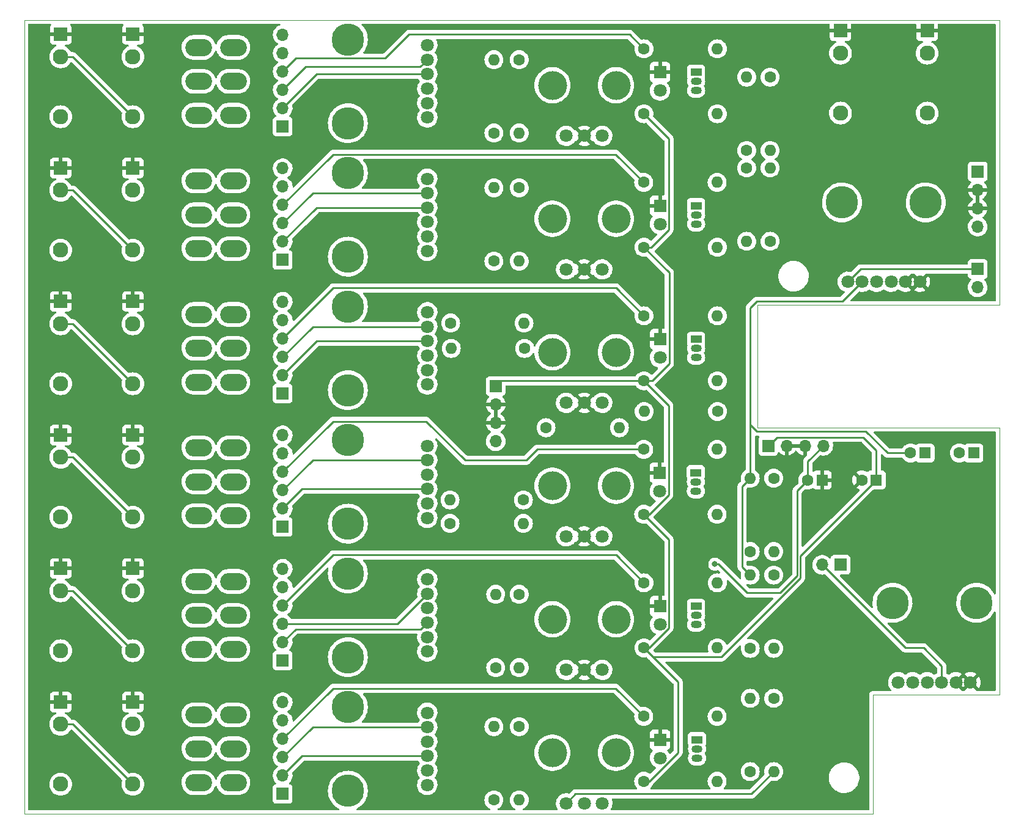
<source format=gbl>
G04 #@! TF.GenerationSoftware,KiCad,Pcbnew,(6.0.1)*
G04 #@! TF.CreationDate,2022-09-12T17:23:34+02:00*
G04 #@! TF.ProjectId,Output-mixer,4f757470-7574-42d6-9d69-7865722e6b69,rev?*
G04 #@! TF.SameCoordinates,Original*
G04 #@! TF.FileFunction,Copper,L2,Bot*
G04 #@! TF.FilePolarity,Positive*
%FSLAX46Y46*%
G04 Gerber Fmt 4.6, Leading zero omitted, Abs format (unit mm)*
G04 Created by KiCad (PCBNEW (6.0.1)) date 2022-09-12 17:23:34*
%MOMM*%
%LPD*%
G01*
G04 APERTURE LIST*
G04 #@! TA.AperFunction,Profile*
%ADD10C,0.050000*%
G04 #@! TD*
G04 #@! TA.AperFunction,Profile*
%ADD11C,0.100000*%
G04 #@! TD*
G04 #@! TA.AperFunction,ComponentPad*
%ADD12C,1.800000*%
G04 #@! TD*
G04 #@! TA.AperFunction,ComponentPad*
%ADD13C,4.500000*%
G04 #@! TD*
G04 #@! TA.AperFunction,ComponentPad*
%ADD14C,1.600000*%
G04 #@! TD*
G04 #@! TA.AperFunction,ComponentPad*
%ADD15O,1.600000X1.600000*%
G04 #@! TD*
G04 #@! TA.AperFunction,ComponentPad*
%ADD16R,1.930000X1.830000*%
G04 #@! TD*
G04 #@! TA.AperFunction,ComponentPad*
%ADD17C,2.130000*%
G04 #@! TD*
G04 #@! TA.AperFunction,ComponentPad*
%ADD18R,1.600000X1.600000*%
G04 #@! TD*
G04 #@! TA.AperFunction,ComponentPad*
%ADD19O,3.700000X2.400000*%
G04 #@! TD*
G04 #@! TA.AperFunction,ComponentPad*
%ADD20R,1.800000X1.800000*%
G04 #@! TD*
G04 #@! TA.AperFunction,WasherPad*
%ADD21C,4.000000*%
G04 #@! TD*
G04 #@! TA.AperFunction,ComponentPad*
%ADD22R,1.500000X1.050000*%
G04 #@! TD*
G04 #@! TA.AperFunction,ComponentPad*
%ADD23O,1.500000X1.050000*%
G04 #@! TD*
G04 #@! TA.AperFunction,ComponentPad*
%ADD24R,1.700000X1.700000*%
G04 #@! TD*
G04 #@! TA.AperFunction,ComponentPad*
%ADD25O,1.700000X1.700000*%
G04 #@! TD*
G04 #@! TA.AperFunction,ViaPad*
%ADD26C,0.800000*%
G04 #@! TD*
G04 #@! TA.AperFunction,Conductor*
%ADD27C,0.250000*%
G04 #@! TD*
G04 APERTURE END LIST*
D10*
X152000000Y-31000000D02*
X152000000Y-70500000D01*
X17000000Y-31000000D02*
X17000000Y-141000000D01*
X17000000Y-31000000D02*
X152000000Y-31000000D01*
D11*
X118500000Y-87500000D02*
X118500000Y-70500000D01*
X152000000Y-87500000D02*
X118500000Y-87500000D01*
X152000000Y-87500000D02*
X152000000Y-124500000D01*
X118500000Y-70500000D02*
X152000000Y-70500000D01*
D10*
X17000000Y-141000000D02*
X134500000Y-141000000D01*
D11*
X152000000Y-124500000D02*
X134500000Y-124500000D01*
X134500000Y-124500000D02*
X134500000Y-141000000D01*
D12*
X72775000Y-98000000D03*
X72775000Y-100000000D03*
X72775000Y-90000000D03*
X72775000Y-96000000D03*
X72775000Y-94000000D03*
X72775000Y-92000000D03*
D13*
X61775000Y-100800000D03*
X61775000Y-89200000D03*
D14*
X120250000Y-38920000D03*
D15*
X120250000Y-49080000D03*
D14*
X117000000Y-51500000D03*
D15*
X117000000Y-61660000D03*
D16*
X32000000Y-107000000D03*
D17*
X32000000Y-118400000D03*
X32000000Y-110100000D03*
D18*
X134955113Y-94750000D03*
D14*
X132955113Y-94750000D03*
D19*
X41100000Y-71800000D03*
X41100000Y-76500000D03*
X41100000Y-81200000D03*
X45900000Y-71800000D03*
X45900000Y-76500000D03*
X45900000Y-81200000D03*
D20*
X105000000Y-56725000D03*
D12*
X105000000Y-59265000D03*
D14*
X76010000Y-73000000D03*
D15*
X86170000Y-73000000D03*
D14*
X102750000Y-136500000D03*
D15*
X112910000Y-136500000D03*
D14*
X102780000Y-62500000D03*
D15*
X112940000Y-62500000D03*
D21*
X98900000Y-95550000D03*
X90100000Y-95550000D03*
D12*
X97000000Y-102550000D03*
X94500000Y-102550000D03*
X92000000Y-102550000D03*
X133000000Y-67275000D03*
X131000000Y-67275000D03*
X141000000Y-67275000D03*
X135000000Y-67275000D03*
X137000000Y-67275000D03*
X139000000Y-67275000D03*
D13*
X130200000Y-56275000D03*
X141800000Y-56275000D03*
D18*
X127455112Y-94750000D03*
D14*
X125455112Y-94750000D03*
D21*
X98900000Y-77050000D03*
X90100000Y-77050000D03*
D12*
X97000000Y-84050000D03*
X94500000Y-84050000D03*
X92000000Y-84050000D03*
D14*
X85500000Y-128920000D03*
D15*
X85500000Y-139080000D03*
D14*
X82000000Y-64410000D03*
D15*
X82000000Y-54250000D03*
D16*
X32000000Y-51500000D03*
D17*
X32000000Y-62900000D03*
X32000000Y-54600000D03*
D14*
X102750000Y-127500000D03*
D15*
X112910000Y-127500000D03*
D16*
X22000000Y-107000000D03*
D17*
X22000000Y-118400000D03*
X22000000Y-110100000D03*
D16*
X22000000Y-33000000D03*
D17*
X22000000Y-44400000D03*
X22000000Y-36100000D03*
D19*
X41100000Y-108800000D03*
X41100000Y-113500000D03*
X41100000Y-118200000D03*
X45900000Y-108800000D03*
X45900000Y-113500000D03*
X45900000Y-118200000D03*
D16*
X32000000Y-125500000D03*
D17*
X32000000Y-136900000D03*
X32000000Y-128600000D03*
D14*
X120750000Y-125000000D03*
D15*
X120750000Y-135160000D03*
D22*
X110000000Y-38225000D03*
D23*
X110000000Y-39495000D03*
X110000000Y-40765000D03*
D22*
X109970000Y-93730000D03*
D23*
X109970000Y-95000000D03*
X109970000Y-96270000D03*
D14*
X102780000Y-43995000D03*
D15*
X112940000Y-43995000D03*
D16*
X22000000Y-70000000D03*
D17*
X22000000Y-81400000D03*
X22000000Y-73100000D03*
D14*
X120250000Y-61660000D03*
D15*
X120250000Y-51500000D03*
D20*
X105000000Y-130725000D03*
D12*
X105000000Y-133265000D03*
D14*
X102780000Y-118000000D03*
D15*
X112940000Y-118000000D03*
D19*
X41100000Y-34800000D03*
X41100000Y-39500000D03*
X41100000Y-44200000D03*
X45900000Y-34800000D03*
X45900000Y-39500000D03*
X45900000Y-44200000D03*
D14*
X102780000Y-109000000D03*
D15*
X112940000Y-109000000D03*
D20*
X105000000Y-112225000D03*
D12*
X105000000Y-114765000D03*
D14*
X117000000Y-49080000D03*
D15*
X117000000Y-38920000D03*
D14*
X102780000Y-81000000D03*
D15*
X112940000Y-81000000D03*
D16*
X22000000Y-51500000D03*
D17*
X22000000Y-62900000D03*
X22000000Y-54600000D03*
D18*
X148455113Y-91000000D03*
D14*
X146455113Y-91000000D03*
D16*
X22000000Y-88500000D03*
D17*
X22000000Y-99900000D03*
X22000000Y-91600000D03*
D14*
X102750000Y-53500000D03*
D15*
X112910000Y-53500000D03*
D16*
X142000000Y-32500000D03*
D17*
X142000000Y-43900000D03*
X142000000Y-35600000D03*
D12*
X140000000Y-122775000D03*
X138000000Y-122775000D03*
X148000000Y-122775000D03*
X142000000Y-122775000D03*
X144000000Y-122775000D03*
X146000000Y-122775000D03*
D13*
X137200000Y-111775000D03*
X148800000Y-111775000D03*
D12*
X72775000Y-135000000D03*
X72775000Y-137000000D03*
X72775000Y-127000000D03*
X72775000Y-133000000D03*
X72775000Y-131000000D03*
X72775000Y-129000000D03*
D13*
X61775000Y-137800000D03*
X61775000Y-126200000D03*
D14*
X102780000Y-72000000D03*
D15*
X112940000Y-72000000D03*
D14*
X112970000Y-85250000D03*
D15*
X102810000Y-85250000D03*
D16*
X32000000Y-70000000D03*
D17*
X32000000Y-81400000D03*
X32000000Y-73100000D03*
D14*
X89220000Y-87500000D03*
D15*
X99380000Y-87500000D03*
D12*
X72775000Y-61000000D03*
X72775000Y-63000000D03*
X72775000Y-53000000D03*
X72775000Y-59000000D03*
X72775000Y-57000000D03*
X72775000Y-55000000D03*
D13*
X61775000Y-63800000D03*
X61775000Y-52200000D03*
D16*
X32000000Y-33000000D03*
D17*
X32000000Y-44400000D03*
X32000000Y-36100000D03*
D14*
X120750000Y-94500000D03*
D15*
X120750000Y-104660000D03*
D14*
X85500000Y-110590000D03*
D15*
X85500000Y-120750000D03*
D21*
X98900000Y-114050000D03*
X90100000Y-114050000D03*
D12*
X97000000Y-121050000D03*
X94500000Y-121050000D03*
X92000000Y-121050000D03*
D14*
X120750000Y-107920000D03*
D15*
X120750000Y-118080000D03*
D12*
X72775000Y-42500000D03*
X72775000Y-44500000D03*
X72775000Y-34500000D03*
X72775000Y-40500000D03*
X72775000Y-38500000D03*
X72775000Y-36500000D03*
D13*
X61775000Y-45300000D03*
X61775000Y-33700000D03*
D12*
X72775000Y-79500000D03*
X72775000Y-81500000D03*
X72775000Y-71500000D03*
X72775000Y-77500000D03*
X72775000Y-75500000D03*
X72775000Y-73500000D03*
D13*
X61775000Y-82300000D03*
X61775000Y-70700000D03*
D14*
X82250000Y-120750000D03*
D15*
X82250000Y-110590000D03*
D18*
X141705113Y-91000000D03*
D14*
X139705113Y-91000000D03*
X117500000Y-118080000D03*
D15*
X117500000Y-107920000D03*
D14*
X82000000Y-139080000D03*
D15*
X82000000Y-128920000D03*
D16*
X32000000Y-88500000D03*
D17*
X32000000Y-99900000D03*
X32000000Y-91600000D03*
D21*
X90100000Y-58550000D03*
X98900000Y-58550000D03*
D12*
X97000000Y-65550000D03*
X94500000Y-65550000D03*
X92000000Y-65550000D03*
D14*
X86080000Y-97500000D03*
D15*
X75920000Y-97500000D03*
D14*
X86250000Y-76500000D03*
D15*
X76090000Y-76500000D03*
D22*
X110140000Y-130730000D03*
D23*
X110140000Y-132000000D03*
X110140000Y-133270000D03*
D14*
X82000000Y-46660000D03*
D15*
X82000000Y-36500000D03*
D20*
X105000000Y-75225000D03*
D12*
X105000000Y-77765000D03*
D16*
X22000000Y-125500000D03*
D17*
X22000000Y-136900000D03*
X22000000Y-128600000D03*
D19*
X41100000Y-90300000D03*
X41100000Y-95000000D03*
X41100000Y-99700000D03*
X45900000Y-90300000D03*
X45900000Y-95000000D03*
X45900000Y-99700000D03*
D20*
X105000000Y-38225000D03*
D12*
X105000000Y-40765000D03*
D19*
X41100000Y-53300000D03*
X41100000Y-58000000D03*
X41100000Y-62700000D03*
X45900000Y-53300000D03*
X45900000Y-58000000D03*
X45900000Y-62700000D03*
D14*
X102750000Y-99500000D03*
D15*
X112910000Y-99500000D03*
D19*
X41100000Y-127300000D03*
X41100000Y-132000000D03*
X41100000Y-136700000D03*
X45900000Y-127300000D03*
X45900000Y-132000000D03*
X45900000Y-136700000D03*
D14*
X85500000Y-54250000D03*
D15*
X85500000Y-64410000D03*
D14*
X102780000Y-34995000D03*
D15*
X112940000Y-34995000D03*
D12*
X72775000Y-116500000D03*
X72775000Y-118500000D03*
X72775000Y-108500000D03*
X72775000Y-114500000D03*
X72775000Y-112500000D03*
X72775000Y-110500000D03*
D13*
X61775000Y-119300000D03*
X61775000Y-107700000D03*
D14*
X117500000Y-104660000D03*
D15*
X117500000Y-94500000D03*
D22*
X110000000Y-75230000D03*
D23*
X110000000Y-76500000D03*
X110000000Y-77770000D03*
D21*
X90100000Y-40050000D03*
X98900000Y-40050000D03*
D12*
X97000000Y-47050000D03*
X94500000Y-47050000D03*
X92000000Y-47050000D03*
D14*
X85500000Y-36500000D03*
D15*
X85500000Y-46660000D03*
D16*
X130000000Y-32500000D03*
D17*
X130000000Y-43900000D03*
X130000000Y-35600000D03*
D21*
X90100000Y-132550000D03*
X98900000Y-132550000D03*
D12*
X97000000Y-139550000D03*
X94500000Y-139550000D03*
X92000000Y-139550000D03*
D14*
X75920000Y-100750000D03*
D15*
X86080000Y-100750000D03*
D14*
X117500000Y-135160000D03*
D15*
X117500000Y-125000000D03*
D14*
X102750000Y-90500000D03*
D15*
X112910000Y-90500000D03*
D22*
X110000000Y-56730000D03*
D23*
X110000000Y-58000000D03*
X110000000Y-59270000D03*
D22*
X110000000Y-112230000D03*
D23*
X110000000Y-113500000D03*
X110000000Y-114770000D03*
D20*
X104970000Y-93725000D03*
D12*
X104970000Y-96265000D03*
D24*
X149000000Y-65500000D03*
D25*
X149000000Y-68040000D03*
D24*
X52750000Y-119750000D03*
D25*
X52750000Y-117210000D03*
X52750000Y-114670000D03*
X52750000Y-112130000D03*
X52750000Y-109590000D03*
X52750000Y-107050000D03*
D24*
X52750000Y-138250000D03*
D25*
X52750000Y-135710000D03*
X52750000Y-133170000D03*
X52750000Y-130630000D03*
X52750000Y-128090000D03*
X52750000Y-125550000D03*
D24*
X149000000Y-52000000D03*
D25*
X149000000Y-54540000D03*
X149000000Y-57080000D03*
X149000000Y-59620000D03*
D24*
X120000000Y-90000000D03*
D25*
X122540000Y-90000000D03*
X125080000Y-90000000D03*
X127620000Y-90000000D03*
D24*
X52750000Y-45750000D03*
D25*
X52750000Y-43210000D03*
X52750000Y-40670000D03*
X52750000Y-38130000D03*
X52750000Y-35590000D03*
X52750000Y-33050000D03*
D24*
X52750000Y-64250000D03*
D25*
X52750000Y-61710000D03*
X52750000Y-59170000D03*
X52750000Y-56630000D03*
X52750000Y-54090000D03*
X52750000Y-51550000D03*
D24*
X82250000Y-81750000D03*
D25*
X82250000Y-84290000D03*
X82250000Y-86830000D03*
X82250000Y-89370000D03*
D24*
X52750000Y-101250000D03*
D25*
X52750000Y-98710000D03*
X52750000Y-96170000D03*
X52750000Y-93630000D03*
X52750000Y-91090000D03*
X52750000Y-88550000D03*
D24*
X130000000Y-106500000D03*
D25*
X127460000Y-106500000D03*
D24*
X52750000Y-82750000D03*
D25*
X52750000Y-80210000D03*
X52750000Y-77670000D03*
X52750000Y-75130000D03*
X52750000Y-72590000D03*
X52750000Y-70050000D03*
D26*
X112600000Y-106400000D03*
X126000000Y-135000000D03*
X125000000Y-135000000D03*
X126000000Y-134000000D03*
X125000000Y-134000000D03*
D27*
X22000000Y-36100000D02*
X23700000Y-36100000D01*
X23700000Y-36100000D02*
X32000000Y-44400000D01*
X103800000Y-62500000D02*
X102780000Y-62500000D01*
X102780000Y-81000000D02*
X103911370Y-81000000D01*
X102780000Y-118000000D02*
X107500000Y-122720000D01*
X102750000Y-99500000D02*
X106224511Y-102974511D01*
X107500000Y-122720000D02*
X107500000Y-132500000D01*
X106300000Y-66020000D02*
X102780000Y-62500000D01*
X102780000Y-81000000D02*
X106194511Y-84414511D01*
X106224511Y-47439511D02*
X106224511Y-60075489D01*
X103496721Y-118000000D02*
X102780000Y-118000000D01*
X102780000Y-81000000D02*
X83000000Y-81000000D01*
X134955113Y-90594103D02*
X133186499Y-88825489D01*
X103911370Y-81000000D02*
X106300000Y-78611370D01*
X113540000Y-119260000D02*
X104040000Y-119260000D01*
X106300000Y-78611370D02*
X106300000Y-66020000D01*
X106224511Y-60075489D02*
X103800000Y-62500000D01*
X124449520Y-108350480D02*
X113540000Y-119260000D01*
X106194511Y-84414511D02*
X106194511Y-96805489D01*
X121174511Y-88825489D02*
X120000000Y-90000000D01*
X106224511Y-115272210D02*
X103496721Y-118000000D01*
X107500000Y-132500000D02*
X103500000Y-136500000D01*
X134955113Y-94750000D02*
X124449520Y-105255593D01*
X106194511Y-96805489D02*
X103500000Y-99500000D01*
X106224511Y-102974511D02*
X106224511Y-115272210D01*
X134955113Y-94750000D02*
X134955113Y-90594103D01*
X124449520Y-105255593D02*
X124449520Y-108350480D01*
X103500000Y-99500000D02*
X102750000Y-99500000D01*
X133186499Y-88825489D02*
X121174511Y-88825489D01*
X83000000Y-81000000D02*
X82250000Y-81750000D01*
X102780000Y-43995000D02*
X106224511Y-47439511D01*
X103500000Y-136500000D02*
X102750000Y-136500000D01*
X124000000Y-108030300D02*
X121630300Y-110400000D01*
X121630300Y-110400000D02*
X117100000Y-110400000D01*
X125455112Y-92164888D02*
X125455112Y-94750000D01*
X127620000Y-90000000D02*
X125455112Y-92164888D01*
X117100000Y-110400000D02*
X113100000Y-106400000D01*
X125455112Y-94750000D02*
X124000000Y-96205112D01*
X124000000Y-96205112D02*
X124000000Y-108030300D01*
X113100000Y-106400000D02*
X112600000Y-106400000D01*
X54605489Y-36274511D02*
X66975489Y-36274511D01*
X100785000Y-33000000D02*
X102780000Y-34995000D01*
X52750000Y-38130000D02*
X54605489Y-36274511D01*
X70250000Y-33000000D02*
X100785000Y-33000000D01*
X66975489Y-36274511D02*
X70250000Y-33000000D01*
X131000000Y-67275000D02*
X132775000Y-65500000D01*
X132775000Y-65500000D02*
X149000000Y-65500000D01*
X98875489Y-49625489D02*
X102750000Y-53500000D01*
X59754511Y-49625489D02*
X98875489Y-49625489D01*
X52750000Y-56630000D02*
X59754511Y-49625489D01*
X102780000Y-72000000D02*
X98905489Y-68125489D01*
X59754511Y-68125489D02*
X52750000Y-75130000D01*
X98905489Y-68125489D02*
X59754511Y-68125489D01*
X72625489Y-86625489D02*
X59754511Y-86625489D01*
X88000000Y-90500000D02*
X86500000Y-92000000D01*
X102750000Y-90500000D02*
X88000000Y-90500000D01*
X86500000Y-92000000D02*
X78000000Y-92000000D01*
X78000000Y-92000000D02*
X72625489Y-86625489D01*
X59754511Y-86625489D02*
X52750000Y-93630000D01*
X98905489Y-105125489D02*
X59754511Y-105125489D01*
X102780000Y-109000000D02*
X98905489Y-105125489D01*
X59754511Y-105125489D02*
X52750000Y-112130000D01*
X102750000Y-127500000D02*
X98875489Y-123625489D01*
X59754511Y-123625489D02*
X52750000Y-130630000D01*
X98875489Y-123625489D02*
X59754511Y-123625489D01*
X139705113Y-91000000D02*
X136500000Y-91000000D01*
X130275000Y-70000000D02*
X133000000Y-67275000D01*
X136500000Y-91000000D02*
X133500000Y-88000000D01*
X116375489Y-95624511D02*
X116375489Y-106795489D01*
X117500000Y-94500000D02*
X117500000Y-87100000D01*
X117500000Y-94500000D02*
X116375489Y-95624511D01*
X118400000Y-88000000D02*
X117500000Y-87100000D01*
X117500000Y-70900000D02*
X118400000Y-70000000D01*
X116375489Y-106795489D02*
X117500000Y-107920000D01*
X117500000Y-87100000D02*
X117500000Y-70900000D01*
X118400000Y-70000000D02*
X130275000Y-70000000D01*
X133500000Y-88000000D02*
X118400000Y-88000000D01*
X93300000Y-138250000D02*
X117660000Y-138250000D01*
X117660000Y-138250000D02*
X120750000Y-135160000D01*
X92000000Y-139550000D02*
X93300000Y-138250000D01*
X23700000Y-110100000D02*
X32000000Y-118400000D01*
X22000000Y-110100000D02*
X23700000Y-110100000D01*
X55920000Y-37500000D02*
X71775000Y-37500000D01*
X71775000Y-37500000D02*
X72775000Y-36500000D01*
X52750000Y-40670000D02*
X55920000Y-37500000D01*
X72775000Y-55000000D02*
X56920000Y-55000000D01*
X56920000Y-55000000D02*
X52750000Y-59170000D01*
X56920000Y-73500000D02*
X52750000Y-77670000D01*
X72775000Y-73500000D02*
X56920000Y-73500000D01*
X56920000Y-92000000D02*
X52750000Y-96170000D01*
X72775000Y-92000000D02*
X56920000Y-92000000D01*
X141500000Y-118000000D02*
X144000000Y-120500000D01*
X138960000Y-118000000D02*
X141500000Y-118000000D01*
X144000000Y-120500000D02*
X144000000Y-122775000D01*
X127460000Y-106500000D02*
X138960000Y-118000000D01*
X68605000Y-114670000D02*
X52750000Y-114670000D01*
X72775000Y-110500000D02*
X68605000Y-114670000D01*
X72775000Y-38500000D02*
X57460000Y-38500000D01*
X57460000Y-38500000D02*
X52750000Y-43210000D01*
X72775000Y-57000000D02*
X57460000Y-57000000D01*
X57460000Y-57000000D02*
X52750000Y-61710000D01*
X23700000Y-54600000D02*
X32000000Y-62900000D01*
X22000000Y-54600000D02*
X23700000Y-54600000D01*
X23700000Y-73100000D02*
X32000000Y-81400000D01*
X22000000Y-73100000D02*
X23700000Y-73100000D01*
X22000000Y-91600000D02*
X23700000Y-91600000D01*
X23700000Y-91600000D02*
X32000000Y-99900000D01*
X52750000Y-80210000D02*
X57460000Y-75500000D01*
X57460000Y-75500000D02*
X72775000Y-75500000D01*
X56920000Y-129000000D02*
X52750000Y-133170000D01*
X72775000Y-129000000D02*
X56920000Y-129000000D01*
X55460000Y-96000000D02*
X52750000Y-98710000D01*
X72775000Y-96000000D02*
X55460000Y-96000000D01*
X54560000Y-115400000D02*
X52750000Y-117210000D01*
X71875000Y-115400000D02*
X54560000Y-115400000D01*
X72775000Y-114500000D02*
X71875000Y-115400000D01*
X55460000Y-133000000D02*
X52750000Y-135710000D01*
X72775000Y-133000000D02*
X55460000Y-133000000D01*
X23700000Y-128600000D02*
X32000000Y-136900000D01*
X22000000Y-128600000D02*
X23700000Y-128600000D01*
G04 #@! TA.AperFunction,Conductor*
G36*
X20651922Y-31528002D02*
G01*
X20698415Y-31581658D01*
X20708519Y-31651932D01*
X20679025Y-31716512D01*
X20672896Y-31723095D01*
X20666715Y-31729276D01*
X20590214Y-31831351D01*
X20581676Y-31846946D01*
X20536522Y-31967394D01*
X20532895Y-31982649D01*
X20527369Y-32033514D01*
X20527000Y-32040328D01*
X20527000Y-32727885D01*
X20531475Y-32743124D01*
X20532865Y-32744329D01*
X20540548Y-32746000D01*
X23454884Y-32746000D01*
X23470123Y-32741525D01*
X23471328Y-32740135D01*
X23472999Y-32732452D01*
X23472999Y-32040331D01*
X23472629Y-32033510D01*
X23467105Y-31982648D01*
X23463479Y-31967396D01*
X23418324Y-31846946D01*
X23409786Y-31831351D01*
X23333285Y-31729276D01*
X23327104Y-31723095D01*
X23293078Y-31660783D01*
X23298143Y-31589968D01*
X23340690Y-31533132D01*
X23407210Y-31508321D01*
X23416199Y-31508000D01*
X30583801Y-31508000D01*
X30651922Y-31528002D01*
X30698415Y-31581658D01*
X30708519Y-31651932D01*
X30679025Y-31716512D01*
X30672896Y-31723095D01*
X30666715Y-31729276D01*
X30590214Y-31831351D01*
X30581676Y-31846946D01*
X30536522Y-31967394D01*
X30532895Y-31982649D01*
X30527369Y-32033514D01*
X30527000Y-32040328D01*
X30527000Y-32727885D01*
X30531475Y-32743124D01*
X30532865Y-32744329D01*
X30540548Y-32746000D01*
X33454884Y-32746000D01*
X33470123Y-32741525D01*
X33471328Y-32740135D01*
X33472999Y-32732452D01*
X33472999Y-32040331D01*
X33472629Y-32033510D01*
X33467105Y-31982648D01*
X33463479Y-31967396D01*
X33418324Y-31846946D01*
X33409786Y-31831351D01*
X33333285Y-31729276D01*
X33327104Y-31723095D01*
X33293078Y-31660783D01*
X33298143Y-31589968D01*
X33340690Y-31533132D01*
X33407210Y-31508321D01*
X33416199Y-31508000D01*
X52303742Y-31508000D01*
X52371863Y-31528002D01*
X52418356Y-31581658D01*
X52428460Y-31651932D01*
X52398966Y-31716512D01*
X52342887Y-31753765D01*
X52221756Y-31793357D01*
X52023607Y-31896507D01*
X52019474Y-31899610D01*
X52019471Y-31899612D01*
X51908876Y-31982649D01*
X51844965Y-32030635D01*
X51690629Y-32192138D01*
X51564743Y-32376680D01*
X51549003Y-32410590D01*
X51475655Y-32568605D01*
X51470688Y-32579305D01*
X51410989Y-32794570D01*
X51387251Y-33016695D01*
X51387548Y-33021848D01*
X51387548Y-33021851D01*
X51393011Y-33116590D01*
X51400110Y-33239715D01*
X51401247Y-33244761D01*
X51401248Y-33244767D01*
X51421119Y-33332939D01*
X51449222Y-33457639D01*
X51533266Y-33664616D01*
X51554949Y-33700000D01*
X51602400Y-33777432D01*
X51649987Y-33855088D01*
X51796250Y-34023938D01*
X51968126Y-34166632D01*
X52018815Y-34196252D01*
X52041445Y-34209476D01*
X52090169Y-34261114D01*
X52103240Y-34330897D01*
X52076509Y-34396669D01*
X52036055Y-34430027D01*
X52023607Y-34436507D01*
X52019474Y-34439610D01*
X52019471Y-34439612D01*
X51849100Y-34567530D01*
X51844965Y-34570635D01*
X51841393Y-34574373D01*
X51716005Y-34705584D01*
X51690629Y-34732138D01*
X51687715Y-34736410D01*
X51687714Y-34736411D01*
X51670533Y-34761598D01*
X51564743Y-34916680D01*
X51535017Y-34980719D01*
X51476082Y-35107685D01*
X51470688Y-35119305D01*
X51410989Y-35334570D01*
X51387251Y-35556695D01*
X51387548Y-35561848D01*
X51387548Y-35561851D01*
X51398076Y-35744438D01*
X51400110Y-35779715D01*
X51401247Y-35784761D01*
X51401248Y-35784767D01*
X51415561Y-35848276D01*
X51449222Y-35997639D01*
X51533266Y-36204616D01*
X51572823Y-36269167D01*
X51623414Y-36351724D01*
X51649987Y-36395088D01*
X51796250Y-36563938D01*
X51901605Y-36651405D01*
X51962240Y-36701745D01*
X51968126Y-36706632D01*
X52025200Y-36739983D01*
X52041445Y-36749476D01*
X52090169Y-36801114D01*
X52103240Y-36870897D01*
X52076509Y-36936669D01*
X52036055Y-36970027D01*
X52023607Y-36976507D01*
X52019474Y-36979610D01*
X52019471Y-36979612D01*
X51860167Y-37099221D01*
X51844965Y-37110635D01*
X51690629Y-37272138D01*
X51564743Y-37456680D01*
X51470688Y-37659305D01*
X51410989Y-37874570D01*
X51387251Y-38096695D01*
X51387548Y-38101848D01*
X51387548Y-38101851D01*
X51397142Y-38268238D01*
X51400110Y-38319715D01*
X51401247Y-38324761D01*
X51401248Y-38324767D01*
X51406618Y-38348595D01*
X51449222Y-38537639D01*
X51533266Y-38744616D01*
X51569422Y-38803617D01*
X51632973Y-38907323D01*
X51649987Y-38935088D01*
X51796250Y-39103938D01*
X51968126Y-39246632D01*
X52025732Y-39280294D01*
X52041445Y-39289476D01*
X52090169Y-39341114D01*
X52103240Y-39410897D01*
X52076509Y-39476669D01*
X52036055Y-39510027D01*
X52023607Y-39516507D01*
X52019474Y-39519610D01*
X52019471Y-39519612D01*
X51862239Y-39637665D01*
X51844965Y-39650635D01*
X51841393Y-39654373D01*
X51700414Y-39801899D01*
X51690629Y-39812138D01*
X51564743Y-39996680D01*
X51470688Y-40199305D01*
X51410989Y-40414570D01*
X51387251Y-40636695D01*
X51387548Y-40641848D01*
X51387548Y-40641851D01*
X51398630Y-40834041D01*
X51400110Y-40859715D01*
X51401247Y-40864761D01*
X51401248Y-40864767D01*
X51424444Y-40967694D01*
X51449222Y-41077639D01*
X51533266Y-41284616D01*
X51584942Y-41368944D01*
X51602411Y-41397450D01*
X51649987Y-41475088D01*
X51796250Y-41643938D01*
X51968126Y-41786632D01*
X52002275Y-41806587D01*
X52041445Y-41829476D01*
X52090169Y-41881114D01*
X52103240Y-41950897D01*
X52076509Y-42016669D01*
X52036055Y-42050027D01*
X52023607Y-42056507D01*
X52019474Y-42059610D01*
X52019471Y-42059612D01*
X51849100Y-42187530D01*
X51844965Y-42190635D01*
X51841393Y-42194373D01*
X51719409Y-42322022D01*
X51690629Y-42352138D01*
X51564743Y-42536680D01*
X51525666Y-42620864D01*
X51478916Y-42721580D01*
X51470688Y-42739305D01*
X51410989Y-42954570D01*
X51387251Y-43176695D01*
X51387548Y-43181848D01*
X51387548Y-43181851D01*
X51393011Y-43276590D01*
X51400110Y-43399715D01*
X51401247Y-43404761D01*
X51401248Y-43404767D01*
X51418308Y-43480464D01*
X51449222Y-43617639D01*
X51509835Y-43766913D01*
X51512658Y-43773863D01*
X51533266Y-43824616D01*
X51649987Y-44015088D01*
X51796250Y-44183938D01*
X51800230Y-44187242D01*
X51804981Y-44191187D01*
X51844616Y-44250090D01*
X51846113Y-44321071D01*
X51808997Y-44381593D01*
X51768724Y-44406112D01*
X51653295Y-44449385D01*
X51536739Y-44536739D01*
X51449385Y-44653295D01*
X51398255Y-44789684D01*
X51391500Y-44851866D01*
X51391500Y-46648134D01*
X51398255Y-46710316D01*
X51449385Y-46846705D01*
X51536739Y-46963261D01*
X51653295Y-47050615D01*
X51789684Y-47101745D01*
X51851866Y-47108500D01*
X53648134Y-47108500D01*
X53710316Y-47101745D01*
X53846705Y-47050615D01*
X53963261Y-46963261D01*
X54050615Y-46846705D01*
X54101745Y-46710316D01*
X54108500Y-46648134D01*
X54108500Y-45271061D01*
X59011610Y-45271061D01*
X59012480Y-45288543D01*
X59026783Y-45575850D01*
X59028147Y-45603255D01*
X59028788Y-45606986D01*
X59028789Y-45606994D01*
X59081145Y-45911683D01*
X59084474Y-45931057D01*
X59085562Y-45934696D01*
X59085563Y-45934699D01*
X59160072Y-46183838D01*
X59179774Y-46249718D01*
X59181287Y-46253189D01*
X59181289Y-46253195D01*
X59256867Y-46426598D01*
X59312666Y-46554622D01*
X59314589Y-46557893D01*
X59314591Y-46557897D01*
X59333344Y-46589797D01*
X59481226Y-46841352D01*
X59483527Y-46844367D01*
X59680712Y-47102742D01*
X59680717Y-47102748D01*
X59683012Y-47105755D01*
X59715658Y-47139267D01*
X59853450Y-47280714D01*
X59915102Y-47344002D01*
X60174132Y-47552640D01*
X60256035Y-47603719D01*
X60389952Y-47687237D01*
X60456352Y-47728648D01*
X60757672Y-47869476D01*
X60826262Y-47891961D01*
X61063260Y-47969653D01*
X61073729Y-47973085D01*
X61399944Y-48037973D01*
X61403716Y-48038260D01*
X61403724Y-48038261D01*
X61727815Y-48062914D01*
X61727820Y-48062914D01*
X61731592Y-48063201D01*
X62063869Y-48048403D01*
X62068401Y-48047649D01*
X62388220Y-47994417D01*
X62388225Y-47994416D01*
X62391961Y-47993794D01*
X62711116Y-47900164D01*
X62714583Y-47898674D01*
X62714587Y-47898673D01*
X63013228Y-47770366D01*
X63013230Y-47770365D01*
X63016712Y-47768869D01*
X63304321Y-47601813D01*
X63307343Y-47599532D01*
X63307347Y-47599529D01*
X63566753Y-47403697D01*
X63566754Y-47403696D01*
X63569777Y-47401414D01*
X63809235Y-47170575D01*
X64019227Y-46912641D01*
X64165249Y-46681210D01*
X64178632Y-46660000D01*
X80686502Y-46660000D01*
X80706457Y-46888087D01*
X80707881Y-46893400D01*
X80707881Y-46893402D01*
X80762964Y-47098971D01*
X80765716Y-47109243D01*
X80768039Y-47114224D01*
X80768039Y-47114225D01*
X80860151Y-47311762D01*
X80860154Y-47311767D01*
X80862477Y-47316749D01*
X80993802Y-47504300D01*
X81155700Y-47666198D01*
X81160208Y-47669355D01*
X81160211Y-47669357D01*
X81192036Y-47691641D01*
X81343251Y-47797523D01*
X81348233Y-47799846D01*
X81348238Y-47799849D01*
X81545775Y-47891961D01*
X81550757Y-47894284D01*
X81556065Y-47895706D01*
X81556067Y-47895707D01*
X81766598Y-47952119D01*
X81766600Y-47952119D01*
X81771913Y-47953543D01*
X82000000Y-47973498D01*
X82228087Y-47953543D01*
X82233400Y-47952119D01*
X82233402Y-47952119D01*
X82443933Y-47895707D01*
X82443935Y-47895706D01*
X82449243Y-47894284D01*
X82454225Y-47891961D01*
X82651762Y-47799849D01*
X82651767Y-47799846D01*
X82656749Y-47797523D01*
X82807964Y-47691641D01*
X82839789Y-47669357D01*
X82839792Y-47669355D01*
X82844300Y-47666198D01*
X83006198Y-47504300D01*
X83137523Y-47316749D01*
X83139846Y-47311767D01*
X83139849Y-47311762D01*
X83231961Y-47114225D01*
X83231961Y-47114224D01*
X83234284Y-47109243D01*
X83237037Y-47098971D01*
X83292119Y-46893402D01*
X83292119Y-46893400D01*
X83293543Y-46888087D01*
X83313498Y-46660000D01*
X84186502Y-46660000D01*
X84206457Y-46888087D01*
X84207881Y-46893400D01*
X84207881Y-46893402D01*
X84262964Y-47098971D01*
X84265716Y-47109243D01*
X84268039Y-47114224D01*
X84268039Y-47114225D01*
X84360151Y-47311762D01*
X84360154Y-47311767D01*
X84362477Y-47316749D01*
X84493802Y-47504300D01*
X84655700Y-47666198D01*
X84660208Y-47669355D01*
X84660211Y-47669357D01*
X84692036Y-47691641D01*
X84843251Y-47797523D01*
X84848233Y-47799846D01*
X84848238Y-47799849D01*
X85045775Y-47891961D01*
X85050757Y-47894284D01*
X85056065Y-47895706D01*
X85056067Y-47895707D01*
X85266598Y-47952119D01*
X85266600Y-47952119D01*
X85271913Y-47953543D01*
X85500000Y-47973498D01*
X85728087Y-47953543D01*
X85733400Y-47952119D01*
X85733402Y-47952119D01*
X85943933Y-47895707D01*
X85943935Y-47895706D01*
X85949243Y-47894284D01*
X85954225Y-47891961D01*
X86151762Y-47799849D01*
X86151767Y-47799846D01*
X86156749Y-47797523D01*
X86307964Y-47691641D01*
X86339789Y-47669357D01*
X86339792Y-47669355D01*
X86344300Y-47666198D01*
X86506198Y-47504300D01*
X86637523Y-47316749D01*
X86639846Y-47311767D01*
X86639849Y-47311762D01*
X86731961Y-47114225D01*
X86731961Y-47114224D01*
X86734284Y-47109243D01*
X86737037Y-47098971D01*
X86759411Y-47015469D01*
X90587095Y-47015469D01*
X90587392Y-47020622D01*
X90587392Y-47020625D01*
X90596529Y-47179090D01*
X90600427Y-47246697D01*
X90601564Y-47251743D01*
X90601565Y-47251749D01*
X90631327Y-47383812D01*
X90651346Y-47472642D01*
X90653288Y-47477424D01*
X90653289Y-47477428D01*
X90736540Y-47682450D01*
X90738484Y-47687237D01*
X90859501Y-47884719D01*
X91011147Y-48059784D01*
X91189349Y-48207730D01*
X91389322Y-48324584D01*
X91605694Y-48407209D01*
X91610760Y-48408240D01*
X91610761Y-48408240D01*
X91662385Y-48418743D01*
X91832656Y-48453385D01*
X91963324Y-48458176D01*
X92058949Y-48461683D01*
X92058953Y-48461683D01*
X92064113Y-48461872D01*
X92069233Y-48461216D01*
X92069235Y-48461216D01*
X92142291Y-48451857D01*
X92293847Y-48432442D01*
X92298795Y-48430957D01*
X92298802Y-48430956D01*
X92510747Y-48367369D01*
X92515690Y-48365886D01*
X92597161Y-48325974D01*
X92719049Y-48266262D01*
X92719052Y-48266260D01*
X92723684Y-48263991D01*
X92797406Y-48211406D01*
X93703423Y-48211406D01*
X93708704Y-48218461D01*
X93885080Y-48321527D01*
X93894363Y-48325974D01*
X94101003Y-48404883D01*
X94110901Y-48407759D01*
X94327653Y-48451857D01*
X94337883Y-48453076D01*
X94558914Y-48461182D01*
X94569223Y-48460714D01*
X94788623Y-48432608D01*
X94798688Y-48430468D01*
X95010557Y-48366905D01*
X95020152Y-48363144D01*
X95218778Y-48265838D01*
X95227636Y-48260559D01*
X95285097Y-48219572D01*
X95293497Y-48208874D01*
X95286510Y-48195721D01*
X94512811Y-47422021D01*
X94498868Y-47414408D01*
X94497034Y-47414539D01*
X94490420Y-47418790D01*
X93710180Y-48199031D01*
X93703423Y-48211406D01*
X92797406Y-48211406D01*
X92912243Y-48129494D01*
X93076303Y-47966005D01*
X93150714Y-47862451D01*
X93206709Y-47818803D01*
X93277412Y-47812357D01*
X93337572Y-47842543D01*
X93340555Y-47845242D01*
X93349330Y-47841459D01*
X94127979Y-47062811D01*
X94134356Y-47051132D01*
X94864408Y-47051132D01*
X94864539Y-47052966D01*
X94868790Y-47059580D01*
X95646307Y-47837096D01*
X95658313Y-47843652D01*
X95667244Y-47836829D01*
X95733519Y-47811370D01*
X95803037Y-47825783D01*
X95851165Y-47871117D01*
X95856802Y-47880315D01*
X95859501Y-47884719D01*
X96011147Y-48059784D01*
X96189349Y-48207730D01*
X96389322Y-48324584D01*
X96605694Y-48407209D01*
X96610760Y-48408240D01*
X96610761Y-48408240D01*
X96662385Y-48418743D01*
X96832656Y-48453385D01*
X96963324Y-48458176D01*
X97058949Y-48461683D01*
X97058953Y-48461683D01*
X97064113Y-48461872D01*
X97069233Y-48461216D01*
X97069235Y-48461216D01*
X97142291Y-48451857D01*
X97293847Y-48432442D01*
X97298795Y-48430957D01*
X97298802Y-48430956D01*
X97510747Y-48367369D01*
X97515690Y-48365886D01*
X97597161Y-48325974D01*
X97719049Y-48266262D01*
X97719052Y-48266260D01*
X97723684Y-48263991D01*
X97912243Y-48129494D01*
X98076303Y-47966005D01*
X98211458Y-47777917D01*
X98216873Y-47766962D01*
X98311784Y-47574922D01*
X98311785Y-47574920D01*
X98314078Y-47570280D01*
X98381408Y-47348671D01*
X98411640Y-47119041D01*
X98411758Y-47114225D01*
X98413245Y-47053365D01*
X98413245Y-47053361D01*
X98413327Y-47050000D01*
X98401770Y-46909431D01*
X98394773Y-46824318D01*
X98394772Y-46824312D01*
X98394349Y-46819167D01*
X98360797Y-46685592D01*
X98339184Y-46599544D01*
X98339183Y-46599540D01*
X98337925Y-46594533D01*
X98335866Y-46589797D01*
X98247630Y-46386868D01*
X98247628Y-46386865D01*
X98245570Y-46382131D01*
X98119764Y-46187665D01*
X97963887Y-46016358D01*
X97959836Y-46013159D01*
X97959832Y-46013155D01*
X97786177Y-45876011D01*
X97786172Y-45876008D01*
X97782123Y-45872810D01*
X97777607Y-45870317D01*
X97777604Y-45870315D01*
X97583879Y-45763373D01*
X97583875Y-45763371D01*
X97579355Y-45760876D01*
X97574486Y-45759152D01*
X97574482Y-45759150D01*
X97365903Y-45685288D01*
X97365899Y-45685287D01*
X97361028Y-45683562D01*
X97355935Y-45682655D01*
X97355932Y-45682654D01*
X97138095Y-45643851D01*
X97138089Y-45643850D01*
X97133006Y-45642945D01*
X97060096Y-45642054D01*
X96906581Y-45640179D01*
X96906579Y-45640179D01*
X96901411Y-45640116D01*
X96672464Y-45675150D01*
X96452314Y-45747106D01*
X96447726Y-45749494D01*
X96447722Y-45749496D01*
X96311880Y-45820211D01*
X96246872Y-45854052D01*
X96242739Y-45857155D01*
X96242736Y-45857157D01*
X96081818Y-45977978D01*
X96061655Y-45993117D01*
X95901639Y-46160564D01*
X95898725Y-46164836D01*
X95898724Y-46164837D01*
X95850199Y-46235972D01*
X95795288Y-46280975D01*
X95724763Y-46289146D01*
X95663884Y-46260439D01*
X95658538Y-46255835D01*
X95648973Y-46260238D01*
X94872021Y-47037189D01*
X94864408Y-47051132D01*
X94134356Y-47051132D01*
X94135592Y-47048868D01*
X94135461Y-47047034D01*
X94131210Y-47040420D01*
X93353862Y-46263073D01*
X93342331Y-46256776D01*
X93332877Y-46264183D01*
X93266918Y-46290450D01*
X93197229Y-46276887D01*
X93149377Y-46233440D01*
X93122571Y-46192004D01*
X93119764Y-46187665D01*
X92963887Y-46016358D01*
X92959836Y-46013159D01*
X92959832Y-46013155D01*
X92804790Y-45890711D01*
X93705508Y-45890711D01*
X93712251Y-45903040D01*
X94487189Y-46677979D01*
X94501132Y-46685592D01*
X94502966Y-46685461D01*
X94509580Y-46681210D01*
X95288994Y-45901795D01*
X95296011Y-45888944D01*
X95288237Y-45878274D01*
X95285902Y-45876430D01*
X95277320Y-45870729D01*
X95083678Y-45763833D01*
X95074272Y-45759606D01*
X94865772Y-45685772D01*
X94855809Y-45683140D01*
X94638047Y-45644350D01*
X94627796Y-45643381D01*
X94406616Y-45640679D01*
X94396332Y-45641399D01*
X94177693Y-45674855D01*
X94167666Y-45677244D01*
X93957426Y-45745961D01*
X93947916Y-45749958D01*
X93751725Y-45852089D01*
X93743007Y-45857578D01*
X93713961Y-45879386D01*
X93705508Y-45890711D01*
X92804790Y-45890711D01*
X92786177Y-45876011D01*
X92786172Y-45876008D01*
X92782123Y-45872810D01*
X92777607Y-45870317D01*
X92777604Y-45870315D01*
X92583879Y-45763373D01*
X92583875Y-45763371D01*
X92579355Y-45760876D01*
X92574486Y-45759152D01*
X92574482Y-45759150D01*
X92365903Y-45685288D01*
X92365899Y-45685287D01*
X92361028Y-45683562D01*
X92355935Y-45682655D01*
X92355932Y-45682654D01*
X92138095Y-45643851D01*
X92138089Y-45643850D01*
X92133006Y-45642945D01*
X92060096Y-45642054D01*
X91906581Y-45640179D01*
X91906579Y-45640179D01*
X91901411Y-45640116D01*
X91672464Y-45675150D01*
X91452314Y-45747106D01*
X91447726Y-45749494D01*
X91447722Y-45749496D01*
X91311880Y-45820211D01*
X91246872Y-45854052D01*
X91242739Y-45857155D01*
X91242736Y-45857157D01*
X91081818Y-45977978D01*
X91061655Y-45993117D01*
X90901639Y-46160564D01*
X90898725Y-46164836D01*
X90898724Y-46164837D01*
X90883152Y-46187665D01*
X90771119Y-46351899D01*
X90673602Y-46561981D01*
X90611707Y-46785169D01*
X90587095Y-47015469D01*
X86759411Y-47015469D01*
X86792119Y-46893402D01*
X86792119Y-46893400D01*
X86793543Y-46888087D01*
X86813498Y-46660000D01*
X86793543Y-46431913D01*
X86780204Y-46382131D01*
X86735707Y-46216067D01*
X86735706Y-46216065D01*
X86734284Y-46210757D01*
X86725542Y-46192009D01*
X86639849Y-46008238D01*
X86639846Y-46008233D01*
X86637523Y-46003251D01*
X86535985Y-45858240D01*
X86509357Y-45820211D01*
X86509355Y-45820208D01*
X86506198Y-45815700D01*
X86344300Y-45653802D01*
X86339792Y-45650645D01*
X86339789Y-45650643D01*
X86232973Y-45575850D01*
X86156749Y-45522477D01*
X86151767Y-45520154D01*
X86151762Y-45520151D01*
X85954225Y-45428039D01*
X85954224Y-45428039D01*
X85949243Y-45425716D01*
X85943935Y-45424294D01*
X85943933Y-45424293D01*
X85733402Y-45367881D01*
X85733400Y-45367881D01*
X85728087Y-45366457D01*
X85500000Y-45346502D01*
X85271913Y-45366457D01*
X85266600Y-45367881D01*
X85266598Y-45367881D01*
X85056067Y-45424293D01*
X85056065Y-45424294D01*
X85050757Y-45425716D01*
X85045776Y-45428039D01*
X85045775Y-45428039D01*
X84848238Y-45520151D01*
X84848233Y-45520154D01*
X84843251Y-45522477D01*
X84767027Y-45575850D01*
X84660211Y-45650643D01*
X84660208Y-45650645D01*
X84655700Y-45653802D01*
X84493802Y-45815700D01*
X84490645Y-45820208D01*
X84490643Y-45820211D01*
X84464015Y-45858240D01*
X84362477Y-46003251D01*
X84360154Y-46008233D01*
X84360151Y-46008238D01*
X84274458Y-46192009D01*
X84265716Y-46210757D01*
X84264294Y-46216065D01*
X84264293Y-46216067D01*
X84219796Y-46382131D01*
X84206457Y-46431913D01*
X84186502Y-46660000D01*
X83313498Y-46660000D01*
X83293543Y-46431913D01*
X83280204Y-46382131D01*
X83235707Y-46216067D01*
X83235706Y-46216065D01*
X83234284Y-46210757D01*
X83225542Y-46192009D01*
X83139849Y-46008238D01*
X83139846Y-46008233D01*
X83137523Y-46003251D01*
X83035985Y-45858240D01*
X83009357Y-45820211D01*
X83009355Y-45820208D01*
X83006198Y-45815700D01*
X82844300Y-45653802D01*
X82839792Y-45650645D01*
X82839789Y-45650643D01*
X82732973Y-45575850D01*
X82656749Y-45522477D01*
X82651767Y-45520154D01*
X82651762Y-45520151D01*
X82454225Y-45428039D01*
X82454224Y-45428039D01*
X82449243Y-45425716D01*
X82443935Y-45424294D01*
X82443933Y-45424293D01*
X82233402Y-45367881D01*
X82233400Y-45367881D01*
X82228087Y-45366457D01*
X82000000Y-45346502D01*
X81771913Y-45366457D01*
X81766600Y-45367881D01*
X81766598Y-45367881D01*
X81556067Y-45424293D01*
X81556065Y-45424294D01*
X81550757Y-45425716D01*
X81545776Y-45428039D01*
X81545775Y-45428039D01*
X81348238Y-45520151D01*
X81348233Y-45520154D01*
X81343251Y-45522477D01*
X81267027Y-45575850D01*
X81160211Y-45650643D01*
X81160208Y-45650645D01*
X81155700Y-45653802D01*
X80993802Y-45815700D01*
X80990645Y-45820208D01*
X80990643Y-45820211D01*
X80964015Y-45858240D01*
X80862477Y-46003251D01*
X80860154Y-46008233D01*
X80860151Y-46008238D01*
X80774458Y-46192009D01*
X80765716Y-46210757D01*
X80764294Y-46216065D01*
X80764293Y-46216067D01*
X80719796Y-46382131D01*
X80706457Y-46431913D01*
X80686502Y-46660000D01*
X64178632Y-46660000D01*
X64194683Y-46634560D01*
X64194685Y-46634557D01*
X64196710Y-46631347D01*
X64339114Y-46330767D01*
X64362578Y-46260439D01*
X64394473Y-46164837D01*
X64444377Y-46015257D01*
X64510972Y-45689386D01*
X64537936Y-45357875D01*
X64538372Y-45316238D01*
X64538519Y-45302221D01*
X64538519Y-45302214D01*
X64538542Y-45300000D01*
X64537880Y-45289022D01*
X64518755Y-44971772D01*
X64518754Y-44971765D01*
X64518527Y-44967997D01*
X64472783Y-44717529D01*
X64459451Y-44644530D01*
X64459450Y-44644525D01*
X64458770Y-44640803D01*
X64454717Y-44627748D01*
X64372299Y-44362318D01*
X64360139Y-44323157D01*
X64224061Y-44019662D01*
X64123432Y-43852518D01*
X64054466Y-43737966D01*
X64054462Y-43737960D01*
X64052507Y-43734713D01*
X64050180Y-43731729D01*
X64050175Y-43731722D01*
X63850294Y-43475425D01*
X63850288Y-43475418D01*
X63847963Y-43472437D01*
X63613392Y-43236634D01*
X63352191Y-43030720D01*
X63068144Y-42857677D01*
X62851761Y-42759293D01*
X62768817Y-42721580D01*
X62768809Y-42721577D01*
X62765365Y-42720011D01*
X62448240Y-42619718D01*
X62178753Y-42569041D01*
X62125087Y-42558949D01*
X62125085Y-42558949D01*
X62121364Y-42558249D01*
X61789470Y-42536496D01*
X61785690Y-42536704D01*
X61785689Y-42536704D01*
X61694892Y-42541701D01*
X61457366Y-42554773D01*
X61453639Y-42555434D01*
X61453635Y-42555434D01*
X61194510Y-42601358D01*
X61129864Y-42612815D01*
X61126239Y-42613920D01*
X61126234Y-42613921D01*
X61074679Y-42629634D01*
X60811707Y-42709782D01*
X60808243Y-42711313D01*
X60808236Y-42711316D01*
X60651250Y-42780719D01*
X60507503Y-42844269D01*
X60504249Y-42846205D01*
X60504243Y-42846208D01*
X60258014Y-42992699D01*
X60221659Y-43014328D01*
X59958316Y-43217496D01*
X59941257Y-43234289D01*
X59755582Y-43417070D01*
X59721288Y-43450829D01*
X59590597Y-43614837D01*
X59532189Y-43688135D01*
X59514009Y-43710949D01*
X59339481Y-43994086D01*
X59200232Y-44296140D01*
X59199073Y-44299740D01*
X59199070Y-44299747D01*
X59111282Y-44572359D01*
X59098280Y-44612735D01*
X59097561Y-44616451D01*
X59097559Y-44616459D01*
X59038320Y-44922642D01*
X59035100Y-44939285D01*
X59034833Y-44943061D01*
X59034832Y-44943066D01*
X59012909Y-45252712D01*
X59011610Y-45271061D01*
X54108500Y-45271061D01*
X54108500Y-44851866D01*
X54101745Y-44789684D01*
X54050615Y-44653295D01*
X53963261Y-44536739D01*
X53846705Y-44449385D01*
X53832989Y-44444243D01*
X53728203Y-44404960D01*
X53671439Y-44362318D01*
X53646739Y-44295756D01*
X53661947Y-44226408D01*
X53683493Y-44197727D01*
X53771205Y-44110321D01*
X53788096Y-44093489D01*
X53826678Y-44039797D01*
X53915435Y-43916277D01*
X53918453Y-43912077D01*
X53921986Y-43904930D01*
X54015136Y-43716453D01*
X54015137Y-43716451D01*
X54017430Y-43711811D01*
X54082370Y-43498069D01*
X54111529Y-43276590D01*
X54112973Y-43217496D01*
X54113074Y-43213365D01*
X54113074Y-43213361D01*
X54113156Y-43210000D01*
X54094852Y-42987361D01*
X54066821Y-42875765D01*
X54069625Y-42804823D01*
X54099930Y-42755974D01*
X55888211Y-40967694D01*
X57685500Y-39170405D01*
X57747812Y-39136379D01*
X57774595Y-39133500D01*
X71440630Y-39133500D01*
X71508751Y-39153502D01*
X71548063Y-39193665D01*
X71634501Y-39334719D01*
X71637879Y-39338619D01*
X71637880Y-39338620D01*
X71704804Y-39415879D01*
X71734286Y-39480464D01*
X71724171Y-39550737D01*
X71700661Y-39585426D01*
X71676639Y-39610564D01*
X71673725Y-39614836D01*
X71673724Y-39614837D01*
X71639227Y-39665408D01*
X71546119Y-39801899D01*
X71448602Y-40011981D01*
X71386707Y-40235169D01*
X71362095Y-40465469D01*
X71362392Y-40470622D01*
X71362392Y-40470625D01*
X71368067Y-40569041D01*
X71375427Y-40696697D01*
X71376564Y-40701743D01*
X71376565Y-40701749D01*
X71405624Y-40830691D01*
X71426346Y-40922642D01*
X71428288Y-40927424D01*
X71428289Y-40927428D01*
X71487236Y-41072596D01*
X71513484Y-41137237D01*
X71634501Y-41334719D01*
X71637879Y-41338619D01*
X71637880Y-41338620D01*
X71704804Y-41415879D01*
X71734286Y-41480464D01*
X71724171Y-41550737D01*
X71700661Y-41585426D01*
X71676639Y-41610564D01*
X71546119Y-41801899D01*
X71448602Y-42011981D01*
X71386707Y-42235169D01*
X71362095Y-42465469D01*
X71362392Y-42470622D01*
X71362392Y-42470625D01*
X71375129Y-42691529D01*
X71375427Y-42696697D01*
X71376564Y-42701743D01*
X71376565Y-42701749D01*
X71399794Y-42804823D01*
X71426346Y-42922642D01*
X71428288Y-42927424D01*
X71428289Y-42927428D01*
X71469430Y-43028745D01*
X71513484Y-43137237D01*
X71634501Y-43334719D01*
X71637879Y-43338619D01*
X71637880Y-43338620D01*
X71704804Y-43415879D01*
X71734286Y-43480464D01*
X71724171Y-43550737D01*
X71700661Y-43585426D01*
X71676639Y-43610564D01*
X71673725Y-43614836D01*
X71673724Y-43614837D01*
X71647630Y-43653089D01*
X71546119Y-43801899D01*
X71448602Y-44011981D01*
X71386707Y-44235169D01*
X71362095Y-44465469D01*
X71362392Y-44470622D01*
X71362392Y-44470625D01*
X71373095Y-44656257D01*
X71375427Y-44696697D01*
X71376564Y-44701743D01*
X71376565Y-44701749D01*
X71404009Y-44823526D01*
X71426346Y-44922642D01*
X71428288Y-44927424D01*
X71428289Y-44927428D01*
X71503232Y-45111989D01*
X71513484Y-45137237D01*
X71634501Y-45334719D01*
X71786147Y-45509784D01*
X71938785Y-45636507D01*
X71947066Y-45643381D01*
X71964349Y-45657730D01*
X72164322Y-45774584D01*
X72380694Y-45857209D01*
X72385760Y-45858240D01*
X72385761Y-45858240D01*
X72438846Y-45869040D01*
X72607656Y-45903385D01*
X72738324Y-45908176D01*
X72833949Y-45911683D01*
X72833953Y-45911683D01*
X72839113Y-45911872D01*
X72844233Y-45911216D01*
X72844235Y-45911216D01*
X72937868Y-45899221D01*
X73068847Y-45882442D01*
X73073795Y-45880957D01*
X73073802Y-45880956D01*
X73285747Y-45817369D01*
X73290690Y-45815886D01*
X73295324Y-45813616D01*
X73494049Y-45716262D01*
X73494052Y-45716260D01*
X73498684Y-45713991D01*
X73687243Y-45579494D01*
X73851303Y-45416005D01*
X73986458Y-45227917D01*
X74033605Y-45132523D01*
X74086784Y-45024922D01*
X74086785Y-45024920D01*
X74089078Y-45020280D01*
X74156408Y-44798671D01*
X74186640Y-44569041D01*
X74188327Y-44500000D01*
X74180511Y-44404930D01*
X74169773Y-44274318D01*
X74169772Y-44274312D01*
X74169349Y-44269167D01*
X74112925Y-44044533D01*
X74101819Y-44018990D01*
X74022630Y-43836868D01*
X74022628Y-43836865D01*
X74020570Y-43832131D01*
X73927415Y-43688135D01*
X73897574Y-43642008D01*
X73897572Y-43642005D01*
X73894764Y-43637665D01*
X73849172Y-43587560D01*
X73818120Y-43523715D01*
X73826516Y-43453216D01*
X73846414Y-43421096D01*
X73847641Y-43419654D01*
X73851303Y-43416005D01*
X73986458Y-43227917D01*
X73991609Y-43217496D01*
X74086784Y-43024922D01*
X74086785Y-43024920D01*
X74089078Y-43020280D01*
X74156408Y-42798671D01*
X74186640Y-42569041D01*
X74186910Y-42558001D01*
X74188245Y-42503365D01*
X74188245Y-42503361D01*
X74188327Y-42500000D01*
X74176522Y-42356411D01*
X74169773Y-42274318D01*
X74169772Y-42274312D01*
X74169349Y-42269167D01*
X74112925Y-42044533D01*
X74109640Y-42036977D01*
X74022630Y-41836868D01*
X74022628Y-41836865D01*
X74020570Y-41832131D01*
X73920087Y-41676808D01*
X73897574Y-41642008D01*
X73897572Y-41642005D01*
X73894764Y-41637665D01*
X73849172Y-41587560D01*
X73818120Y-41523715D01*
X73826516Y-41453216D01*
X73846414Y-41421096D01*
X73847641Y-41419654D01*
X73851303Y-41416005D01*
X73986458Y-41227917D01*
X73996055Y-41208500D01*
X74086784Y-41024922D01*
X74086785Y-41024920D01*
X74089078Y-41020280D01*
X74156408Y-40798671D01*
X74186640Y-40569041D01*
X74187615Y-40529156D01*
X74188245Y-40503365D01*
X74188245Y-40503361D01*
X74188327Y-40500000D01*
X74176904Y-40361057D01*
X74169773Y-40274318D01*
X74169772Y-40274312D01*
X74169349Y-40269167D01*
X74120759Y-40075722D01*
X74114299Y-40050000D01*
X87586540Y-40050000D01*
X87606359Y-40365020D01*
X87665505Y-40675072D01*
X87695818Y-40768365D01*
X87757953Y-40959596D01*
X87763044Y-40975266D01*
X87764731Y-40978852D01*
X87764733Y-40978856D01*
X87895750Y-41257283D01*
X87895754Y-41257290D01*
X87897438Y-41260869D01*
X88066568Y-41527375D01*
X88267767Y-41770582D01*
X88270657Y-41773296D01*
X88270658Y-41773297D01*
X88279387Y-41781494D01*
X88497860Y-41986654D01*
X88501062Y-41988981D01*
X88501064Y-41988982D01*
X88553631Y-42027174D01*
X88753221Y-42172184D01*
X88756690Y-42174091D01*
X88756693Y-42174093D01*
X88920516Y-42264156D01*
X89029821Y-42324247D01*
X89033490Y-42325700D01*
X89033495Y-42325702D01*
X89223118Y-42400779D01*
X89323298Y-42440443D01*
X89629025Y-42518940D01*
X89942179Y-42558500D01*
X90257821Y-42558500D01*
X90570975Y-42518940D01*
X90876702Y-42440443D01*
X90976882Y-42400779D01*
X91166505Y-42325702D01*
X91166510Y-42325700D01*
X91170179Y-42324247D01*
X91279484Y-42264156D01*
X91443307Y-42174093D01*
X91443310Y-42174091D01*
X91446779Y-42172184D01*
X91646369Y-42027174D01*
X91698936Y-41988982D01*
X91698938Y-41988981D01*
X91702140Y-41986654D01*
X91920613Y-41781494D01*
X91929342Y-41773297D01*
X91929343Y-41773296D01*
X91932233Y-41770582D01*
X92133432Y-41527375D01*
X92302562Y-41260869D01*
X92304246Y-41257290D01*
X92304250Y-41257283D01*
X92435267Y-40978856D01*
X92435269Y-40978852D01*
X92436956Y-40975266D01*
X92442048Y-40959596D01*
X92504182Y-40768365D01*
X92534495Y-40675072D01*
X92593641Y-40365020D01*
X92613460Y-40050000D01*
X96386540Y-40050000D01*
X96406359Y-40365020D01*
X96465505Y-40675072D01*
X96495818Y-40768365D01*
X96557953Y-40959596D01*
X96563044Y-40975266D01*
X96564731Y-40978852D01*
X96564733Y-40978856D01*
X96695750Y-41257283D01*
X96695754Y-41257290D01*
X96697438Y-41260869D01*
X96866568Y-41527375D01*
X97067767Y-41770582D01*
X97070657Y-41773296D01*
X97070658Y-41773297D01*
X97079387Y-41781494D01*
X97297860Y-41986654D01*
X97301062Y-41988981D01*
X97301064Y-41988982D01*
X97353631Y-42027174D01*
X97553221Y-42172184D01*
X97556690Y-42174091D01*
X97556693Y-42174093D01*
X97720516Y-42264156D01*
X97829821Y-42324247D01*
X97833490Y-42325700D01*
X97833495Y-42325702D01*
X98023118Y-42400779D01*
X98123298Y-42440443D01*
X98429025Y-42518940D01*
X98742179Y-42558500D01*
X99057821Y-42558500D01*
X99370975Y-42518940D01*
X99676702Y-42440443D01*
X99776882Y-42400779D01*
X99966505Y-42325702D01*
X99966510Y-42325700D01*
X99970179Y-42324247D01*
X100079484Y-42264156D01*
X100243307Y-42174093D01*
X100243310Y-42174091D01*
X100246779Y-42172184D01*
X100446369Y-42027174D01*
X100498936Y-41988982D01*
X100498938Y-41988981D01*
X100502140Y-41986654D01*
X100720613Y-41781494D01*
X100729342Y-41773297D01*
X100729343Y-41773296D01*
X100732233Y-41770582D01*
X100933432Y-41527375D01*
X101102562Y-41260869D01*
X101104246Y-41257290D01*
X101104250Y-41257283D01*
X101235267Y-40978856D01*
X101235269Y-40978852D01*
X101236956Y-40975266D01*
X101242048Y-40959596D01*
X101304182Y-40768365D01*
X101316495Y-40730469D01*
X103587095Y-40730469D01*
X103587392Y-40735622D01*
X103587392Y-40735625D01*
X103597277Y-40907062D01*
X103600427Y-40961697D01*
X103601564Y-40966743D01*
X103601565Y-40966749D01*
X103624917Y-41070366D01*
X103651346Y-41187642D01*
X103653288Y-41192424D01*
X103653289Y-41192428D01*
X103717464Y-41350472D01*
X103738484Y-41402237D01*
X103859501Y-41599719D01*
X104011147Y-41774784D01*
X104189349Y-41922730D01*
X104389322Y-42039584D01*
X104394147Y-42041426D01*
X104394148Y-42041427D01*
X104433639Y-42056507D01*
X104605694Y-42122209D01*
X104610760Y-42123240D01*
X104610761Y-42123240D01*
X104663846Y-42134040D01*
X104832656Y-42168385D01*
X104963324Y-42173176D01*
X105058949Y-42176683D01*
X105058953Y-42176683D01*
X105064113Y-42176872D01*
X105069233Y-42176216D01*
X105069235Y-42176216D01*
X105142270Y-42166860D01*
X105293847Y-42147442D01*
X105298795Y-42145957D01*
X105298802Y-42145956D01*
X105510747Y-42082369D01*
X105515690Y-42080886D01*
X105565454Y-42056507D01*
X105719049Y-41981262D01*
X105719052Y-41981260D01*
X105723684Y-41978991D01*
X105912243Y-41844494D01*
X106076303Y-41681005D01*
X106211458Y-41492917D01*
X106231080Y-41453216D01*
X106311784Y-41289922D01*
X106311785Y-41289920D01*
X106314078Y-41285280D01*
X106381408Y-41063671D01*
X106411640Y-40834041D01*
X106411722Y-40830691D01*
X106413245Y-40768365D01*
X106413245Y-40768361D01*
X106413327Y-40765000D01*
X106412731Y-40757750D01*
X108736524Y-40757750D01*
X108754894Y-40959596D01*
X108756632Y-40965502D01*
X108756633Y-40965506D01*
X108788152Y-41072596D01*
X108812119Y-41154029D01*
X108814972Y-41159486D01*
X108814973Y-41159489D01*
X108838427Y-41204352D01*
X108906019Y-41333645D01*
X108909879Y-41338445D01*
X108909879Y-41338446D01*
X108915729Y-41345722D01*
X109033019Y-41491601D01*
X109188281Y-41621881D01*
X109193673Y-41624845D01*
X109193677Y-41624848D01*
X109360494Y-41716556D01*
X109365891Y-41719523D01*
X109559084Y-41780807D01*
X109565201Y-41781493D01*
X109565205Y-41781494D01*
X109634282Y-41789242D01*
X109716817Y-41798500D01*
X110276004Y-41798500D01*
X110426713Y-41783723D01*
X110620742Y-41725142D01*
X110799698Y-41629990D01*
X110818278Y-41614837D01*
X110921773Y-41530427D01*
X110956763Y-41501890D01*
X110960692Y-41497141D01*
X111082027Y-41350472D01*
X111082029Y-41350469D01*
X111085956Y-41345722D01*
X111182356Y-41167435D01*
X111214476Y-41063671D01*
X111240468Y-40979707D01*
X111240469Y-40979704D01*
X111242290Y-40973820D01*
X111244395Y-40953798D01*
X111262832Y-40778378D01*
X111262832Y-40778377D01*
X111263476Y-40772250D01*
X111255898Y-40688986D01*
X111245665Y-40576543D01*
X111245664Y-40576540D01*
X111245106Y-40570404D01*
X111239170Y-40550233D01*
X111189620Y-40381880D01*
X111187881Y-40375971D01*
X111183951Y-40368452D01*
X111114272Y-40235169D01*
X111093981Y-40196355D01*
X111094016Y-40196337D01*
X111074111Y-40130559D01*
X111089271Y-40069591D01*
X111093652Y-40061488D01*
X111182356Y-39897435D01*
X111231418Y-39738943D01*
X111240468Y-39709707D01*
X111240469Y-39709704D01*
X111242290Y-39703820D01*
X111252485Y-39606827D01*
X111262832Y-39508378D01*
X111262832Y-39508377D01*
X111263476Y-39502250D01*
X111252227Y-39378649D01*
X111245665Y-39306543D01*
X111245664Y-39306540D01*
X111245106Y-39300404D01*
X111239188Y-39280294D01*
X111189620Y-39111879D01*
X111189619Y-39111877D01*
X111188255Y-39107240D01*
X111187881Y-39105971D01*
X111188740Y-39105718D01*
X111182286Y-39040338D01*
X111195452Y-39003594D01*
X111200615Y-38996705D01*
X111203768Y-38988296D01*
X111229371Y-38920000D01*
X115686502Y-38920000D01*
X115706457Y-39148087D01*
X115707881Y-39153400D01*
X115707881Y-39153402D01*
X115764058Y-39363054D01*
X115765716Y-39369243D01*
X115768039Y-39374224D01*
X115768039Y-39374225D01*
X115860151Y-39571762D01*
X115860154Y-39571767D01*
X115862477Y-39576749D01*
X115879226Y-39600669D01*
X115970736Y-39731358D01*
X115993802Y-39764300D01*
X116155700Y-39926198D01*
X116160208Y-39929355D01*
X116160211Y-39929357D01*
X116171795Y-39937468D01*
X116343251Y-40057523D01*
X116348233Y-40059846D01*
X116348238Y-40059849D01*
X116499878Y-40130559D01*
X116550757Y-40154284D01*
X116556065Y-40155706D01*
X116556067Y-40155707D01*
X116766598Y-40212119D01*
X116766600Y-40212119D01*
X116771913Y-40213543D01*
X117000000Y-40233498D01*
X117228087Y-40213543D01*
X117233400Y-40212119D01*
X117233402Y-40212119D01*
X117443933Y-40155707D01*
X117443935Y-40155706D01*
X117449243Y-40154284D01*
X117500122Y-40130559D01*
X117651762Y-40059849D01*
X117651767Y-40059846D01*
X117656749Y-40057523D01*
X117828205Y-39937468D01*
X117839789Y-39929357D01*
X117839792Y-39929355D01*
X117844300Y-39926198D01*
X118006198Y-39764300D01*
X118029265Y-39731358D01*
X118120774Y-39600669D01*
X118137523Y-39576749D01*
X118139846Y-39571767D01*
X118139849Y-39571762D01*
X118231961Y-39374225D01*
X118231961Y-39374224D01*
X118234284Y-39369243D01*
X118235943Y-39363054D01*
X118292119Y-39153402D01*
X118292119Y-39153400D01*
X118293543Y-39148087D01*
X118313498Y-38920000D01*
X118936502Y-38920000D01*
X118956457Y-39148087D01*
X118957881Y-39153400D01*
X118957881Y-39153402D01*
X119014058Y-39363054D01*
X119015716Y-39369243D01*
X119018039Y-39374224D01*
X119018039Y-39374225D01*
X119110151Y-39571762D01*
X119110154Y-39571767D01*
X119112477Y-39576749D01*
X119129226Y-39600669D01*
X119220736Y-39731358D01*
X119243802Y-39764300D01*
X119405700Y-39926198D01*
X119410208Y-39929355D01*
X119410211Y-39929357D01*
X119421795Y-39937468D01*
X119593251Y-40057523D01*
X119598233Y-40059846D01*
X119598238Y-40059849D01*
X119749878Y-40130559D01*
X119800757Y-40154284D01*
X119806065Y-40155706D01*
X119806067Y-40155707D01*
X120016598Y-40212119D01*
X120016600Y-40212119D01*
X120021913Y-40213543D01*
X120250000Y-40233498D01*
X120478087Y-40213543D01*
X120483400Y-40212119D01*
X120483402Y-40212119D01*
X120693933Y-40155707D01*
X120693935Y-40155706D01*
X120699243Y-40154284D01*
X120750122Y-40130559D01*
X120901762Y-40059849D01*
X120901767Y-40059846D01*
X120906749Y-40057523D01*
X121078205Y-39937468D01*
X121089789Y-39929357D01*
X121089792Y-39929355D01*
X121094300Y-39926198D01*
X121256198Y-39764300D01*
X121279265Y-39731358D01*
X121370774Y-39600669D01*
X121387523Y-39576749D01*
X121389846Y-39571767D01*
X121389849Y-39571762D01*
X121481961Y-39374225D01*
X121481961Y-39374224D01*
X121484284Y-39369243D01*
X121485943Y-39363054D01*
X121542119Y-39153402D01*
X121542119Y-39153400D01*
X121543543Y-39148087D01*
X121563498Y-38920000D01*
X121543543Y-38691913D01*
X121511580Y-38572625D01*
X121485707Y-38476067D01*
X121485706Y-38476065D01*
X121484284Y-38470757D01*
X121474496Y-38449767D01*
X121389849Y-38268238D01*
X121389846Y-38268233D01*
X121387523Y-38263251D01*
X121296670Y-38133500D01*
X121259357Y-38080211D01*
X121259355Y-38080208D01*
X121256198Y-38075700D01*
X121094300Y-37913802D01*
X121089792Y-37910645D01*
X121089789Y-37910643D01*
X120950367Y-37813019D01*
X120906749Y-37782477D01*
X120901767Y-37780154D01*
X120901762Y-37780151D01*
X120704225Y-37688039D01*
X120704224Y-37688039D01*
X120699243Y-37685716D01*
X120693935Y-37684294D01*
X120693933Y-37684293D01*
X120483402Y-37627881D01*
X120483400Y-37627881D01*
X120478087Y-37626457D01*
X120250000Y-37606502D01*
X120021913Y-37626457D01*
X120016600Y-37627881D01*
X120016598Y-37627881D01*
X119806067Y-37684293D01*
X119806065Y-37684294D01*
X119800757Y-37685716D01*
X119795776Y-37688039D01*
X119795775Y-37688039D01*
X119598238Y-37780151D01*
X119598233Y-37780154D01*
X119593251Y-37782477D01*
X119549633Y-37813019D01*
X119410211Y-37910643D01*
X119410208Y-37910645D01*
X119405700Y-37913802D01*
X119243802Y-38075700D01*
X119240645Y-38080208D01*
X119240643Y-38080211D01*
X119203330Y-38133500D01*
X119112477Y-38263251D01*
X119110154Y-38268233D01*
X119110151Y-38268238D01*
X119025504Y-38449767D01*
X119015716Y-38470757D01*
X119014294Y-38476065D01*
X119014293Y-38476067D01*
X118988420Y-38572625D01*
X118956457Y-38691913D01*
X118936502Y-38920000D01*
X118313498Y-38920000D01*
X118293543Y-38691913D01*
X118261580Y-38572625D01*
X118235707Y-38476067D01*
X118235706Y-38476065D01*
X118234284Y-38470757D01*
X118224496Y-38449767D01*
X118139849Y-38268238D01*
X118139846Y-38268233D01*
X118137523Y-38263251D01*
X118046670Y-38133500D01*
X118009357Y-38080211D01*
X118009355Y-38080208D01*
X118006198Y-38075700D01*
X117844300Y-37913802D01*
X117839792Y-37910645D01*
X117839789Y-37910643D01*
X117700367Y-37813019D01*
X117656749Y-37782477D01*
X117651767Y-37780154D01*
X117651762Y-37780151D01*
X117454225Y-37688039D01*
X117454224Y-37688039D01*
X117449243Y-37685716D01*
X117443935Y-37684294D01*
X117443933Y-37684293D01*
X117233402Y-37627881D01*
X117233400Y-37627881D01*
X117228087Y-37626457D01*
X117000000Y-37606502D01*
X116771913Y-37626457D01*
X116766600Y-37627881D01*
X116766598Y-37627881D01*
X116556067Y-37684293D01*
X116556065Y-37684294D01*
X116550757Y-37685716D01*
X116545776Y-37688039D01*
X116545775Y-37688039D01*
X116348238Y-37780151D01*
X116348233Y-37780154D01*
X116343251Y-37782477D01*
X116299633Y-37813019D01*
X116160211Y-37910643D01*
X116160208Y-37910645D01*
X116155700Y-37913802D01*
X115993802Y-38075700D01*
X115990645Y-38080208D01*
X115990643Y-38080211D01*
X115953330Y-38133500D01*
X115862477Y-38263251D01*
X115860154Y-38268233D01*
X115860151Y-38268238D01*
X115775504Y-38449767D01*
X115765716Y-38470757D01*
X115764294Y-38476065D01*
X115764293Y-38476067D01*
X115738420Y-38572625D01*
X115706457Y-38691913D01*
X115686502Y-38920000D01*
X111229371Y-38920000D01*
X111248971Y-38867715D01*
X111251745Y-38860316D01*
X111258500Y-38798134D01*
X111258500Y-37651866D01*
X111251745Y-37589684D01*
X111200615Y-37453295D01*
X111113261Y-37336739D01*
X110996705Y-37249385D01*
X110860316Y-37198255D01*
X110798134Y-37191500D01*
X109201866Y-37191500D01*
X109139684Y-37198255D01*
X109003295Y-37249385D01*
X108886739Y-37336739D01*
X108799385Y-37453295D01*
X108748255Y-37589684D01*
X108741500Y-37651866D01*
X108741500Y-38798134D01*
X108748255Y-38860316D01*
X108751029Y-38867715D01*
X108796232Y-38988296D01*
X108796234Y-38988299D01*
X108799385Y-38996705D01*
X108804773Y-39003894D01*
X108804906Y-39004137D01*
X108820076Y-39073494D01*
X108814752Y-39101907D01*
X108757710Y-39286180D01*
X108736524Y-39487750D01*
X108738924Y-39514118D01*
X108753556Y-39674891D01*
X108754894Y-39689596D01*
X108756632Y-39695502D01*
X108756633Y-39695506D01*
X108781271Y-39779217D01*
X108812119Y-39884029D01*
X108814972Y-39889486D01*
X108814973Y-39889489D01*
X108836499Y-39930665D01*
X108905923Y-40063460D01*
X108905923Y-40063462D01*
X108906019Y-40063645D01*
X108905984Y-40063663D01*
X108925889Y-40129441D01*
X108910729Y-40190409D01*
X108817644Y-40362565D01*
X108803947Y-40406812D01*
X108760789Y-40546234D01*
X108757710Y-40556180D01*
X108757066Y-40562305D01*
X108757066Y-40562306D01*
X108746961Y-40658447D01*
X108736524Y-40757750D01*
X106412731Y-40757750D01*
X106403202Y-40641851D01*
X106394773Y-40539318D01*
X106394772Y-40539312D01*
X106394349Y-40534167D01*
X106353242Y-40370511D01*
X106339184Y-40314544D01*
X106339183Y-40314540D01*
X106337925Y-40309533D01*
X106335866Y-40304797D01*
X106247630Y-40101868D01*
X106247628Y-40101865D01*
X106245570Y-40097131D01*
X106119764Y-39902665D01*
X106109649Y-39891548D01*
X106037391Y-39812138D01*
X106029486Y-39803450D01*
X105998434Y-39739605D01*
X106006829Y-39669106D01*
X106052005Y-39614338D01*
X106078449Y-39600669D01*
X106138054Y-39578324D01*
X106153649Y-39569786D01*
X106255724Y-39493285D01*
X106268285Y-39480724D01*
X106344786Y-39378649D01*
X106353324Y-39363054D01*
X106398478Y-39242606D01*
X106402105Y-39227351D01*
X106407631Y-39176486D01*
X106408000Y-39169672D01*
X106408000Y-38497115D01*
X106403525Y-38481876D01*
X106402135Y-38480671D01*
X106394452Y-38479000D01*
X103610116Y-38479000D01*
X103594877Y-38483475D01*
X103593672Y-38484865D01*
X103592001Y-38492548D01*
X103592001Y-39169669D01*
X103592371Y-39176490D01*
X103597895Y-39227352D01*
X103601521Y-39242604D01*
X103646676Y-39363054D01*
X103655214Y-39378649D01*
X103731715Y-39480724D01*
X103744276Y-39493285D01*
X103846351Y-39569786D01*
X103861946Y-39578324D01*
X103921540Y-39600665D01*
X103978304Y-39643307D01*
X104003004Y-39709868D01*
X103987796Y-39779217D01*
X103968404Y-39805698D01*
X103965821Y-39808401D01*
X103901639Y-39875564D01*
X103898725Y-39879836D01*
X103898724Y-39879837D01*
X103883152Y-39902665D01*
X103771119Y-40066899D01*
X103673602Y-40276981D01*
X103611707Y-40500169D01*
X103587095Y-40730469D01*
X101316495Y-40730469D01*
X101334495Y-40675072D01*
X101393641Y-40365020D01*
X101413460Y-40050000D01*
X101393641Y-39734980D01*
X101334495Y-39424928D01*
X101242763Y-39142607D01*
X101238182Y-39128507D01*
X101238182Y-39128506D01*
X101236956Y-39124734D01*
X101228008Y-39105718D01*
X101104250Y-38842717D01*
X101104246Y-38842710D01*
X101102562Y-38839131D01*
X100933432Y-38572625D01*
X100779996Y-38387153D01*
X100734758Y-38332470D01*
X100734757Y-38332469D01*
X100732233Y-38329418D01*
X100721901Y-38319715D01*
X100676874Y-38277432D01*
X100502140Y-38113346D01*
X100486319Y-38101851D01*
X100414324Y-38049544D01*
X100281284Y-37952885D01*
X103592000Y-37952885D01*
X103596475Y-37968124D01*
X103597865Y-37969329D01*
X103605548Y-37971000D01*
X104727885Y-37971000D01*
X104743124Y-37966525D01*
X104744329Y-37965135D01*
X104746000Y-37957452D01*
X104746000Y-37952885D01*
X105254000Y-37952885D01*
X105258475Y-37968124D01*
X105259865Y-37969329D01*
X105267548Y-37971000D01*
X106389884Y-37971000D01*
X106405123Y-37966525D01*
X106406328Y-37965135D01*
X106407999Y-37957452D01*
X106407999Y-37280331D01*
X106407629Y-37273510D01*
X106402105Y-37222648D01*
X106398479Y-37207396D01*
X106353324Y-37086946D01*
X106344786Y-37071351D01*
X106268285Y-36969276D01*
X106255724Y-36956715D01*
X106153649Y-36880214D01*
X106138054Y-36871676D01*
X106017606Y-36826522D01*
X106002351Y-36822895D01*
X105951486Y-36817369D01*
X105944672Y-36817000D01*
X105272115Y-36817000D01*
X105256876Y-36821475D01*
X105255671Y-36822865D01*
X105254000Y-36830548D01*
X105254000Y-37952885D01*
X104746000Y-37952885D01*
X104746000Y-36835116D01*
X104741525Y-36819877D01*
X104740135Y-36818672D01*
X104732452Y-36817001D01*
X104055331Y-36817001D01*
X104048510Y-36817371D01*
X103997648Y-36822895D01*
X103982396Y-36826521D01*
X103861946Y-36871676D01*
X103846351Y-36880214D01*
X103744276Y-36956715D01*
X103731715Y-36969276D01*
X103655214Y-37071351D01*
X103646676Y-37086946D01*
X103601522Y-37207394D01*
X103597895Y-37222649D01*
X103592369Y-37273514D01*
X103592000Y-37280328D01*
X103592000Y-37952885D01*
X100281284Y-37952885D01*
X100246779Y-37927816D01*
X100228377Y-37917699D01*
X99973648Y-37777660D01*
X99973647Y-37777659D01*
X99970179Y-37775753D01*
X99966510Y-37774300D01*
X99966505Y-37774298D01*
X99680372Y-37661010D01*
X99680371Y-37661010D01*
X99676702Y-37659557D01*
X99370975Y-37581060D01*
X99057821Y-37541500D01*
X98742179Y-37541500D01*
X98429025Y-37581060D01*
X98123298Y-37659557D01*
X98119629Y-37661010D01*
X98119628Y-37661010D01*
X97833495Y-37774298D01*
X97833490Y-37774300D01*
X97829821Y-37775753D01*
X97826353Y-37777659D01*
X97826352Y-37777660D01*
X97571624Y-37917699D01*
X97553221Y-37927816D01*
X97385676Y-38049544D01*
X97313682Y-38101851D01*
X97297860Y-38113346D01*
X97123126Y-38277432D01*
X97078100Y-38319715D01*
X97067767Y-38329418D01*
X97065243Y-38332469D01*
X97065242Y-38332470D01*
X97020004Y-38387153D01*
X96866568Y-38572625D01*
X96697438Y-38839131D01*
X96695754Y-38842710D01*
X96695750Y-38842717D01*
X96571992Y-39105718D01*
X96563044Y-39124734D01*
X96561818Y-39128506D01*
X96561818Y-39128507D01*
X96557237Y-39142607D01*
X96465505Y-39424928D01*
X96406359Y-39734980D01*
X96386540Y-40050000D01*
X92613460Y-40050000D01*
X92593641Y-39734980D01*
X92534495Y-39424928D01*
X92442763Y-39142607D01*
X92438182Y-39128507D01*
X92438182Y-39128506D01*
X92436956Y-39124734D01*
X92428008Y-39105718D01*
X92304250Y-38842717D01*
X92304246Y-38842710D01*
X92302562Y-38839131D01*
X92133432Y-38572625D01*
X91979996Y-38387153D01*
X91934758Y-38332470D01*
X91934757Y-38332469D01*
X91932233Y-38329418D01*
X91921901Y-38319715D01*
X91876874Y-38277432D01*
X91702140Y-38113346D01*
X91686319Y-38101851D01*
X91614324Y-38049544D01*
X91446779Y-37927816D01*
X91428377Y-37917699D01*
X91173648Y-37777660D01*
X91173647Y-37777659D01*
X91170179Y-37775753D01*
X91166510Y-37774300D01*
X91166505Y-37774298D01*
X90880372Y-37661010D01*
X90880371Y-37661010D01*
X90876702Y-37659557D01*
X90570975Y-37581060D01*
X90257821Y-37541500D01*
X89942179Y-37541500D01*
X89629025Y-37581060D01*
X89323298Y-37659557D01*
X89319629Y-37661010D01*
X89319628Y-37661010D01*
X89033495Y-37774298D01*
X89033490Y-37774300D01*
X89029821Y-37775753D01*
X89026353Y-37777659D01*
X89026352Y-37777660D01*
X88771624Y-37917699D01*
X88753221Y-37927816D01*
X88585676Y-38049544D01*
X88513682Y-38101851D01*
X88497860Y-38113346D01*
X88323126Y-38277432D01*
X88278100Y-38319715D01*
X88267767Y-38329418D01*
X88265243Y-38332469D01*
X88265242Y-38332470D01*
X88220004Y-38387153D01*
X88066568Y-38572625D01*
X87897438Y-38839131D01*
X87895754Y-38842710D01*
X87895750Y-38842717D01*
X87771992Y-39105718D01*
X87763044Y-39124734D01*
X87761818Y-39128506D01*
X87761818Y-39128507D01*
X87757237Y-39142607D01*
X87665505Y-39424928D01*
X87606359Y-39734980D01*
X87586540Y-40050000D01*
X74114299Y-40050000D01*
X74114184Y-40049544D01*
X74114183Y-40049540D01*
X74112925Y-40044533D01*
X74110866Y-40039797D01*
X74022630Y-39836868D01*
X74022628Y-39836865D01*
X74020570Y-39832131D01*
X73918847Y-39674891D01*
X73897574Y-39642008D01*
X73897572Y-39642005D01*
X73894764Y-39637665D01*
X73849172Y-39587560D01*
X73818120Y-39523715D01*
X73826516Y-39453216D01*
X73846414Y-39421096D01*
X73847641Y-39419654D01*
X73851303Y-39416005D01*
X73986458Y-39227917D01*
X74003387Y-39193665D01*
X74086784Y-39024922D01*
X74086785Y-39024920D01*
X74089078Y-39020280D01*
X74156408Y-38798671D01*
X74186640Y-38569041D01*
X74186722Y-38565691D01*
X74188245Y-38503365D01*
X74188245Y-38503361D01*
X74188327Y-38500000D01*
X74179049Y-38387153D01*
X74169773Y-38274318D01*
X74169772Y-38274312D01*
X74169349Y-38269167D01*
X74125843Y-38095962D01*
X74114184Y-38049544D01*
X74114183Y-38049540D01*
X74112925Y-38044533D01*
X74080952Y-37971000D01*
X74022630Y-37836868D01*
X74022628Y-37836865D01*
X74020570Y-37832131D01*
X73943507Y-37713010D01*
X73897574Y-37642008D01*
X73897572Y-37642005D01*
X73894764Y-37637665D01*
X73849172Y-37587560D01*
X73818120Y-37523715D01*
X73826516Y-37453216D01*
X73846414Y-37421096D01*
X73847641Y-37419654D01*
X73851303Y-37416005D01*
X73986458Y-37227917D01*
X74001540Y-37197402D01*
X74086784Y-37024922D01*
X74086785Y-37024920D01*
X74089078Y-37020280D01*
X74156408Y-36798671D01*
X74186640Y-36569041D01*
X74186860Y-36560031D01*
X74188245Y-36503365D01*
X74188245Y-36503361D01*
X74188327Y-36500000D01*
X80686502Y-36500000D01*
X80706457Y-36728087D01*
X80707881Y-36733400D01*
X80707881Y-36733402D01*
X80747220Y-36880214D01*
X80765716Y-36949243D01*
X80768039Y-36954224D01*
X80768039Y-36954225D01*
X80860151Y-37151762D01*
X80860154Y-37151767D01*
X80862477Y-37156749D01*
X80897939Y-37207394D01*
X80988508Y-37336739D01*
X80993802Y-37344300D01*
X81155700Y-37506198D01*
X81160208Y-37509355D01*
X81160211Y-37509357D01*
X81206116Y-37541500D01*
X81343251Y-37637523D01*
X81348233Y-37639846D01*
X81348238Y-37639849D01*
X81534032Y-37726485D01*
X81550757Y-37734284D01*
X81556065Y-37735706D01*
X81556067Y-37735707D01*
X81766598Y-37792119D01*
X81766600Y-37792119D01*
X81771913Y-37793543D01*
X82000000Y-37813498D01*
X82228087Y-37793543D01*
X82233400Y-37792119D01*
X82233402Y-37792119D01*
X82443933Y-37735707D01*
X82443935Y-37735706D01*
X82449243Y-37734284D01*
X82465968Y-37726485D01*
X82651762Y-37639849D01*
X82651767Y-37639846D01*
X82656749Y-37637523D01*
X82793884Y-37541500D01*
X82839789Y-37509357D01*
X82839792Y-37509355D01*
X82844300Y-37506198D01*
X83006198Y-37344300D01*
X83011493Y-37336739D01*
X83102061Y-37207394D01*
X83137523Y-37156749D01*
X83139846Y-37151767D01*
X83139849Y-37151762D01*
X83231961Y-36954225D01*
X83231961Y-36954224D01*
X83234284Y-36949243D01*
X83252781Y-36880214D01*
X83292119Y-36733402D01*
X83292119Y-36733400D01*
X83293543Y-36728087D01*
X83313498Y-36500000D01*
X84186502Y-36500000D01*
X84206457Y-36728087D01*
X84207881Y-36733400D01*
X84207881Y-36733402D01*
X84247220Y-36880214D01*
X84265716Y-36949243D01*
X84268039Y-36954224D01*
X84268039Y-36954225D01*
X84360151Y-37151762D01*
X84360154Y-37151767D01*
X84362477Y-37156749D01*
X84397939Y-37207394D01*
X84488508Y-37336739D01*
X84493802Y-37344300D01*
X84655700Y-37506198D01*
X84660208Y-37509355D01*
X84660211Y-37509357D01*
X84706116Y-37541500D01*
X84843251Y-37637523D01*
X84848233Y-37639846D01*
X84848238Y-37639849D01*
X85034032Y-37726485D01*
X85050757Y-37734284D01*
X85056065Y-37735706D01*
X85056067Y-37735707D01*
X85266598Y-37792119D01*
X85266600Y-37792119D01*
X85271913Y-37793543D01*
X85500000Y-37813498D01*
X85728087Y-37793543D01*
X85733400Y-37792119D01*
X85733402Y-37792119D01*
X85943933Y-37735707D01*
X85943935Y-37735706D01*
X85949243Y-37734284D01*
X85965968Y-37726485D01*
X86151762Y-37639849D01*
X86151767Y-37639846D01*
X86156749Y-37637523D01*
X86293884Y-37541500D01*
X86339789Y-37509357D01*
X86339792Y-37509355D01*
X86344300Y-37506198D01*
X86506198Y-37344300D01*
X86511493Y-37336739D01*
X86602061Y-37207394D01*
X86637523Y-37156749D01*
X86639846Y-37151767D01*
X86639849Y-37151762D01*
X86731961Y-36954225D01*
X86731961Y-36954224D01*
X86734284Y-36949243D01*
X86752781Y-36880214D01*
X86792119Y-36733402D01*
X86792119Y-36733400D01*
X86793543Y-36728087D01*
X86813498Y-36500000D01*
X86793543Y-36271913D01*
X86785073Y-36240301D01*
X86735707Y-36056067D01*
X86735706Y-36056065D01*
X86734284Y-36050757D01*
X86714020Y-36007301D01*
X86639849Y-35848238D01*
X86639846Y-35848233D01*
X86637523Y-35843251D01*
X86541310Y-35705845D01*
X86509357Y-35660211D01*
X86509355Y-35660208D01*
X86506198Y-35655700D01*
X86344300Y-35493802D01*
X86339792Y-35490645D01*
X86339789Y-35490643D01*
X86206464Y-35397288D01*
X86156749Y-35362477D01*
X86151767Y-35360154D01*
X86151762Y-35360151D01*
X85954225Y-35268039D01*
X85954224Y-35268039D01*
X85949243Y-35265716D01*
X85943935Y-35264294D01*
X85943933Y-35264293D01*
X85733402Y-35207881D01*
X85733400Y-35207881D01*
X85728087Y-35206457D01*
X85500000Y-35186502D01*
X85271913Y-35206457D01*
X85266600Y-35207881D01*
X85266598Y-35207881D01*
X85056067Y-35264293D01*
X85056065Y-35264294D01*
X85050757Y-35265716D01*
X85045776Y-35268039D01*
X85045775Y-35268039D01*
X84848238Y-35360151D01*
X84848233Y-35360154D01*
X84843251Y-35362477D01*
X84793536Y-35397288D01*
X84660211Y-35490643D01*
X84660208Y-35490645D01*
X84655700Y-35493802D01*
X84493802Y-35655700D01*
X84490645Y-35660208D01*
X84490643Y-35660211D01*
X84458690Y-35705845D01*
X84362477Y-35843251D01*
X84360154Y-35848233D01*
X84360151Y-35848238D01*
X84285980Y-36007301D01*
X84265716Y-36050757D01*
X84264294Y-36056065D01*
X84264293Y-36056067D01*
X84214927Y-36240301D01*
X84206457Y-36271913D01*
X84186502Y-36500000D01*
X83313498Y-36500000D01*
X83293543Y-36271913D01*
X83285073Y-36240301D01*
X83235707Y-36056067D01*
X83235706Y-36056065D01*
X83234284Y-36050757D01*
X83214020Y-36007301D01*
X83139849Y-35848238D01*
X83139846Y-35848233D01*
X83137523Y-35843251D01*
X83041310Y-35705845D01*
X83009357Y-35660211D01*
X83009355Y-35660208D01*
X83006198Y-35655700D01*
X82844300Y-35493802D01*
X82839792Y-35490645D01*
X82839789Y-35490643D01*
X82706464Y-35397288D01*
X82656749Y-35362477D01*
X82651767Y-35360154D01*
X82651762Y-35360151D01*
X82454225Y-35268039D01*
X82454224Y-35268039D01*
X82449243Y-35265716D01*
X82443935Y-35264294D01*
X82443933Y-35264293D01*
X82233402Y-35207881D01*
X82233400Y-35207881D01*
X82228087Y-35206457D01*
X82000000Y-35186502D01*
X81771913Y-35206457D01*
X81766600Y-35207881D01*
X81766598Y-35207881D01*
X81556067Y-35264293D01*
X81556065Y-35264294D01*
X81550757Y-35265716D01*
X81545776Y-35268039D01*
X81545775Y-35268039D01*
X81348238Y-35360151D01*
X81348233Y-35360154D01*
X81343251Y-35362477D01*
X81293536Y-35397288D01*
X81160211Y-35490643D01*
X81160208Y-35490645D01*
X81155700Y-35493802D01*
X80993802Y-35655700D01*
X80990645Y-35660208D01*
X80990643Y-35660211D01*
X80958690Y-35705845D01*
X80862477Y-35843251D01*
X80860154Y-35848233D01*
X80860151Y-35848238D01*
X80785980Y-36007301D01*
X80765716Y-36050757D01*
X80764294Y-36056065D01*
X80764293Y-36056067D01*
X80714927Y-36240301D01*
X80706457Y-36271913D01*
X80686502Y-36500000D01*
X74188327Y-36500000D01*
X74182032Y-36423434D01*
X74169773Y-36274318D01*
X74169772Y-36274312D01*
X74169349Y-36269167D01*
X74135611Y-36134849D01*
X74114184Y-36049544D01*
X74114183Y-36049540D01*
X74112925Y-36044533D01*
X74110866Y-36039797D01*
X74022630Y-35836868D01*
X74022628Y-35836865D01*
X74020570Y-35832131D01*
X73937582Y-35703852D01*
X73897574Y-35642008D01*
X73897572Y-35642005D01*
X73894764Y-35637665D01*
X73856005Y-35595070D01*
X73849172Y-35587560D01*
X73818120Y-35523715D01*
X73826516Y-35453216D01*
X73846414Y-35421096D01*
X73847641Y-35419654D01*
X73851303Y-35416005D01*
X73986458Y-35227917D01*
X73991554Y-35217607D01*
X74086784Y-35024922D01*
X74086785Y-35024920D01*
X74089078Y-35020280D01*
X74156408Y-34798671D01*
X74186640Y-34569041D01*
X74187331Y-34540775D01*
X74188245Y-34503365D01*
X74188245Y-34503361D01*
X74188327Y-34500000D01*
X74178573Y-34381364D01*
X74169773Y-34274318D01*
X74169772Y-34274312D01*
X74169349Y-34269167D01*
X74118551Y-34066932D01*
X74114184Y-34049544D01*
X74114183Y-34049540D01*
X74112925Y-34044533D01*
X74103970Y-34023938D01*
X74022630Y-33836868D01*
X74022628Y-33836865D01*
X74020570Y-33832131D01*
X74017764Y-33827794D01*
X74015319Y-33823234D01*
X74016304Y-33822706D01*
X73997652Y-33759874D01*
X74017451Y-33691694D01*
X74070969Y-33645042D01*
X74123651Y-33633500D01*
X100470406Y-33633500D01*
X100538527Y-33653502D01*
X100559501Y-33670405D01*
X101470848Y-34581752D01*
X101504874Y-34644064D01*
X101503459Y-34703459D01*
X101487882Y-34761591D01*
X101487881Y-34761598D01*
X101486457Y-34766913D01*
X101466502Y-34995000D01*
X101486457Y-35223087D01*
X101487881Y-35228400D01*
X101487881Y-35228402D01*
X101544196Y-35438569D01*
X101545716Y-35444243D01*
X101548039Y-35449224D01*
X101548039Y-35449225D01*
X101640151Y-35646762D01*
X101640154Y-35646767D01*
X101642477Y-35651749D01*
X101707379Y-35744438D01*
X101765745Y-35827793D01*
X101773802Y-35839300D01*
X101935700Y-36001198D01*
X101940208Y-36004355D01*
X101940211Y-36004357D01*
X101999362Y-36045775D01*
X102123251Y-36132523D01*
X102128233Y-36134846D01*
X102128238Y-36134849D01*
X102283101Y-36207062D01*
X102330757Y-36229284D01*
X102336065Y-36230706D01*
X102336067Y-36230707D01*
X102546598Y-36287119D01*
X102546600Y-36287119D01*
X102551913Y-36288543D01*
X102780000Y-36308498D01*
X103008087Y-36288543D01*
X103013400Y-36287119D01*
X103013402Y-36287119D01*
X103223933Y-36230707D01*
X103223935Y-36230706D01*
X103229243Y-36229284D01*
X103276899Y-36207062D01*
X103431762Y-36134849D01*
X103431767Y-36134846D01*
X103436749Y-36132523D01*
X103560638Y-36045775D01*
X103619789Y-36004357D01*
X103619792Y-36004355D01*
X103624300Y-36001198D01*
X103786198Y-35839300D01*
X103794256Y-35827793D01*
X103852621Y-35744438D01*
X103917523Y-35651749D01*
X103919846Y-35646767D01*
X103919849Y-35646762D01*
X104011961Y-35449225D01*
X104011961Y-35449224D01*
X104014284Y-35444243D01*
X104015805Y-35438569D01*
X104072119Y-35228402D01*
X104072119Y-35228400D01*
X104073543Y-35223087D01*
X104093498Y-34995000D01*
X111626502Y-34995000D01*
X111646457Y-35223087D01*
X111647881Y-35228400D01*
X111647881Y-35228402D01*
X111704196Y-35438569D01*
X111705716Y-35444243D01*
X111708039Y-35449224D01*
X111708039Y-35449225D01*
X111800151Y-35646762D01*
X111800154Y-35646767D01*
X111802477Y-35651749D01*
X111867379Y-35744438D01*
X111925745Y-35827793D01*
X111933802Y-35839300D01*
X112095700Y-36001198D01*
X112100208Y-36004355D01*
X112100211Y-36004357D01*
X112159362Y-36045775D01*
X112283251Y-36132523D01*
X112288233Y-36134846D01*
X112288238Y-36134849D01*
X112443101Y-36207062D01*
X112490757Y-36229284D01*
X112496065Y-36230706D01*
X112496067Y-36230707D01*
X112706598Y-36287119D01*
X112706600Y-36287119D01*
X112711913Y-36288543D01*
X112940000Y-36308498D01*
X113168087Y-36288543D01*
X113173400Y-36287119D01*
X113173402Y-36287119D01*
X113383933Y-36230707D01*
X113383935Y-36230706D01*
X113389243Y-36229284D01*
X113436899Y-36207062D01*
X113591762Y-36134849D01*
X113591767Y-36134846D01*
X113596749Y-36132523D01*
X113720638Y-36045775D01*
X113779789Y-36004357D01*
X113779792Y-36004355D01*
X113784300Y-36001198D01*
X113946198Y-35839300D01*
X113954256Y-35827793D01*
X114012621Y-35744438D01*
X114077523Y-35651749D01*
X114079846Y-35646767D01*
X114079849Y-35646762D01*
X114101654Y-35600000D01*
X128421634Y-35600000D01*
X128441066Y-35846911D01*
X128442220Y-35851718D01*
X128442221Y-35851724D01*
X128456896Y-35912847D01*
X128498885Y-36087742D01*
X128500778Y-36092313D01*
X128500779Y-36092315D01*
X128582060Y-36288543D01*
X128593666Y-36316563D01*
X128723075Y-36527740D01*
X128883927Y-36716073D01*
X129072260Y-36876925D01*
X129283437Y-37006334D01*
X129288007Y-37008227D01*
X129288011Y-37008229D01*
X129444800Y-37073173D01*
X129512258Y-37101115D01*
X129597170Y-37121501D01*
X129748276Y-37157779D01*
X129748282Y-37157780D01*
X129753089Y-37158934D01*
X130000000Y-37178366D01*
X130246911Y-37158934D01*
X130251718Y-37157780D01*
X130251724Y-37157779D01*
X130402830Y-37121501D01*
X130487742Y-37101115D01*
X130555200Y-37073173D01*
X130711989Y-37008229D01*
X130711993Y-37008227D01*
X130716563Y-37006334D01*
X130927740Y-36876925D01*
X131116073Y-36716073D01*
X131276925Y-36527740D01*
X131406334Y-36316563D01*
X131417941Y-36288543D01*
X131499221Y-36092315D01*
X131499222Y-36092313D01*
X131501115Y-36087742D01*
X131543104Y-35912847D01*
X131557779Y-35851724D01*
X131557780Y-35851718D01*
X131558934Y-35846911D01*
X131578366Y-35600000D01*
X140421634Y-35600000D01*
X140441066Y-35846911D01*
X140442220Y-35851718D01*
X140442221Y-35851724D01*
X140456896Y-35912847D01*
X140498885Y-36087742D01*
X140500778Y-36092313D01*
X140500779Y-36092315D01*
X140582060Y-36288543D01*
X140593666Y-36316563D01*
X140723075Y-36527740D01*
X140883927Y-36716073D01*
X141072260Y-36876925D01*
X141283437Y-37006334D01*
X141288007Y-37008227D01*
X141288011Y-37008229D01*
X141444800Y-37073173D01*
X141512258Y-37101115D01*
X141597170Y-37121501D01*
X141748276Y-37157779D01*
X141748282Y-37157780D01*
X141753089Y-37158934D01*
X142000000Y-37178366D01*
X142246911Y-37158934D01*
X142251718Y-37157780D01*
X142251724Y-37157779D01*
X142402830Y-37121501D01*
X142487742Y-37101115D01*
X142555200Y-37073173D01*
X142711989Y-37008229D01*
X142711993Y-37008227D01*
X142716563Y-37006334D01*
X142927740Y-36876925D01*
X143116073Y-36716073D01*
X143276925Y-36527740D01*
X143406334Y-36316563D01*
X143417941Y-36288543D01*
X143499221Y-36092315D01*
X143499222Y-36092313D01*
X143501115Y-36087742D01*
X143543104Y-35912847D01*
X143557779Y-35851724D01*
X143557780Y-35851718D01*
X143558934Y-35846911D01*
X143578366Y-35600000D01*
X143558934Y-35353089D01*
X143557780Y-35348282D01*
X143557779Y-35348276D01*
X143510345Y-35150702D01*
X143501115Y-35112258D01*
X143499221Y-35107685D01*
X143408229Y-34888011D01*
X143408227Y-34888007D01*
X143406334Y-34883437D01*
X143276925Y-34672260D01*
X143116073Y-34483927D01*
X142927740Y-34323075D01*
X142716563Y-34193666D01*
X142648342Y-34165408D01*
X142593062Y-34120859D01*
X142570641Y-34053496D01*
X142588199Y-33984705D01*
X142640162Y-33936326D01*
X142696561Y-33922999D01*
X143009669Y-33922999D01*
X143016490Y-33922629D01*
X143067352Y-33917105D01*
X143082604Y-33913479D01*
X143203054Y-33868324D01*
X143218649Y-33859786D01*
X143320724Y-33783285D01*
X143333285Y-33770724D01*
X143409786Y-33668649D01*
X143418324Y-33653054D01*
X143463478Y-33532606D01*
X143467105Y-33517351D01*
X143472631Y-33466486D01*
X143473000Y-33459672D01*
X143473000Y-32772115D01*
X143468525Y-32756876D01*
X143467135Y-32755671D01*
X143459452Y-32754000D01*
X140545116Y-32754000D01*
X140529877Y-32758475D01*
X140528672Y-32759865D01*
X140527001Y-32767548D01*
X140527001Y-33459669D01*
X140527371Y-33466490D01*
X140532895Y-33517352D01*
X140536521Y-33532604D01*
X140581676Y-33653054D01*
X140590214Y-33668649D01*
X140666715Y-33770724D01*
X140679276Y-33783285D01*
X140781351Y-33859786D01*
X140796946Y-33868324D01*
X140917394Y-33913478D01*
X140932649Y-33917105D01*
X140983514Y-33922631D01*
X140990328Y-33923000D01*
X141303438Y-33923000D01*
X141371559Y-33943002D01*
X141418052Y-33996658D01*
X141428156Y-34066932D01*
X141398662Y-34131512D01*
X141351657Y-34165408D01*
X141342402Y-34169242D01*
X141288011Y-34191771D01*
X141288007Y-34191773D01*
X141283437Y-34193666D01*
X141072260Y-34323075D01*
X140883927Y-34483927D01*
X140723075Y-34672260D01*
X140593666Y-34883437D01*
X140591773Y-34888007D01*
X140591771Y-34888011D01*
X140500779Y-35107685D01*
X140498885Y-35112258D01*
X140489655Y-35150702D01*
X140442221Y-35348276D01*
X140442220Y-35348282D01*
X140441066Y-35353089D01*
X140421634Y-35600000D01*
X131578366Y-35600000D01*
X131558934Y-35353089D01*
X131557780Y-35348282D01*
X131557779Y-35348276D01*
X131510345Y-35150702D01*
X131501115Y-35112258D01*
X131499221Y-35107685D01*
X131408229Y-34888011D01*
X131408227Y-34888007D01*
X131406334Y-34883437D01*
X131276925Y-34672260D01*
X131116073Y-34483927D01*
X130927740Y-34323075D01*
X130716563Y-34193666D01*
X130648342Y-34165408D01*
X130593062Y-34120859D01*
X130570641Y-34053496D01*
X130588199Y-33984705D01*
X130640162Y-33936326D01*
X130696561Y-33922999D01*
X131009669Y-33922999D01*
X131016490Y-33922629D01*
X131067352Y-33917105D01*
X131082604Y-33913479D01*
X131203054Y-33868324D01*
X131218649Y-33859786D01*
X131320724Y-33783285D01*
X131333285Y-33770724D01*
X131409786Y-33668649D01*
X131418324Y-33653054D01*
X131463478Y-33532606D01*
X131467105Y-33517351D01*
X131472631Y-33466486D01*
X131473000Y-33459672D01*
X131473000Y-32772115D01*
X131468525Y-32756876D01*
X131467135Y-32755671D01*
X131459452Y-32754000D01*
X128545116Y-32754000D01*
X128529877Y-32758475D01*
X128528672Y-32759865D01*
X128527001Y-32767548D01*
X128527001Y-33459669D01*
X128527371Y-33466490D01*
X128532895Y-33517352D01*
X128536521Y-33532604D01*
X128581676Y-33653054D01*
X128590214Y-33668649D01*
X128666715Y-33770724D01*
X128679276Y-33783285D01*
X128781351Y-33859786D01*
X128796946Y-33868324D01*
X128917394Y-33913478D01*
X128932649Y-33917105D01*
X128983514Y-33922631D01*
X128990328Y-33923000D01*
X129303438Y-33923000D01*
X129371559Y-33943002D01*
X129418052Y-33996658D01*
X129428156Y-34066932D01*
X129398662Y-34131512D01*
X129351657Y-34165408D01*
X129342402Y-34169242D01*
X129288011Y-34191771D01*
X129288007Y-34191773D01*
X129283437Y-34193666D01*
X129072260Y-34323075D01*
X128883927Y-34483927D01*
X128723075Y-34672260D01*
X128593666Y-34883437D01*
X128591773Y-34888007D01*
X128591771Y-34888011D01*
X128500779Y-35107685D01*
X128498885Y-35112258D01*
X128489655Y-35150702D01*
X128442221Y-35348276D01*
X128442220Y-35348282D01*
X128441066Y-35353089D01*
X128421634Y-35600000D01*
X114101654Y-35600000D01*
X114171961Y-35449225D01*
X114171961Y-35449224D01*
X114174284Y-35444243D01*
X114175805Y-35438569D01*
X114232119Y-35228402D01*
X114232119Y-35228400D01*
X114233543Y-35223087D01*
X114253498Y-34995000D01*
X114233543Y-34766913D01*
X114231229Y-34758277D01*
X114175707Y-34551067D01*
X114175706Y-34551065D01*
X114174284Y-34545757D01*
X114171961Y-34540775D01*
X114079849Y-34343238D01*
X114079846Y-34343233D01*
X114077523Y-34338251D01*
X113974956Y-34191771D01*
X113949357Y-34155211D01*
X113949355Y-34155208D01*
X113946198Y-34150700D01*
X113784300Y-33988802D01*
X113779792Y-33985645D01*
X113779789Y-33985643D01*
X113647749Y-33893188D01*
X113596749Y-33857477D01*
X113591767Y-33855154D01*
X113591762Y-33855151D01*
X113394225Y-33763039D01*
X113394224Y-33763039D01*
X113389243Y-33760716D01*
X113383935Y-33759294D01*
X113383933Y-33759293D01*
X113173402Y-33702881D01*
X113173400Y-33702881D01*
X113168087Y-33701457D01*
X112940000Y-33681502D01*
X112711913Y-33701457D01*
X112706600Y-33702881D01*
X112706598Y-33702881D01*
X112496067Y-33759293D01*
X112496065Y-33759294D01*
X112490757Y-33760716D01*
X112485776Y-33763039D01*
X112485775Y-33763039D01*
X112288238Y-33855151D01*
X112288233Y-33855154D01*
X112283251Y-33857477D01*
X112232251Y-33893188D01*
X112100211Y-33985643D01*
X112100208Y-33985645D01*
X112095700Y-33988802D01*
X111933802Y-34150700D01*
X111930645Y-34155208D01*
X111930643Y-34155211D01*
X111905044Y-34191771D01*
X111802477Y-34338251D01*
X111800154Y-34343233D01*
X111800151Y-34343238D01*
X111708039Y-34540775D01*
X111705716Y-34545757D01*
X111704294Y-34551065D01*
X111704293Y-34551067D01*
X111648771Y-34758277D01*
X111646457Y-34766913D01*
X111626502Y-34995000D01*
X104093498Y-34995000D01*
X104073543Y-34766913D01*
X104071229Y-34758277D01*
X104015707Y-34551067D01*
X104015706Y-34551065D01*
X104014284Y-34545757D01*
X104011961Y-34540775D01*
X103919849Y-34343238D01*
X103919846Y-34343233D01*
X103917523Y-34338251D01*
X103814956Y-34191771D01*
X103789357Y-34155211D01*
X103789355Y-34155208D01*
X103786198Y-34150700D01*
X103624300Y-33988802D01*
X103619792Y-33985645D01*
X103619789Y-33985643D01*
X103487749Y-33893188D01*
X103436749Y-33857477D01*
X103431767Y-33855154D01*
X103431762Y-33855151D01*
X103234225Y-33763039D01*
X103234224Y-33763039D01*
X103229243Y-33760716D01*
X103223935Y-33759294D01*
X103223933Y-33759293D01*
X103013402Y-33702881D01*
X103013400Y-33702881D01*
X103008087Y-33701457D01*
X102780000Y-33681502D01*
X102551913Y-33701457D01*
X102546602Y-33702880D01*
X102546591Y-33702882D01*
X102488459Y-33718459D01*
X102417483Y-33716770D01*
X102366752Y-33685848D01*
X101847558Y-33166653D01*
X101288652Y-32607747D01*
X101281112Y-32599461D01*
X101277000Y-32592982D01*
X101227348Y-32546356D01*
X101224507Y-32543602D01*
X101204770Y-32523865D01*
X101201573Y-32521385D01*
X101192551Y-32513680D01*
X101179122Y-32501069D01*
X101160321Y-32483414D01*
X101153375Y-32479595D01*
X101153372Y-32479593D01*
X101142566Y-32473652D01*
X101126047Y-32462801D01*
X101125583Y-32462441D01*
X101110041Y-32450386D01*
X101102772Y-32447241D01*
X101102768Y-32447238D01*
X101069463Y-32432826D01*
X101058813Y-32427609D01*
X101020060Y-32406305D01*
X101000437Y-32401267D01*
X100981734Y-32394863D01*
X100970420Y-32389967D01*
X100970419Y-32389967D01*
X100963145Y-32386819D01*
X100955322Y-32385580D01*
X100955312Y-32385577D01*
X100919476Y-32379901D01*
X100907856Y-32377495D01*
X100872711Y-32368472D01*
X100872710Y-32368472D01*
X100865030Y-32366500D01*
X100844776Y-32366500D01*
X100825065Y-32364949D01*
X100812886Y-32363020D01*
X100805057Y-32361780D01*
X100775786Y-32364547D01*
X100761039Y-32365941D01*
X100749181Y-32366500D01*
X70328767Y-32366500D01*
X70317584Y-32365973D01*
X70310091Y-32364298D01*
X70302165Y-32364547D01*
X70302164Y-32364547D01*
X70242001Y-32366438D01*
X70238043Y-32366500D01*
X70210144Y-32366500D01*
X70206154Y-32367004D01*
X70194320Y-32367936D01*
X70150111Y-32369326D01*
X70142497Y-32371538D01*
X70142492Y-32371539D01*
X70130659Y-32374977D01*
X70111296Y-32378988D01*
X70091203Y-32381526D01*
X70083836Y-32384443D01*
X70083831Y-32384444D01*
X70050092Y-32397802D01*
X70038865Y-32401646D01*
X69996407Y-32413982D01*
X69989581Y-32418019D01*
X69978972Y-32424293D01*
X69961224Y-32432988D01*
X69942383Y-32440448D01*
X69935967Y-32445110D01*
X69935966Y-32445110D01*
X69906613Y-32466436D01*
X69896693Y-32472952D01*
X69865465Y-32491420D01*
X69865462Y-32491422D01*
X69858638Y-32495458D01*
X69844317Y-32509779D01*
X69829284Y-32522619D01*
X69812893Y-32534528D01*
X69804217Y-32545016D01*
X69784702Y-32568605D01*
X69776712Y-32577384D01*
X66749989Y-35604106D01*
X66687677Y-35638132D01*
X66660894Y-35641011D01*
X64016948Y-35641011D01*
X63948827Y-35621009D01*
X63902334Y-35567353D01*
X63892230Y-35497079D01*
X63919236Y-35435460D01*
X63957298Y-35388709D01*
X64019227Y-35312641D01*
X64127120Y-35141641D01*
X64194683Y-35034560D01*
X64194685Y-35034557D01*
X64196710Y-35031347D01*
X64217397Y-34987683D01*
X64268784Y-34879217D01*
X64339114Y-34730767D01*
X64345936Y-34710321D01*
X64399067Y-34551067D01*
X64444377Y-34415257D01*
X64510972Y-34089386D01*
X64537936Y-33757875D01*
X64538542Y-33700000D01*
X64538409Y-33697789D01*
X64518755Y-33371772D01*
X64518754Y-33371765D01*
X64518527Y-33367997D01*
X64477354Y-33142560D01*
X64459451Y-33044530D01*
X64459450Y-33044525D01*
X64458770Y-33040803D01*
X64452886Y-33021851D01*
X64361261Y-32726771D01*
X64360139Y-32723157D01*
X64224061Y-32419662D01*
X64119508Y-32246000D01*
X64054466Y-32137966D01*
X64054462Y-32137960D01*
X64052507Y-32134713D01*
X64050180Y-32131729D01*
X64050175Y-32131722D01*
X63850294Y-31875425D01*
X63850288Y-31875418D01*
X63847963Y-31872437D01*
X63845291Y-31869751D01*
X63845284Y-31869743D01*
X63699170Y-31722862D01*
X63665308Y-31660461D01*
X63670558Y-31589659D01*
X63713253Y-31532935D01*
X63779838Y-31508298D01*
X63788498Y-31508000D01*
X128401000Y-31508000D01*
X128469121Y-31528002D01*
X128515614Y-31581658D01*
X128527000Y-31634000D01*
X128527000Y-32227885D01*
X128531475Y-32243124D01*
X128532865Y-32244329D01*
X128540548Y-32246000D01*
X131454884Y-32246000D01*
X131470123Y-32241525D01*
X131471328Y-32240135D01*
X131472999Y-32232452D01*
X131472999Y-31634000D01*
X131493001Y-31565879D01*
X131546657Y-31519386D01*
X131598999Y-31508000D01*
X140401000Y-31508000D01*
X140469121Y-31528002D01*
X140515614Y-31581658D01*
X140527000Y-31634000D01*
X140527000Y-32227885D01*
X140531475Y-32243124D01*
X140532865Y-32244329D01*
X140540548Y-32246000D01*
X143454884Y-32246000D01*
X143470123Y-32241525D01*
X143471328Y-32240135D01*
X143472999Y-32232452D01*
X143472999Y-31634000D01*
X143493001Y-31565879D01*
X143546657Y-31519386D01*
X143598999Y-31508000D01*
X151366000Y-31508000D01*
X151434121Y-31528002D01*
X151480614Y-31581658D01*
X151492000Y-31634000D01*
X151492000Y-69866000D01*
X151471998Y-69934121D01*
X151418342Y-69980614D01*
X151366000Y-69992000D01*
X131483094Y-69992000D01*
X131414973Y-69971998D01*
X131368480Y-69918342D01*
X131358376Y-69848068D01*
X131387870Y-69783488D01*
X131393999Y-69776905D01*
X131899724Y-69271181D01*
X132502149Y-68668756D01*
X132564461Y-68634730D01*
X132616364Y-68634380D01*
X132667905Y-68644866D01*
X132832656Y-68678385D01*
X132963324Y-68683176D01*
X133058949Y-68686683D01*
X133058953Y-68686683D01*
X133064113Y-68686872D01*
X133069233Y-68686216D01*
X133069235Y-68686216D01*
X133142291Y-68676857D01*
X133293847Y-68657442D01*
X133298795Y-68655957D01*
X133298802Y-68655956D01*
X133510747Y-68592369D01*
X133515690Y-68590886D01*
X133532063Y-68582865D01*
X133719049Y-68491262D01*
X133719052Y-68491260D01*
X133723684Y-68488991D01*
X133792918Y-68439607D01*
X133908035Y-68357496D01*
X133908040Y-68357492D01*
X133912243Y-68354494D01*
X133915905Y-68350844D01*
X133919853Y-68347508D01*
X133921002Y-68348868D01*
X133976526Y-68318682D01*
X134047332Y-68323878D01*
X134083566Y-68344908D01*
X134189349Y-68432730D01*
X134389322Y-68549584D01*
X134605694Y-68632209D01*
X134610760Y-68633240D01*
X134610761Y-68633240D01*
X134618085Y-68634730D01*
X134832656Y-68678385D01*
X134963324Y-68683176D01*
X135058949Y-68686683D01*
X135058953Y-68686683D01*
X135064113Y-68686872D01*
X135069233Y-68686216D01*
X135069235Y-68686216D01*
X135142291Y-68676857D01*
X135293847Y-68657442D01*
X135298795Y-68655957D01*
X135298802Y-68655956D01*
X135510747Y-68592369D01*
X135515690Y-68590886D01*
X135532063Y-68582865D01*
X135719049Y-68491262D01*
X135719052Y-68491260D01*
X135723684Y-68488991D01*
X135792918Y-68439607D01*
X135908035Y-68357496D01*
X135908040Y-68357492D01*
X135912243Y-68354494D01*
X135915905Y-68350844D01*
X135919853Y-68347508D01*
X135921002Y-68348868D01*
X135976526Y-68318682D01*
X136047332Y-68323878D01*
X136083566Y-68344908D01*
X136189349Y-68432730D01*
X136389322Y-68549584D01*
X136605694Y-68632209D01*
X136610760Y-68633240D01*
X136610761Y-68633240D01*
X136618085Y-68634730D01*
X136832656Y-68678385D01*
X136963324Y-68683176D01*
X137058949Y-68686683D01*
X137058953Y-68686683D01*
X137064113Y-68686872D01*
X137069233Y-68686216D01*
X137069235Y-68686216D01*
X137142291Y-68676857D01*
X137293847Y-68657442D01*
X137298795Y-68655957D01*
X137298802Y-68655956D01*
X137510747Y-68592369D01*
X137515690Y-68590886D01*
X137532063Y-68582865D01*
X137719049Y-68491262D01*
X137719052Y-68491260D01*
X137723684Y-68488991D01*
X137912243Y-68354494D01*
X137915901Y-68350849D01*
X137919857Y-68347506D01*
X137920914Y-68348757D01*
X137976873Y-68318331D01*
X138047679Y-68323522D01*
X138083921Y-68344554D01*
X138185660Y-68429018D01*
X138194099Y-68434927D01*
X138385077Y-68546525D01*
X138394364Y-68550975D01*
X138601003Y-68629883D01*
X138610901Y-68632759D01*
X138827653Y-68676857D01*
X138837883Y-68678076D01*
X139058914Y-68686182D01*
X139069223Y-68685714D01*
X139288623Y-68657608D01*
X139298688Y-68655468D01*
X139510557Y-68591905D01*
X139520152Y-68588144D01*
X139718778Y-68490838D01*
X139727636Y-68485559D01*
X139785097Y-68444572D01*
X139791509Y-68436406D01*
X140203423Y-68436406D01*
X140208704Y-68443461D01*
X140385080Y-68546527D01*
X140394363Y-68550974D01*
X140601003Y-68629883D01*
X140610901Y-68632759D01*
X140827653Y-68676857D01*
X140837883Y-68678076D01*
X141058914Y-68686182D01*
X141069223Y-68685714D01*
X141288623Y-68657608D01*
X141298688Y-68655468D01*
X141510557Y-68591905D01*
X141520152Y-68588144D01*
X141718778Y-68490838D01*
X141727636Y-68485559D01*
X141785097Y-68444572D01*
X141793497Y-68433874D01*
X141786510Y-68420721D01*
X141012811Y-67647021D01*
X140998868Y-67639408D01*
X140997034Y-67639539D01*
X140990420Y-67643790D01*
X140210180Y-68424031D01*
X140203423Y-68436406D01*
X139791509Y-68436406D01*
X139793497Y-68433874D01*
X139786509Y-68420720D01*
X138729885Y-67364095D01*
X138695859Y-67301783D01*
X138697694Y-67276132D01*
X139364408Y-67276132D01*
X139364539Y-67277966D01*
X139368790Y-67284580D01*
X139987192Y-67902981D01*
X140001130Y-67910592D01*
X140002966Y-67910460D01*
X140009578Y-67906211D01*
X140627979Y-67287811D01*
X140634356Y-67276132D01*
X141364408Y-67276132D01*
X141364539Y-67277966D01*
X141368790Y-67284580D01*
X142146307Y-68062096D01*
X142158313Y-68068652D01*
X142170052Y-68059684D01*
X142208010Y-68006859D01*
X142213321Y-67998020D01*
X142311318Y-67799737D01*
X142315117Y-67790142D01*
X142379415Y-67578517D01*
X142381594Y-67568436D01*
X142410702Y-67347338D01*
X142411221Y-67340663D01*
X142412744Y-67278364D01*
X142412550Y-67271646D01*
X142394279Y-67049400D01*
X142392596Y-67039238D01*
X142338710Y-66824708D01*
X142335389Y-66814953D01*
X142247193Y-66612118D01*
X142242315Y-66603020D01*
X142169224Y-66490038D01*
X142158538Y-66480835D01*
X142148973Y-66485238D01*
X141372021Y-67262189D01*
X141364408Y-67276132D01*
X140634356Y-67276132D01*
X140635592Y-67273868D01*
X140635461Y-67272034D01*
X140631210Y-67265420D01*
X140012808Y-66647019D01*
X139998870Y-66639408D01*
X139997034Y-66639540D01*
X139990422Y-66643789D01*
X139372021Y-67262189D01*
X139364408Y-67276132D01*
X138697694Y-67276132D01*
X138700924Y-67230967D01*
X138729885Y-67185905D01*
X139000000Y-66915790D01*
X139745384Y-66170405D01*
X139807696Y-66136379D01*
X139834479Y-66133500D01*
X140165520Y-66133500D01*
X140233641Y-66153502D01*
X140254616Y-66170405D01*
X140987189Y-66902979D01*
X141001132Y-66910592D01*
X141002966Y-66910461D01*
X141009580Y-66906210D01*
X141745384Y-66170405D01*
X141807697Y-66136380D01*
X141834480Y-66133500D01*
X147515500Y-66133500D01*
X147583621Y-66153502D01*
X147630114Y-66207158D01*
X147641500Y-66259500D01*
X147641500Y-66398134D01*
X147648255Y-66460316D01*
X147699385Y-66596705D01*
X147786739Y-66713261D01*
X147903295Y-66800615D01*
X147911704Y-66803767D01*
X147911705Y-66803768D01*
X148020451Y-66844535D01*
X148077216Y-66887176D01*
X148101916Y-66953738D01*
X148086709Y-67023087D01*
X148067316Y-67049568D01*
X147940629Y-67182138D01*
X147937715Y-67186410D01*
X147937714Y-67186411D01*
X147929137Y-67198984D01*
X147814743Y-67366680D01*
X147799003Y-67400590D01*
X147727407Y-67554831D01*
X147720688Y-67569305D01*
X147660989Y-67784570D01*
X147637251Y-68006695D01*
X147637548Y-68011848D01*
X147637548Y-68011851D01*
X147645078Y-68142441D01*
X147650110Y-68229715D01*
X147651247Y-68234761D01*
X147651248Y-68234767D01*
X147664525Y-68293679D01*
X147699222Y-68447639D01*
X147751900Y-68577371D01*
X147774168Y-68632209D01*
X147783266Y-68654616D01*
X147805089Y-68690228D01*
X147877679Y-68808684D01*
X147899987Y-68845088D01*
X148046250Y-69013938D01*
X148218126Y-69156632D01*
X148411000Y-69269338D01*
X148619692Y-69349030D01*
X148624760Y-69350061D01*
X148624763Y-69350062D01*
X148705559Y-69366500D01*
X148838597Y-69393567D01*
X148843772Y-69393757D01*
X148843774Y-69393757D01*
X149056673Y-69401564D01*
X149056677Y-69401564D01*
X149061837Y-69401753D01*
X149066957Y-69401097D01*
X149066959Y-69401097D01*
X149278288Y-69374025D01*
X149278289Y-69374025D01*
X149283416Y-69373368D01*
X149289516Y-69371538D01*
X149492429Y-69310661D01*
X149492434Y-69310659D01*
X149497384Y-69309174D01*
X149697994Y-69210896D01*
X149879860Y-69081173D01*
X149908081Y-69053051D01*
X149994037Y-68967394D01*
X150038096Y-68923489D01*
X150057485Y-68896507D01*
X150165435Y-68746277D01*
X150168453Y-68742077D01*
X150173400Y-68732069D01*
X150265136Y-68546453D01*
X150265137Y-68546451D01*
X150267430Y-68541811D01*
X150323431Y-68357492D01*
X150330865Y-68333023D01*
X150330865Y-68333021D01*
X150332370Y-68328069D01*
X150361529Y-68106590D01*
X150363156Y-68040000D01*
X150344852Y-67817361D01*
X150290431Y-67600702D01*
X150201354Y-67395840D01*
X150125098Y-67277966D01*
X150082822Y-67212617D01*
X150082820Y-67212614D01*
X150080014Y-67208277D01*
X150067966Y-67195036D01*
X149932798Y-67046488D01*
X149901746Y-66982642D01*
X149910141Y-66912143D01*
X149955317Y-66857375D01*
X149981761Y-66843706D01*
X150088297Y-66803767D01*
X150096705Y-66800615D01*
X150213261Y-66713261D01*
X150300615Y-66596705D01*
X150351745Y-66460316D01*
X150358500Y-66398134D01*
X150358500Y-64601866D01*
X150351745Y-64539684D01*
X150300615Y-64403295D01*
X150213261Y-64286739D01*
X150096705Y-64199385D01*
X149960316Y-64148255D01*
X149898134Y-64141500D01*
X148101866Y-64141500D01*
X148039684Y-64148255D01*
X147903295Y-64199385D01*
X147786739Y-64286739D01*
X147699385Y-64403295D01*
X147648255Y-64539684D01*
X147641500Y-64601866D01*
X147641500Y-64740500D01*
X147621498Y-64808621D01*
X147567842Y-64855114D01*
X147515500Y-64866500D01*
X132853767Y-64866500D01*
X132842584Y-64865973D01*
X132835091Y-64864298D01*
X132827165Y-64864547D01*
X132827164Y-64864547D01*
X132767014Y-64866438D01*
X132763055Y-64866500D01*
X132735144Y-64866500D01*
X132731210Y-64866997D01*
X132731209Y-64866997D01*
X132731144Y-64867005D01*
X132719307Y-64867938D01*
X132687049Y-64868952D01*
X132683030Y-64869078D01*
X132675111Y-64869327D01*
X132655657Y-64874979D01*
X132636300Y-64878987D01*
X132624070Y-64880532D01*
X132624069Y-64880532D01*
X132616203Y-64881526D01*
X132608832Y-64884445D01*
X132608830Y-64884445D01*
X132575088Y-64897804D01*
X132563858Y-64901649D01*
X132529017Y-64911771D01*
X132529016Y-64911771D01*
X132521407Y-64913982D01*
X132514588Y-64918015D01*
X132514583Y-64918017D01*
X132503972Y-64924293D01*
X132486224Y-64932988D01*
X132467383Y-64940448D01*
X132460967Y-64945110D01*
X132460966Y-64945110D01*
X132431613Y-64966436D01*
X132421693Y-64972952D01*
X132390465Y-64991420D01*
X132390462Y-64991422D01*
X132383638Y-64995458D01*
X132369317Y-65009779D01*
X132354284Y-65022619D01*
X132337893Y-65034528D01*
X132332843Y-65040632D01*
X132332838Y-65040637D01*
X132309707Y-65068598D01*
X132301717Y-65077379D01*
X131498111Y-65880984D01*
X131435799Y-65915009D01*
X131371088Y-65910923D01*
X131370906Y-65911610D01*
X131367430Y-65910692D01*
X131366960Y-65910662D01*
X131365910Y-65910290D01*
X131365901Y-65910288D01*
X131361028Y-65908562D01*
X131355935Y-65907655D01*
X131355932Y-65907654D01*
X131138095Y-65868851D01*
X131138089Y-65868850D01*
X131133006Y-65867945D01*
X131060096Y-65867054D01*
X130906581Y-65865179D01*
X130906579Y-65865179D01*
X130901411Y-65865116D01*
X130672464Y-65900150D01*
X130452314Y-65972106D01*
X130447726Y-65974494D01*
X130447722Y-65974496D01*
X130251461Y-66076663D01*
X130246872Y-66079052D01*
X130242739Y-66082155D01*
X130242736Y-66082157D01*
X130076251Y-66207158D01*
X130061655Y-66218117D01*
X130058083Y-66221855D01*
X129915000Y-66371583D01*
X129901639Y-66385564D01*
X129898725Y-66389836D01*
X129898724Y-66389837D01*
X129890954Y-66401227D01*
X129771119Y-66576899D01*
X129673602Y-66786981D01*
X129611707Y-67010169D01*
X129587095Y-67240469D01*
X129587392Y-67245622D01*
X129587392Y-67245625D01*
X129599722Y-67459476D01*
X129600427Y-67471697D01*
X129601564Y-67476743D01*
X129601565Y-67476749D01*
X129628989Y-67598436D01*
X129651346Y-67697642D01*
X129653288Y-67702424D01*
X129653289Y-67702428D01*
X129736037Y-67906211D01*
X129738484Y-67912237D01*
X129859501Y-68109719D01*
X130011147Y-68284784D01*
X130189349Y-68432730D01*
X130389322Y-68549584D01*
X130506068Y-68594165D01*
X130526266Y-68601878D01*
X130582769Y-68644866D01*
X130607062Y-68711577D01*
X130591432Y-68780831D01*
X130570413Y-68808683D01*
X130301566Y-69077529D01*
X130049499Y-69329596D01*
X129987187Y-69363621D01*
X129960404Y-69366500D01*
X118478767Y-69366500D01*
X118467584Y-69365973D01*
X118460091Y-69364298D01*
X118452165Y-69364547D01*
X118452164Y-69364547D01*
X118392014Y-69366438D01*
X118388055Y-69366500D01*
X118360144Y-69366500D01*
X118356210Y-69366997D01*
X118356209Y-69366997D01*
X118356144Y-69367005D01*
X118344307Y-69367938D01*
X118312490Y-69368938D01*
X118308029Y-69369078D01*
X118300110Y-69369327D01*
X118291312Y-69371883D01*
X118280658Y-69374978D01*
X118261306Y-69378986D01*
X118254235Y-69379880D01*
X118241203Y-69381526D01*
X118233834Y-69384443D01*
X118233832Y-69384444D01*
X118200097Y-69397800D01*
X118188869Y-69401645D01*
X118146407Y-69413982D01*
X118139585Y-69418016D01*
X118139579Y-69418019D01*
X118128968Y-69424294D01*
X118111218Y-69432990D01*
X118099756Y-69437528D01*
X118099751Y-69437531D01*
X118092383Y-69440448D01*
X118085968Y-69445109D01*
X118056625Y-69466427D01*
X118046707Y-69472943D01*
X118028019Y-69483995D01*
X118008637Y-69495458D01*
X117994313Y-69509782D01*
X117979281Y-69522621D01*
X117962893Y-69534528D01*
X117934712Y-69568593D01*
X117926722Y-69577373D01*
X117107747Y-70396348D01*
X117099461Y-70403888D01*
X117092982Y-70408000D01*
X117087557Y-70413777D01*
X117046357Y-70457651D01*
X117043602Y-70460493D01*
X117023865Y-70480230D01*
X117021385Y-70483427D01*
X117013682Y-70492447D01*
X116983414Y-70524679D01*
X116979595Y-70531625D01*
X116979593Y-70531628D01*
X116973652Y-70542434D01*
X116962801Y-70558953D01*
X116950386Y-70574959D01*
X116947241Y-70582228D01*
X116947238Y-70582232D01*
X116932826Y-70615537D01*
X116927609Y-70626187D01*
X116906305Y-70664940D01*
X116904334Y-70672615D01*
X116904334Y-70672616D01*
X116901267Y-70684562D01*
X116894863Y-70703266D01*
X116892866Y-70707882D01*
X116886819Y-70721855D01*
X116885580Y-70729678D01*
X116885577Y-70729688D01*
X116879901Y-70765524D01*
X116877495Y-70777144D01*
X116869936Y-70806587D01*
X116866500Y-70819970D01*
X116866500Y-70840224D01*
X116864949Y-70859934D01*
X116861780Y-70879943D01*
X116862526Y-70887835D01*
X116865941Y-70923961D01*
X116866500Y-70935819D01*
X116866500Y-87021233D01*
X116865973Y-87032416D01*
X116864298Y-87039909D01*
X116864547Y-87047835D01*
X116864547Y-87047836D01*
X116866438Y-87107986D01*
X116866500Y-87111945D01*
X116866500Y-93280606D01*
X116846498Y-93348727D01*
X116812771Y-93383819D01*
X116660211Y-93490643D01*
X116660208Y-93490645D01*
X116655700Y-93493802D01*
X116493802Y-93655700D01*
X116490645Y-93660208D01*
X116490643Y-93660211D01*
X116458400Y-93706259D01*
X116362477Y-93843251D01*
X116360154Y-93848233D01*
X116360151Y-93848238D01*
X116273099Y-94034923D01*
X116265716Y-94050757D01*
X116264294Y-94056065D01*
X116264293Y-94056067D01*
X116215054Y-94239829D01*
X116206457Y-94271913D01*
X116186502Y-94500000D01*
X116206457Y-94728087D01*
X116207879Y-94733392D01*
X116207881Y-94733406D01*
X116223459Y-94791539D01*
X116221771Y-94862516D01*
X116190848Y-94913248D01*
X116086547Y-95017548D01*
X115983231Y-95120864D01*
X115974952Y-95128398D01*
X115968471Y-95132511D01*
X115937579Y-95165408D01*
X115921846Y-95182162D01*
X115919091Y-95185004D01*
X115899354Y-95204741D01*
X115896874Y-95207938D01*
X115889171Y-95216958D01*
X115858903Y-95249190D01*
X115855084Y-95256136D01*
X115855082Y-95256139D01*
X115849141Y-95266945D01*
X115838290Y-95283464D01*
X115825875Y-95299470D01*
X115822730Y-95306739D01*
X115822727Y-95306743D01*
X115808315Y-95340048D01*
X115803098Y-95350698D01*
X115781794Y-95389451D01*
X115779823Y-95397126D01*
X115779823Y-95397127D01*
X115776756Y-95409073D01*
X115770352Y-95427777D01*
X115768095Y-95432994D01*
X115762308Y-95446366D01*
X115761069Y-95454189D01*
X115761066Y-95454199D01*
X115755390Y-95490035D01*
X115752984Y-95501655D01*
X115744544Y-95534528D01*
X115741989Y-95544481D01*
X115741989Y-95564735D01*
X115740438Y-95584445D01*
X115737269Y-95604454D01*
X115738015Y-95612346D01*
X115741430Y-95648472D01*
X115741989Y-95660330D01*
X115741989Y-106716722D01*
X115741462Y-106727905D01*
X115739787Y-106735398D01*
X115740036Y-106743324D01*
X115740036Y-106743325D01*
X115741927Y-106803475D01*
X115741989Y-106807434D01*
X115741989Y-106835345D01*
X115742486Y-106839279D01*
X115742486Y-106839280D01*
X115742494Y-106839345D01*
X115743427Y-106851182D01*
X115744816Y-106895378D01*
X115749251Y-106910643D01*
X115750467Y-106914828D01*
X115754476Y-106934189D01*
X115757015Y-106954286D01*
X115759934Y-106961657D01*
X115759934Y-106961659D01*
X115773293Y-106995401D01*
X115777138Y-107006631D01*
X115778571Y-107011562D01*
X115789471Y-107049082D01*
X115793504Y-107055901D01*
X115793506Y-107055906D01*
X115799782Y-107066517D01*
X115808477Y-107084265D01*
X115815937Y-107103106D01*
X115820599Y-107109522D01*
X115820599Y-107109523D01*
X115841925Y-107138876D01*
X115848441Y-107148796D01*
X115859002Y-107166653D01*
X115870947Y-107186851D01*
X115885268Y-107201172D01*
X115898108Y-107216205D01*
X115910017Y-107232596D01*
X115944094Y-107260787D01*
X115952873Y-107268777D01*
X116190848Y-107506752D01*
X116224874Y-107569064D01*
X116223459Y-107628459D01*
X116207882Y-107686591D01*
X116207881Y-107686598D01*
X116206457Y-107691913D01*
X116186502Y-107920000D01*
X116206457Y-108148087D01*
X116207881Y-108153400D01*
X116207881Y-108153402D01*
X116254025Y-108325612D01*
X116252335Y-108396588D01*
X116212541Y-108455384D01*
X116147277Y-108483332D01*
X116077263Y-108471559D01*
X116043223Y-108447318D01*
X113603652Y-106007747D01*
X113596112Y-105999461D01*
X113592000Y-105992982D01*
X113571252Y-105973498D01*
X113542349Y-105946357D01*
X113539507Y-105943602D01*
X113519770Y-105923865D01*
X113516573Y-105921385D01*
X113507551Y-105913680D01*
X113489264Y-105896507D01*
X113475321Y-105883414D01*
X113468375Y-105879595D01*
X113468372Y-105879593D01*
X113457566Y-105873652D01*
X113441047Y-105862801D01*
X113435048Y-105858148D01*
X113425041Y-105850386D01*
X113417772Y-105847241D01*
X113417768Y-105847238D01*
X113384463Y-105832826D01*
X113373813Y-105827609D01*
X113335060Y-105806305D01*
X113315437Y-105801267D01*
X113296736Y-105794864D01*
X113295585Y-105794366D01*
X113290664Y-105792237D01*
X113247066Y-105760909D01*
X113215672Y-105726042D01*
X113211253Y-105721134D01*
X113173632Y-105693800D01*
X113062094Y-105612763D01*
X113062093Y-105612762D01*
X113056752Y-105608882D01*
X113050724Y-105606198D01*
X113050722Y-105606197D01*
X112888319Y-105533891D01*
X112888318Y-105533891D01*
X112882288Y-105531206D01*
X112774040Y-105508197D01*
X112701944Y-105492872D01*
X112701939Y-105492872D01*
X112695487Y-105491500D01*
X112504513Y-105491500D01*
X112498061Y-105492872D01*
X112498056Y-105492872D01*
X112425960Y-105508197D01*
X112317712Y-105531206D01*
X112311682Y-105533891D01*
X112311681Y-105533891D01*
X112149278Y-105606197D01*
X112149276Y-105606198D01*
X112143248Y-105608882D01*
X111988747Y-105721134D01*
X111984328Y-105726042D01*
X111984325Y-105726045D01*
X111875203Y-105847238D01*
X111860960Y-105863056D01*
X111765473Y-106028444D01*
X111706458Y-106210072D01*
X111705768Y-106216633D01*
X111705768Y-106216635D01*
X111705139Y-106222617D01*
X111686496Y-106400000D01*
X111687186Y-106406565D01*
X111700484Y-106533084D01*
X111706458Y-106589928D01*
X111765473Y-106771556D01*
X111860960Y-106936944D01*
X111865378Y-106941851D01*
X111865379Y-106941852D01*
X111951217Y-107037185D01*
X111988747Y-107078866D01*
X112143248Y-107191118D01*
X112149276Y-107193802D01*
X112149278Y-107193803D01*
X112311367Y-107265969D01*
X112317712Y-107268794D01*
X112411113Y-107288647D01*
X112498056Y-107307128D01*
X112498061Y-107307128D01*
X112504513Y-107308500D01*
X112695487Y-107308500D01*
X112701939Y-107307128D01*
X112701944Y-107307128D01*
X112866664Y-107272115D01*
X112882288Y-107268794D01*
X112888321Y-107266108D01*
X112888324Y-107266107D01*
X112906174Y-107258159D01*
X112935062Y-107245298D01*
X113005427Y-107235863D01*
X113069724Y-107265969D01*
X113075405Y-107271309D01*
X113303396Y-107499300D01*
X113337422Y-107561612D01*
X113332357Y-107632427D01*
X113289810Y-107689263D01*
X113223290Y-107714074D01*
X113181689Y-107710101D01*
X113173409Y-107707882D01*
X113173398Y-107707880D01*
X113168087Y-107706457D01*
X112940000Y-107686502D01*
X112711913Y-107706457D01*
X112706600Y-107707881D01*
X112706598Y-107707881D01*
X112496067Y-107764293D01*
X112496065Y-107764294D01*
X112490757Y-107765716D01*
X112485776Y-107768039D01*
X112485775Y-107768039D01*
X112288238Y-107860151D01*
X112288233Y-107860154D01*
X112283251Y-107862477D01*
X112208919Y-107914525D01*
X112100211Y-107990643D01*
X112100208Y-107990645D01*
X112095700Y-107993802D01*
X111933802Y-108155700D01*
X111930645Y-108160208D01*
X111930643Y-108160211D01*
X111889542Y-108218909D01*
X111802477Y-108343251D01*
X111800154Y-108348233D01*
X111800151Y-108348238D01*
X111729384Y-108500000D01*
X111705716Y-108550757D01*
X111704294Y-108556065D01*
X111704293Y-108556067D01*
X111649015Y-108762366D01*
X111646457Y-108771913D01*
X111626502Y-109000000D01*
X111646457Y-109228087D01*
X111647881Y-109233400D01*
X111647881Y-109233402D01*
X111695686Y-109411809D01*
X111705716Y-109449243D01*
X111708039Y-109454224D01*
X111708039Y-109454225D01*
X111800151Y-109651762D01*
X111800154Y-109651767D01*
X111802477Y-109656749D01*
X111861667Y-109741281D01*
X111922244Y-109827793D01*
X111933802Y-109844300D01*
X112095700Y-110006198D01*
X112100208Y-110009355D01*
X112100211Y-110009357D01*
X112157604Y-110049544D01*
X112283251Y-110137523D01*
X112288233Y-110139846D01*
X112288238Y-110139849D01*
X112445040Y-110212966D01*
X112490757Y-110234284D01*
X112496065Y-110235706D01*
X112496067Y-110235707D01*
X112706598Y-110292119D01*
X112706600Y-110292119D01*
X112711913Y-110293543D01*
X112940000Y-110313498D01*
X113168087Y-110293543D01*
X113173400Y-110292119D01*
X113173402Y-110292119D01*
X113383933Y-110235707D01*
X113383935Y-110235706D01*
X113389243Y-110234284D01*
X113434960Y-110212966D01*
X113591762Y-110139849D01*
X113591767Y-110139846D01*
X113596749Y-110137523D01*
X113722396Y-110049544D01*
X113779789Y-110009357D01*
X113779792Y-110009355D01*
X113784300Y-110006198D01*
X113946198Y-109844300D01*
X113957757Y-109827793D01*
X114018333Y-109741281D01*
X114077523Y-109656749D01*
X114079846Y-109651767D01*
X114079849Y-109651762D01*
X114171961Y-109454225D01*
X114171961Y-109454224D01*
X114174284Y-109449243D01*
X114184315Y-109411809D01*
X114232119Y-109233402D01*
X114232119Y-109233400D01*
X114233543Y-109228087D01*
X114253498Y-109000000D01*
X114233543Y-108771913D01*
X114232119Y-108766598D01*
X114232118Y-108766591D01*
X114229899Y-108758311D01*
X114231588Y-108687334D01*
X114271381Y-108628538D01*
X114336646Y-108600590D01*
X114406659Y-108612363D01*
X114440700Y-108636604D01*
X116596343Y-110792247D01*
X116603887Y-110800537D01*
X116608000Y-110807018D01*
X116613777Y-110812443D01*
X116657667Y-110853658D01*
X116660509Y-110856413D01*
X116680230Y-110876134D01*
X116683425Y-110878612D01*
X116692447Y-110886318D01*
X116724679Y-110916586D01*
X116731628Y-110920406D01*
X116742432Y-110926346D01*
X116758956Y-110937199D01*
X116774959Y-110949613D01*
X116815543Y-110967176D01*
X116826173Y-110972383D01*
X116864940Y-110993695D01*
X116872617Y-110995666D01*
X116872622Y-110995668D01*
X116884558Y-110998732D01*
X116903266Y-111005137D01*
X116921855Y-111013181D01*
X116929683Y-111014421D01*
X116929690Y-111014423D01*
X116965524Y-111020099D01*
X116977144Y-111022505D01*
X116997535Y-111027740D01*
X117019970Y-111033500D01*
X117040224Y-111033500D01*
X117059934Y-111035051D01*
X117079943Y-111038220D01*
X117087835Y-111037474D01*
X117123961Y-111034059D01*
X117135819Y-111033500D01*
X120566406Y-111033500D01*
X120634527Y-111053502D01*
X120681020Y-111107158D01*
X120691124Y-111177432D01*
X120661630Y-111242012D01*
X120655501Y-111248595D01*
X117505383Y-114398712D01*
X114358467Y-117545628D01*
X114296155Y-117579654D01*
X114225340Y-117574589D01*
X114168504Y-117532042D01*
X114155177Y-117509782D01*
X114150011Y-117498702D01*
X114140039Y-117477317D01*
X114079851Y-117348242D01*
X114079847Y-117348236D01*
X114077523Y-117343251D01*
X113986576Y-117213365D01*
X113949357Y-117160211D01*
X113949355Y-117160208D01*
X113946198Y-117155700D01*
X113784300Y-116993802D01*
X113779792Y-116990645D01*
X113779789Y-116990643D01*
X113682673Y-116922642D01*
X113596749Y-116862477D01*
X113591767Y-116860154D01*
X113591762Y-116860151D01*
X113394225Y-116768039D01*
X113394224Y-116768039D01*
X113389243Y-116765716D01*
X113383935Y-116764294D01*
X113383933Y-116764293D01*
X113173402Y-116707881D01*
X113173400Y-116707881D01*
X113168087Y-116706457D01*
X112940000Y-116686502D01*
X112711913Y-116706457D01*
X112706600Y-116707881D01*
X112706598Y-116707881D01*
X112496067Y-116764293D01*
X112496065Y-116764294D01*
X112490757Y-116765716D01*
X112485776Y-116768039D01*
X112485775Y-116768039D01*
X112288238Y-116860151D01*
X112288233Y-116860154D01*
X112283251Y-116862477D01*
X112197327Y-116922642D01*
X112100211Y-116990643D01*
X112100208Y-116990645D01*
X112095700Y-116993802D01*
X111933802Y-117155700D01*
X111930645Y-117160208D01*
X111930643Y-117160211D01*
X111893424Y-117213365D01*
X111802477Y-117343251D01*
X111800154Y-117348233D01*
X111800151Y-117348238D01*
X111719409Y-117521392D01*
X111705716Y-117550757D01*
X111704294Y-117556065D01*
X111704293Y-117556067D01*
X111647881Y-117766598D01*
X111646457Y-117771913D01*
X111626502Y-118000000D01*
X111646457Y-118228087D01*
X111647881Y-118233400D01*
X111647881Y-118233402D01*
X111649730Y-118240301D01*
X111705716Y-118449243D01*
X111708039Y-118454225D01*
X111709196Y-118457403D01*
X111713701Y-118528257D01*
X111679184Y-118590298D01*
X111616604Y-118623829D01*
X111590796Y-118626500D01*
X104354596Y-118626500D01*
X104286475Y-118606498D01*
X104265501Y-118589596D01*
X104123360Y-118447455D01*
X104089335Y-118385144D01*
X104094399Y-118314328D01*
X104123360Y-118269265D01*
X106616758Y-115775867D01*
X106625048Y-115768323D01*
X106631529Y-115764210D01*
X106678170Y-115714542D01*
X106680924Y-115711701D01*
X106700646Y-115691979D01*
X106703123Y-115688786D01*
X106710828Y-115679765D01*
X106735670Y-115653310D01*
X106741097Y-115647531D01*
X106746521Y-115637665D01*
X106750857Y-115629778D01*
X106761713Y-115613251D01*
X106769268Y-115603512D01*
X106769269Y-115603510D01*
X106774125Y-115597250D01*
X106791685Y-115556670D01*
X106796902Y-115546022D01*
X106814386Y-115514219D01*
X106814387Y-115514217D01*
X106818206Y-115507270D01*
X106820946Y-115496601D01*
X106823244Y-115487648D01*
X106829648Y-115468944D01*
X106834544Y-115457630D01*
X106834544Y-115457629D01*
X106837692Y-115450355D01*
X106838931Y-115442532D01*
X106838934Y-115442522D01*
X106844610Y-115406686D01*
X106847016Y-115395066D01*
X106856039Y-115359921D01*
X106856039Y-115359920D01*
X106858011Y-115352240D01*
X106858011Y-115331986D01*
X106859562Y-115312275D01*
X106861491Y-115300096D01*
X106862731Y-115292267D01*
X106858570Y-115248248D01*
X106858011Y-115236391D01*
X106858011Y-114762750D01*
X108736524Y-114762750D01*
X108739653Y-114797132D01*
X108749383Y-114904038D01*
X108754894Y-114964596D01*
X108756632Y-114970502D01*
X108756633Y-114970506D01*
X108789573Y-115082425D01*
X108812119Y-115159029D01*
X108814972Y-115164486D01*
X108814973Y-115164489D01*
X108852562Y-115236391D01*
X108906019Y-115338645D01*
X108909879Y-115343445D01*
X108909879Y-115343446D01*
X108915729Y-115350722D01*
X109033019Y-115496601D01*
X109188281Y-115626881D01*
X109193673Y-115629845D01*
X109193677Y-115629848D01*
X109311792Y-115694782D01*
X109365891Y-115724523D01*
X109559084Y-115785807D01*
X109565201Y-115786493D01*
X109565205Y-115786494D01*
X109639348Y-115794810D01*
X109716817Y-115803500D01*
X110276004Y-115803500D01*
X110426713Y-115788723D01*
X110620742Y-115730142D01*
X110799698Y-115634990D01*
X110806089Y-115629778D01*
X110895709Y-115556685D01*
X110956763Y-115506890D01*
X110962000Y-115500560D01*
X111082027Y-115355472D01*
X111082029Y-115355469D01*
X111085956Y-115350722D01*
X111182356Y-115172435D01*
X111213952Y-115070366D01*
X111240468Y-114984707D01*
X111240469Y-114984704D01*
X111242290Y-114978820D01*
X111245155Y-114951567D01*
X111262832Y-114783378D01*
X111262832Y-114783377D01*
X111263476Y-114777250D01*
X111250177Y-114631126D01*
X111245665Y-114581543D01*
X111245664Y-114581540D01*
X111245106Y-114575404D01*
X111243234Y-114569041D01*
X111189620Y-114386880D01*
X111187881Y-114380971D01*
X111184846Y-114375164D01*
X111116989Y-114245366D01*
X111093981Y-114201355D01*
X111094016Y-114201337D01*
X111074111Y-114135559D01*
X111089271Y-114074591D01*
X111102814Y-114049544D01*
X111182356Y-113902435D01*
X111214801Y-113797623D01*
X111240468Y-113714707D01*
X111240469Y-113714704D01*
X111242290Y-113708820D01*
X111246050Y-113673051D01*
X111262832Y-113513378D01*
X111262832Y-113513377D01*
X111263476Y-113507250D01*
X111254707Y-113410897D01*
X111245665Y-113311543D01*
X111245664Y-113311540D01*
X111245106Y-113305404D01*
X111243195Y-113298909D01*
X111189620Y-113116879D01*
X111189619Y-113116877D01*
X111187881Y-113110971D01*
X111188740Y-113110718D01*
X111182286Y-113045338D01*
X111195452Y-113008594D01*
X111200615Y-113001705D01*
X111203768Y-112993296D01*
X111248971Y-112872715D01*
X111251745Y-112865316D01*
X111258500Y-112803134D01*
X111258500Y-111656866D01*
X111251745Y-111594684D01*
X111200615Y-111458295D01*
X111113261Y-111341739D01*
X110996705Y-111254385D01*
X110860316Y-111203255D01*
X110798134Y-111196500D01*
X109201866Y-111196500D01*
X109139684Y-111203255D01*
X109003295Y-111254385D01*
X108886739Y-111341739D01*
X108799385Y-111458295D01*
X108748255Y-111594684D01*
X108741500Y-111656866D01*
X108741500Y-112803134D01*
X108748255Y-112865316D01*
X108751029Y-112872715D01*
X108796232Y-112993296D01*
X108796234Y-112993299D01*
X108799385Y-113001705D01*
X108804773Y-113008894D01*
X108804906Y-113009137D01*
X108820076Y-113078494D01*
X108814752Y-113106907D01*
X108757710Y-113291180D01*
X108757066Y-113297305D01*
X108757066Y-113297306D01*
X108738214Y-113476669D01*
X108736524Y-113492750D01*
X108738469Y-113514118D01*
X108753281Y-113676870D01*
X108754894Y-113694596D01*
X108756632Y-113700502D01*
X108756633Y-113700506D01*
X108796767Y-113836868D01*
X108812119Y-113889029D01*
X108814972Y-113894486D01*
X108814973Y-113894489D01*
X108859069Y-113978837D01*
X108905923Y-114068460D01*
X108905923Y-114068462D01*
X108906019Y-114068645D01*
X108905984Y-114068663D01*
X108925889Y-114134441D01*
X108910729Y-114195409D01*
X108817644Y-114367565D01*
X108801503Y-114419707D01*
X108761099Y-114550233D01*
X108757710Y-114561180D01*
X108757066Y-114567305D01*
X108757066Y-114567306D01*
X108738232Y-114746498D01*
X108736524Y-114762750D01*
X106858011Y-114762750D01*
X106858011Y-103053279D01*
X106858538Y-103042096D01*
X106860213Y-103034603D01*
X106858073Y-102966512D01*
X106858011Y-102962555D01*
X106858011Y-102934655D01*
X106857507Y-102930664D01*
X106856574Y-102918822D01*
X106856440Y-102914539D01*
X106855185Y-102874622D01*
X106849532Y-102855163D01*
X106845523Y-102835804D01*
X106845357Y-102834494D01*
X106842985Y-102815714D01*
X106840069Y-102808348D01*
X106840067Y-102808342D01*
X106826711Y-102774609D01*
X106822866Y-102763379D01*
X106812741Y-102728528D01*
X106812741Y-102728527D01*
X106810530Y-102720918D01*
X106800216Y-102703477D01*
X106791519Y-102685724D01*
X106786983Y-102674269D01*
X106784063Y-102666894D01*
X106758074Y-102631123D01*
X106751558Y-102621203D01*
X106729053Y-102583149D01*
X106714732Y-102568828D01*
X106701891Y-102553794D01*
X106701579Y-102553365D01*
X106689983Y-102537404D01*
X106655906Y-102509213D01*
X106647127Y-102501223D01*
X104109999Y-99964095D01*
X104075973Y-99901783D01*
X104081038Y-99830968D01*
X104109999Y-99785905D01*
X104395904Y-99500000D01*
X111596502Y-99500000D01*
X111616457Y-99728087D01*
X111617881Y-99733400D01*
X111617881Y-99733402D01*
X111664049Y-99905700D01*
X111675716Y-99949243D01*
X111678039Y-99954224D01*
X111678039Y-99954225D01*
X111770151Y-100151762D01*
X111770154Y-100151767D01*
X111772477Y-100156749D01*
X111811070Y-100211865D01*
X111860379Y-100282285D01*
X111903802Y-100344300D01*
X112065700Y-100506198D01*
X112070208Y-100509355D01*
X112070211Y-100509357D01*
X112110178Y-100537342D01*
X112253251Y-100637523D01*
X112258233Y-100639846D01*
X112258238Y-100639849D01*
X112437154Y-100723278D01*
X112460757Y-100734284D01*
X112466065Y-100735706D01*
X112466067Y-100735707D01*
X112676598Y-100792119D01*
X112676600Y-100792119D01*
X112681913Y-100793543D01*
X112910000Y-100813498D01*
X113138087Y-100793543D01*
X113143400Y-100792119D01*
X113143402Y-100792119D01*
X113353933Y-100735707D01*
X113353935Y-100735706D01*
X113359243Y-100734284D01*
X113382846Y-100723278D01*
X113561762Y-100639849D01*
X113561767Y-100639846D01*
X113566749Y-100637523D01*
X113709822Y-100537342D01*
X113749789Y-100509357D01*
X113749792Y-100509355D01*
X113754300Y-100506198D01*
X113916198Y-100344300D01*
X113959622Y-100282285D01*
X114008930Y-100211865D01*
X114047523Y-100156749D01*
X114049846Y-100151767D01*
X114049849Y-100151762D01*
X114141961Y-99954225D01*
X114141961Y-99954224D01*
X114144284Y-99949243D01*
X114155952Y-99905700D01*
X114202119Y-99733402D01*
X114202119Y-99733400D01*
X114203543Y-99728087D01*
X114223498Y-99500000D01*
X114203543Y-99271913D01*
X114202119Y-99266598D01*
X114145707Y-99056067D01*
X114145706Y-99056065D01*
X114144284Y-99050757D01*
X114131564Y-99023478D01*
X114049849Y-98848238D01*
X114049846Y-98848233D01*
X114047523Y-98843251D01*
X113956576Y-98713365D01*
X113919357Y-98660211D01*
X113919355Y-98660208D01*
X113916198Y-98655700D01*
X113754300Y-98493802D01*
X113749792Y-98490645D01*
X113749789Y-98490643D01*
X113652673Y-98422642D01*
X113566749Y-98362477D01*
X113561767Y-98360154D01*
X113561762Y-98360151D01*
X113364225Y-98268039D01*
X113364224Y-98268039D01*
X113359243Y-98265716D01*
X113353935Y-98264294D01*
X113353933Y-98264293D01*
X113143402Y-98207881D01*
X113143400Y-98207881D01*
X113138087Y-98206457D01*
X112910000Y-98186502D01*
X112681913Y-98206457D01*
X112676600Y-98207881D01*
X112676598Y-98207881D01*
X112466067Y-98264293D01*
X112466065Y-98264294D01*
X112460757Y-98265716D01*
X112455776Y-98268039D01*
X112455775Y-98268039D01*
X112258238Y-98360151D01*
X112258233Y-98360154D01*
X112253251Y-98362477D01*
X112167327Y-98422642D01*
X112070211Y-98490643D01*
X112070208Y-98490645D01*
X112065700Y-98493802D01*
X111903802Y-98655700D01*
X111900645Y-98660208D01*
X111900643Y-98660211D01*
X111863424Y-98713365D01*
X111772477Y-98843251D01*
X111770154Y-98848233D01*
X111770151Y-98848238D01*
X111688436Y-99023478D01*
X111675716Y-99050757D01*
X111674294Y-99056065D01*
X111674293Y-99056067D01*
X111617881Y-99266598D01*
X111616457Y-99271913D01*
X111596502Y-99500000D01*
X104395904Y-99500000D01*
X105308752Y-98587153D01*
X106586764Y-97309141D01*
X106595050Y-97301601D01*
X106601529Y-97297489D01*
X106619750Y-97278086D01*
X106648154Y-97247838D01*
X106650909Y-97244996D01*
X106670646Y-97225259D01*
X106673126Y-97222062D01*
X106680831Y-97213040D01*
X106705670Y-97186589D01*
X106711097Y-97180810D01*
X106714916Y-97173864D01*
X106714918Y-97173861D01*
X106720859Y-97163055D01*
X106731710Y-97146536D01*
X106735222Y-97142008D01*
X106744125Y-97130530D01*
X106747270Y-97123261D01*
X106747273Y-97123257D01*
X106761685Y-97089952D01*
X106766902Y-97079302D01*
X106788206Y-97040549D01*
X106793244Y-97020926D01*
X106799648Y-97002223D01*
X106804544Y-96990909D01*
X106804544Y-96990908D01*
X106807692Y-96983634D01*
X106808931Y-96975811D01*
X106808934Y-96975801D01*
X106814610Y-96939965D01*
X106817016Y-96928345D01*
X106826039Y-96893200D01*
X106826039Y-96893199D01*
X106828011Y-96885519D01*
X106828011Y-96865265D01*
X106829562Y-96845554D01*
X106831491Y-96833375D01*
X106832731Y-96825546D01*
X106828570Y-96781527D01*
X106828011Y-96769670D01*
X106828011Y-96262750D01*
X108706524Y-96262750D01*
X108709653Y-96297132D01*
X108719383Y-96404038D01*
X108724894Y-96464596D01*
X108726632Y-96470502D01*
X108726633Y-96470506D01*
X108759573Y-96582425D01*
X108782119Y-96659029D01*
X108784972Y-96664486D01*
X108784973Y-96664489D01*
X108829069Y-96748837D01*
X108876019Y-96838645D01*
X108879879Y-96843445D01*
X108879879Y-96843446D01*
X108881574Y-96845554D01*
X109003019Y-96996601D01*
X109158281Y-97126881D01*
X109163673Y-97129845D01*
X109163677Y-97129848D01*
X109322878Y-97217369D01*
X109335891Y-97224523D01*
X109341764Y-97226386D01*
X109502560Y-97277393D01*
X109529084Y-97285807D01*
X109535201Y-97286493D01*
X109535205Y-97286494D01*
X109609348Y-97294810D01*
X109686817Y-97303500D01*
X110246004Y-97303500D01*
X110396713Y-97288723D01*
X110590742Y-97230142D01*
X110769698Y-97134990D01*
X110775167Y-97130530D01*
X110876983Y-97047490D01*
X110926763Y-97006890D01*
X110946002Y-96983634D01*
X111052027Y-96855472D01*
X111052029Y-96855469D01*
X111055956Y-96850722D01*
X111152356Y-96672435D01*
X111183952Y-96570366D01*
X111210468Y-96484707D01*
X111210469Y-96484704D01*
X111212290Y-96478820D01*
X111215155Y-96451567D01*
X111232832Y-96283378D01*
X111232832Y-96283377D01*
X111233476Y-96277250D01*
X111218928Y-96117401D01*
X111215665Y-96081543D01*
X111215664Y-96081540D01*
X111215106Y-96075404D01*
X111213234Y-96069041D01*
X111167770Y-95914570D01*
X111157881Y-95880971D01*
X111153951Y-95873452D01*
X111097161Y-95764823D01*
X111063981Y-95701355D01*
X111064016Y-95701337D01*
X111044111Y-95635559D01*
X111059271Y-95574591D01*
X111072814Y-95549544D01*
X111152356Y-95402435D01*
X111189184Y-95283464D01*
X111210468Y-95214707D01*
X111210469Y-95214704D01*
X111212290Y-95208820D01*
X111213014Y-95201937D01*
X111232832Y-95013378D01*
X111232832Y-95013377D01*
X111233476Y-95007250D01*
X111224707Y-94910897D01*
X111215665Y-94811543D01*
X111215664Y-94811540D01*
X111215106Y-94805404D01*
X111211026Y-94791539D01*
X111159620Y-94616879D01*
X111159619Y-94616877D01*
X111157881Y-94610971D01*
X111158740Y-94610718D01*
X111152286Y-94545338D01*
X111165452Y-94508594D01*
X111170615Y-94501705D01*
X111173768Y-94493296D01*
X111218971Y-94372715D01*
X111221745Y-94365316D01*
X111228500Y-94303134D01*
X111228500Y-93156866D01*
X111221745Y-93094684D01*
X111170615Y-92958295D01*
X111083261Y-92841739D01*
X110966705Y-92754385D01*
X110830316Y-92703255D01*
X110768134Y-92696500D01*
X109171866Y-92696500D01*
X109109684Y-92703255D01*
X108973295Y-92754385D01*
X108856739Y-92841739D01*
X108769385Y-92958295D01*
X108718255Y-93094684D01*
X108711500Y-93156866D01*
X108711500Y-94303134D01*
X108718255Y-94365316D01*
X108721029Y-94372715D01*
X108766232Y-94493296D01*
X108766234Y-94493299D01*
X108769385Y-94501705D01*
X108774773Y-94508894D01*
X108774906Y-94509137D01*
X108790076Y-94578494D01*
X108784752Y-94606907D01*
X108727710Y-94791180D01*
X108727066Y-94797305D01*
X108727066Y-94797306D01*
X108708214Y-94976669D01*
X108706524Y-94992750D01*
X108708469Y-95014118D01*
X108723101Y-95174891D01*
X108724894Y-95194596D01*
X108726632Y-95200502D01*
X108726633Y-95200506D01*
X108748743Y-95275628D01*
X108782119Y-95389029D01*
X108784972Y-95394486D01*
X108784973Y-95394489D01*
X108820815Y-95463048D01*
X108875923Y-95568460D01*
X108875923Y-95568462D01*
X108876019Y-95568645D01*
X108875984Y-95568663D01*
X108895889Y-95634441D01*
X108880729Y-95695409D01*
X108787644Y-95867565D01*
X108771833Y-95918642D01*
X108730080Y-96053525D01*
X108727710Y-96061180D01*
X108727066Y-96067305D01*
X108727066Y-96067306D01*
X108707168Y-96256622D01*
X108706524Y-96262750D01*
X106828011Y-96262750D01*
X106828011Y-90500000D01*
X111596502Y-90500000D01*
X111616457Y-90728087D01*
X111617881Y-90733400D01*
X111617881Y-90733402D01*
X111665686Y-90911809D01*
X111675716Y-90949243D01*
X111678039Y-90954224D01*
X111678039Y-90954225D01*
X111770151Y-91151762D01*
X111770154Y-91151767D01*
X111772477Y-91156749D01*
X111821163Y-91226279D01*
X111898433Y-91336632D01*
X111903802Y-91344300D01*
X112065700Y-91506198D01*
X112070208Y-91509355D01*
X112070211Y-91509357D01*
X112127604Y-91549544D01*
X112253251Y-91637523D01*
X112258233Y-91639846D01*
X112258238Y-91639849D01*
X112438632Y-91723967D01*
X112460757Y-91734284D01*
X112466065Y-91735706D01*
X112466067Y-91735707D01*
X112676598Y-91792119D01*
X112676600Y-91792119D01*
X112681913Y-91793543D01*
X112910000Y-91813498D01*
X113138087Y-91793543D01*
X113143400Y-91792119D01*
X113143402Y-91792119D01*
X113353933Y-91735707D01*
X113353935Y-91735706D01*
X113359243Y-91734284D01*
X113381368Y-91723967D01*
X113561762Y-91639849D01*
X113561767Y-91639846D01*
X113566749Y-91637523D01*
X113692396Y-91549544D01*
X113749789Y-91509357D01*
X113749792Y-91509355D01*
X113754300Y-91506198D01*
X113916198Y-91344300D01*
X113921568Y-91336632D01*
X113998837Y-91226279D01*
X114047523Y-91156749D01*
X114049846Y-91151767D01*
X114049849Y-91151762D01*
X114141961Y-90954225D01*
X114141961Y-90954224D01*
X114144284Y-90949243D01*
X114154315Y-90911809D01*
X114202119Y-90733402D01*
X114202119Y-90733400D01*
X114203543Y-90728087D01*
X114223498Y-90500000D01*
X114203543Y-90271913D01*
X114191553Y-90227165D01*
X114145707Y-90056067D01*
X114145706Y-90056065D01*
X114144284Y-90050757D01*
X114134544Y-90029870D01*
X114049849Y-89848238D01*
X114049846Y-89848233D01*
X114047523Y-89843251D01*
X113960458Y-89718909D01*
X113919357Y-89660211D01*
X113919355Y-89660208D01*
X113916198Y-89655700D01*
X113754300Y-89493802D01*
X113749792Y-89490645D01*
X113749789Y-89490643D01*
X113662170Y-89429292D01*
X113566749Y-89362477D01*
X113561767Y-89360154D01*
X113561762Y-89360151D01*
X113364225Y-89268039D01*
X113364224Y-89268039D01*
X113359243Y-89265716D01*
X113353935Y-89264294D01*
X113353933Y-89264293D01*
X113143402Y-89207881D01*
X113143400Y-89207881D01*
X113138087Y-89206457D01*
X112910000Y-89186502D01*
X112681913Y-89206457D01*
X112676600Y-89207881D01*
X112676598Y-89207881D01*
X112466067Y-89264293D01*
X112466065Y-89264294D01*
X112460757Y-89265716D01*
X112455776Y-89268039D01*
X112455775Y-89268039D01*
X112258238Y-89360151D01*
X112258233Y-89360154D01*
X112253251Y-89362477D01*
X112157830Y-89429292D01*
X112070211Y-89490643D01*
X112070208Y-89490645D01*
X112065700Y-89493802D01*
X111903802Y-89655700D01*
X111900645Y-89660208D01*
X111900643Y-89660211D01*
X111859542Y-89718909D01*
X111772477Y-89843251D01*
X111770154Y-89848233D01*
X111770151Y-89848238D01*
X111685456Y-90029870D01*
X111675716Y-90050757D01*
X111674294Y-90056065D01*
X111674293Y-90056067D01*
X111628447Y-90227165D01*
X111616457Y-90271913D01*
X111596502Y-90500000D01*
X106828011Y-90500000D01*
X106828011Y-85250000D01*
X111656502Y-85250000D01*
X111676457Y-85478087D01*
X111677881Y-85483400D01*
X111677881Y-85483402D01*
X111727895Y-85670053D01*
X111735716Y-85699243D01*
X111738039Y-85704224D01*
X111738039Y-85704225D01*
X111830151Y-85901762D01*
X111830154Y-85901767D01*
X111832477Y-85906749D01*
X111893544Y-85993961D01*
X111959594Y-86088290D01*
X111963802Y-86094300D01*
X112125700Y-86256198D01*
X112130208Y-86259355D01*
X112130211Y-86259357D01*
X112208389Y-86314098D01*
X112313251Y-86387523D01*
X112318233Y-86389846D01*
X112318238Y-86389849D01*
X112515775Y-86481961D01*
X112520757Y-86484284D01*
X112526065Y-86485706D01*
X112526067Y-86485707D01*
X112736598Y-86542119D01*
X112736600Y-86542119D01*
X112741913Y-86543543D01*
X112970000Y-86563498D01*
X113198087Y-86543543D01*
X113203400Y-86542119D01*
X113203402Y-86542119D01*
X113413933Y-86485707D01*
X113413935Y-86485706D01*
X113419243Y-86484284D01*
X113424225Y-86481961D01*
X113621762Y-86389849D01*
X113621767Y-86389846D01*
X113626749Y-86387523D01*
X113731611Y-86314098D01*
X113809789Y-86259357D01*
X113809792Y-86259355D01*
X113814300Y-86256198D01*
X113976198Y-86094300D01*
X113980407Y-86088290D01*
X114046456Y-85993961D01*
X114107523Y-85906749D01*
X114109846Y-85901767D01*
X114109849Y-85901762D01*
X114201961Y-85704225D01*
X114201961Y-85704224D01*
X114204284Y-85699243D01*
X114212106Y-85670053D01*
X114262119Y-85483402D01*
X114262119Y-85483400D01*
X114263543Y-85478087D01*
X114283498Y-85250000D01*
X114263543Y-85021913D01*
X114256605Y-84996020D01*
X114205707Y-84806067D01*
X114205706Y-84806065D01*
X114204284Y-84800757D01*
X114193634Y-84777917D01*
X114109849Y-84598238D01*
X114109846Y-84598233D01*
X114107523Y-84593251D01*
X113982387Y-84414539D01*
X113979357Y-84410211D01*
X113979355Y-84410208D01*
X113976198Y-84405700D01*
X113814300Y-84243802D01*
X113809792Y-84240645D01*
X113809789Y-84240643D01*
X113705527Y-84167638D01*
X113626749Y-84112477D01*
X113621767Y-84110154D01*
X113621762Y-84110151D01*
X113424225Y-84018039D01*
X113424224Y-84018039D01*
X113419243Y-84015716D01*
X113413935Y-84014294D01*
X113413933Y-84014293D01*
X113203402Y-83957881D01*
X113203400Y-83957881D01*
X113198087Y-83956457D01*
X112970000Y-83936502D01*
X112741913Y-83956457D01*
X112736600Y-83957881D01*
X112736598Y-83957881D01*
X112526067Y-84014293D01*
X112526065Y-84014294D01*
X112520757Y-84015716D01*
X112515776Y-84018039D01*
X112515775Y-84018039D01*
X112318238Y-84110151D01*
X112318233Y-84110154D01*
X112313251Y-84112477D01*
X112234473Y-84167638D01*
X112130211Y-84240643D01*
X112130208Y-84240645D01*
X112125700Y-84243802D01*
X111963802Y-84405700D01*
X111960645Y-84410208D01*
X111960643Y-84410211D01*
X111957613Y-84414539D01*
X111832477Y-84593251D01*
X111830154Y-84598233D01*
X111830151Y-84598238D01*
X111746366Y-84777917D01*
X111735716Y-84800757D01*
X111734294Y-84806065D01*
X111734293Y-84806067D01*
X111683395Y-84996020D01*
X111676457Y-85021913D01*
X111656502Y-85250000D01*
X106828011Y-85250000D01*
X106828011Y-84493279D01*
X106828538Y-84482096D01*
X106830213Y-84474603D01*
X106828073Y-84406512D01*
X106828011Y-84402555D01*
X106828011Y-84374655D01*
X106827507Y-84370664D01*
X106826574Y-84358822D01*
X106826411Y-84353617D01*
X106825185Y-84314622D01*
X106822973Y-84307008D01*
X106822972Y-84307003D01*
X106819534Y-84295170D01*
X106815523Y-84275806D01*
X106813978Y-84263575D01*
X106812985Y-84255714D01*
X106810068Y-84248347D01*
X106810067Y-84248342D01*
X106796709Y-84214603D01*
X106792865Y-84203376D01*
X106790743Y-84196072D01*
X106780529Y-84160918D01*
X106770218Y-84143483D01*
X106761523Y-84125735D01*
X106754063Y-84106894D01*
X106728075Y-84071124D01*
X106721559Y-84061204D01*
X106703091Y-84029976D01*
X106703089Y-84029973D01*
X106699053Y-84023149D01*
X106684732Y-84008828D01*
X106671891Y-83993794D01*
X106664642Y-83983817D01*
X106659983Y-83977404D01*
X106625906Y-83949213D01*
X106617127Y-83941223D01*
X104332844Y-81656939D01*
X104298818Y-81594627D01*
X104303883Y-81523811D01*
X104338625Y-81478045D01*
X104336287Y-81475556D01*
X104342063Y-81470132D01*
X104348477Y-81465472D01*
X104376668Y-81431395D01*
X104384658Y-81422616D01*
X104807274Y-81000000D01*
X111626502Y-81000000D01*
X111646457Y-81228087D01*
X111647881Y-81233400D01*
X111647881Y-81233402D01*
X111700934Y-81431395D01*
X111705716Y-81449243D01*
X111708039Y-81454224D01*
X111708039Y-81454225D01*
X111800151Y-81651762D01*
X111800154Y-81651767D01*
X111802477Y-81656749D01*
X111841070Y-81711865D01*
X111890379Y-81782285D01*
X111933802Y-81844300D01*
X112095700Y-82006198D01*
X112100208Y-82009355D01*
X112100211Y-82009357D01*
X112140178Y-82037342D01*
X112283251Y-82137523D01*
X112288233Y-82139846D01*
X112288238Y-82139849D01*
X112467154Y-82223278D01*
X112490757Y-82234284D01*
X112496065Y-82235706D01*
X112496067Y-82235707D01*
X112706598Y-82292119D01*
X112706600Y-82292119D01*
X112711913Y-82293543D01*
X112940000Y-82313498D01*
X113168087Y-82293543D01*
X113173400Y-82292119D01*
X113173402Y-82292119D01*
X113383933Y-82235707D01*
X113383935Y-82235706D01*
X113389243Y-82234284D01*
X113412846Y-82223278D01*
X113591762Y-82139849D01*
X113591767Y-82139846D01*
X113596749Y-82137523D01*
X113739822Y-82037342D01*
X113779789Y-82009357D01*
X113779792Y-82009355D01*
X113784300Y-82006198D01*
X113946198Y-81844300D01*
X113989622Y-81782285D01*
X114038930Y-81711865D01*
X114077523Y-81656749D01*
X114079846Y-81651767D01*
X114079849Y-81651762D01*
X114171961Y-81454225D01*
X114171961Y-81454224D01*
X114174284Y-81449243D01*
X114179067Y-81431395D01*
X114232119Y-81233402D01*
X114232119Y-81233400D01*
X114233543Y-81228087D01*
X114253498Y-81000000D01*
X114233543Y-80771913D01*
X114232119Y-80766598D01*
X114175707Y-80556067D01*
X114175706Y-80556065D01*
X114174284Y-80550757D01*
X114171961Y-80545775D01*
X114079849Y-80348238D01*
X114079846Y-80348233D01*
X114077523Y-80343251D01*
X113986576Y-80213365D01*
X113949357Y-80160211D01*
X113949355Y-80160208D01*
X113946198Y-80155700D01*
X113784300Y-79993802D01*
X113779792Y-79990645D01*
X113779789Y-79990643D01*
X113682673Y-79922642D01*
X113596749Y-79862477D01*
X113591767Y-79860154D01*
X113591762Y-79860151D01*
X113394225Y-79768039D01*
X113394224Y-79768039D01*
X113389243Y-79765716D01*
X113383935Y-79764294D01*
X113383933Y-79764293D01*
X113173402Y-79707881D01*
X113173400Y-79707881D01*
X113168087Y-79706457D01*
X112940000Y-79686502D01*
X112711913Y-79706457D01*
X112706600Y-79707881D01*
X112706598Y-79707881D01*
X112496067Y-79764293D01*
X112496065Y-79764294D01*
X112490757Y-79765716D01*
X112485776Y-79768039D01*
X112485775Y-79768039D01*
X112288238Y-79860151D01*
X112288233Y-79860154D01*
X112283251Y-79862477D01*
X112197327Y-79922642D01*
X112100211Y-79990643D01*
X112100208Y-79990645D01*
X112095700Y-79993802D01*
X111933802Y-80155700D01*
X111930645Y-80160208D01*
X111930643Y-80160211D01*
X111893424Y-80213365D01*
X111802477Y-80343251D01*
X111800154Y-80348233D01*
X111800151Y-80348238D01*
X111708039Y-80545775D01*
X111705716Y-80550757D01*
X111704294Y-80556065D01*
X111704293Y-80556067D01*
X111647881Y-80766598D01*
X111646457Y-80771913D01*
X111626502Y-81000000D01*
X104807274Y-81000000D01*
X106692253Y-79115022D01*
X106700539Y-79107482D01*
X106707018Y-79103370D01*
X106753644Y-79053718D01*
X106756398Y-79050877D01*
X106776135Y-79031140D01*
X106778615Y-79027943D01*
X106786320Y-79018921D01*
X106811159Y-78992470D01*
X106816586Y-78986691D01*
X106820405Y-78979745D01*
X106820407Y-78979742D01*
X106826348Y-78968936D01*
X106837199Y-78952417D01*
X106844758Y-78942671D01*
X106849614Y-78936411D01*
X106852759Y-78929142D01*
X106852762Y-78929138D01*
X106867174Y-78895833D01*
X106872391Y-78885183D01*
X106893695Y-78846430D01*
X106898733Y-78826807D01*
X106905137Y-78808104D01*
X106910033Y-78796790D01*
X106910033Y-78796789D01*
X106913181Y-78789515D01*
X106914420Y-78781692D01*
X106914423Y-78781682D01*
X106920099Y-78745846D01*
X106922505Y-78734226D01*
X106931528Y-78699081D01*
X106931528Y-78699080D01*
X106933500Y-78691400D01*
X106933500Y-78671146D01*
X106935051Y-78651435D01*
X106936980Y-78639256D01*
X106938220Y-78631427D01*
X106934059Y-78587408D01*
X106933500Y-78575551D01*
X106933500Y-77762750D01*
X108736524Y-77762750D01*
X108739370Y-77794022D01*
X108749383Y-77904038D01*
X108754894Y-77964596D01*
X108756632Y-77970502D01*
X108756633Y-77970506D01*
X108789573Y-78082425D01*
X108812119Y-78159029D01*
X108814972Y-78164486D01*
X108814973Y-78164489D01*
X108859069Y-78248837D01*
X108906019Y-78338645D01*
X108909879Y-78343445D01*
X108909879Y-78343446D01*
X108915729Y-78350722D01*
X109033019Y-78496601D01*
X109188281Y-78626881D01*
X109193673Y-78629845D01*
X109193677Y-78629848D01*
X109319612Y-78699081D01*
X109365891Y-78724523D01*
X109559084Y-78785807D01*
X109565201Y-78786493D01*
X109565205Y-78786494D01*
X109639348Y-78794810D01*
X109716817Y-78803500D01*
X110276004Y-78803500D01*
X110426713Y-78788723D01*
X110620742Y-78730142D01*
X110799698Y-78634990D01*
X110956763Y-78506890D01*
X110969246Y-78491801D01*
X111082027Y-78355472D01*
X111082029Y-78355469D01*
X111085956Y-78350722D01*
X111182356Y-78172435D01*
X111213952Y-78070366D01*
X111240468Y-77984707D01*
X111240469Y-77984704D01*
X111242290Y-77978820D01*
X111245155Y-77951567D01*
X111262832Y-77783378D01*
X111262832Y-77783377D01*
X111263476Y-77777250D01*
X111250971Y-77639849D01*
X111245665Y-77581543D01*
X111245664Y-77581540D01*
X111245106Y-77575404D01*
X111243234Y-77569041D01*
X111189620Y-77386880D01*
X111187881Y-77380971D01*
X111183951Y-77373452D01*
X111109059Y-77230197D01*
X111093981Y-77201355D01*
X111094016Y-77201337D01*
X111074111Y-77135559D01*
X111089271Y-77074591D01*
X111102814Y-77049544D01*
X111182356Y-76902435D01*
X111214801Y-76797623D01*
X111240468Y-76714707D01*
X111240469Y-76714704D01*
X111242290Y-76708820D01*
X111254315Y-76594416D01*
X111262832Y-76513378D01*
X111262832Y-76513377D01*
X111263476Y-76507250D01*
X111254707Y-76410897D01*
X111245665Y-76311543D01*
X111245664Y-76311540D01*
X111245106Y-76305404D01*
X111240419Y-76289476D01*
X111189620Y-76116879D01*
X111189619Y-76116877D01*
X111187881Y-76110971D01*
X111188740Y-76110718D01*
X111182286Y-76045338D01*
X111195452Y-76008594D01*
X111200615Y-76001705D01*
X111203768Y-75993296D01*
X111248971Y-75872715D01*
X111251745Y-75865316D01*
X111258500Y-75803134D01*
X111258500Y-74656866D01*
X111251745Y-74594684D01*
X111200615Y-74458295D01*
X111113261Y-74341739D01*
X110996705Y-74254385D01*
X110860316Y-74203255D01*
X110798134Y-74196500D01*
X109201866Y-74196500D01*
X109139684Y-74203255D01*
X109003295Y-74254385D01*
X108886739Y-74341739D01*
X108799385Y-74458295D01*
X108748255Y-74594684D01*
X108741500Y-74656866D01*
X108741500Y-75803134D01*
X108748255Y-75865316D01*
X108751029Y-75872715D01*
X108796232Y-75993296D01*
X108796234Y-75993299D01*
X108799385Y-76001705D01*
X108804773Y-76008894D01*
X108804906Y-76009137D01*
X108820076Y-76078494D01*
X108814752Y-76106907D01*
X108757710Y-76291180D01*
X108757066Y-76297305D01*
X108757066Y-76297306D01*
X108738214Y-76476669D01*
X108736524Y-76492750D01*
X108738469Y-76514118D01*
X108753101Y-76674891D01*
X108754894Y-76694596D01*
X108756632Y-76700502D01*
X108756633Y-76700506D01*
X108767946Y-76738943D01*
X108812119Y-76889029D01*
X108814972Y-76894486D01*
X108814973Y-76894489D01*
X108859069Y-76978837D01*
X108905923Y-77068460D01*
X108905923Y-77068462D01*
X108906019Y-77068645D01*
X108905984Y-77068663D01*
X108925889Y-77134441D01*
X108910729Y-77195409D01*
X108817644Y-77367565D01*
X108801503Y-77419707D01*
X108761099Y-77550233D01*
X108757710Y-77561180D01*
X108757066Y-77567305D01*
X108757066Y-77567306D01*
X108737168Y-77756622D01*
X108736524Y-77762750D01*
X106933500Y-77762750D01*
X106933500Y-72000000D01*
X111626502Y-72000000D01*
X111646457Y-72228087D01*
X111647881Y-72233400D01*
X111647881Y-72233402D01*
X111695686Y-72411809D01*
X111705716Y-72449243D01*
X111708039Y-72454224D01*
X111708039Y-72454225D01*
X111800151Y-72651762D01*
X111800154Y-72651767D01*
X111802477Y-72656749D01*
X111843497Y-72715331D01*
X111922244Y-72827793D01*
X111933802Y-72844300D01*
X112095700Y-73006198D01*
X112100208Y-73009355D01*
X112100211Y-73009357D01*
X112157604Y-73049544D01*
X112283251Y-73137523D01*
X112288233Y-73139846D01*
X112288238Y-73139849D01*
X112465715Y-73222607D01*
X112490757Y-73234284D01*
X112496065Y-73235706D01*
X112496067Y-73235707D01*
X112706598Y-73292119D01*
X112706600Y-73292119D01*
X112711913Y-73293543D01*
X112940000Y-73313498D01*
X113168087Y-73293543D01*
X113173400Y-73292119D01*
X113173402Y-73292119D01*
X113383933Y-73235707D01*
X113383935Y-73235706D01*
X113389243Y-73234284D01*
X113414285Y-73222607D01*
X113591762Y-73139849D01*
X113591767Y-73139846D01*
X113596749Y-73137523D01*
X113722396Y-73049544D01*
X113779789Y-73009357D01*
X113779792Y-73009355D01*
X113784300Y-73006198D01*
X113946198Y-72844300D01*
X113957757Y-72827793D01*
X114036503Y-72715331D01*
X114077523Y-72656749D01*
X114079846Y-72651767D01*
X114079849Y-72651762D01*
X114171961Y-72454225D01*
X114171961Y-72454224D01*
X114174284Y-72449243D01*
X114184315Y-72411809D01*
X114232119Y-72233402D01*
X114232119Y-72233400D01*
X114233543Y-72228087D01*
X114253498Y-72000000D01*
X114233543Y-71771913D01*
X114221553Y-71727165D01*
X114175707Y-71556067D01*
X114175706Y-71556065D01*
X114174284Y-71550757D01*
X114150616Y-71500000D01*
X114079849Y-71348238D01*
X114079846Y-71348233D01*
X114077523Y-71343251D01*
X113990458Y-71218909D01*
X113949357Y-71160211D01*
X113949355Y-71160208D01*
X113946198Y-71155700D01*
X113784300Y-70993802D01*
X113779792Y-70990645D01*
X113779789Y-70990643D01*
X113663930Y-70909518D01*
X113596749Y-70862477D01*
X113591767Y-70860154D01*
X113591762Y-70860151D01*
X113394225Y-70768039D01*
X113394224Y-70768039D01*
X113389243Y-70765716D01*
X113383935Y-70764294D01*
X113383933Y-70764293D01*
X113173402Y-70707881D01*
X113173400Y-70707881D01*
X113168087Y-70706457D01*
X112940000Y-70686502D01*
X112711913Y-70706457D01*
X112706600Y-70707881D01*
X112706598Y-70707881D01*
X112496067Y-70764293D01*
X112496065Y-70764294D01*
X112490757Y-70765716D01*
X112485776Y-70768039D01*
X112485775Y-70768039D01*
X112288238Y-70860151D01*
X112288233Y-70860154D01*
X112283251Y-70862477D01*
X112216070Y-70909518D01*
X112100211Y-70990643D01*
X112100208Y-70990645D01*
X112095700Y-70993802D01*
X111933802Y-71155700D01*
X111930645Y-71160208D01*
X111930643Y-71160211D01*
X111889542Y-71218909D01*
X111802477Y-71343251D01*
X111800154Y-71348233D01*
X111800151Y-71348238D01*
X111729384Y-71500000D01*
X111705716Y-71550757D01*
X111704294Y-71556065D01*
X111704293Y-71556067D01*
X111658447Y-71727165D01*
X111646457Y-71771913D01*
X111626502Y-72000000D01*
X106933500Y-72000000D01*
X106933500Y-66632703D01*
X121390743Y-66632703D01*
X121391302Y-66636947D01*
X121391302Y-66636951D01*
X121407576Y-66760559D01*
X121428268Y-66917734D01*
X121429401Y-66921874D01*
X121429401Y-66921876D01*
X121440026Y-66960714D01*
X121504129Y-67195036D01*
X121505813Y-67198984D01*
X121566245Y-67340663D01*
X121616923Y-67459476D01*
X121678893Y-67563020D01*
X121762327Y-67702428D01*
X121764561Y-67706161D01*
X121944313Y-67930528D01*
X122067711Y-68047628D01*
X122126314Y-68103240D01*
X122152851Y-68128423D01*
X122175787Y-68144904D01*
X122370450Y-68284784D01*
X122386317Y-68296186D01*
X122390112Y-68298195D01*
X122390113Y-68298196D01*
X122411869Y-68309715D01*
X122640392Y-68430712D01*
X122910373Y-68529511D01*
X123191264Y-68590755D01*
X123211772Y-68592369D01*
X123414282Y-68608307D01*
X123414291Y-68608307D01*
X123416739Y-68608500D01*
X123572271Y-68608500D01*
X123574407Y-68608354D01*
X123574418Y-68608354D01*
X123782548Y-68594165D01*
X123782554Y-68594164D01*
X123786825Y-68593873D01*
X123791020Y-68593004D01*
X123791022Y-68593004D01*
X123993973Y-68550975D01*
X124068342Y-68535574D01*
X124339343Y-68439607D01*
X124517786Y-68347506D01*
X124591005Y-68309715D01*
X124591006Y-68309715D01*
X124594812Y-68307750D01*
X124598313Y-68305289D01*
X124598317Y-68305287D01*
X124760923Y-68191005D01*
X124830023Y-68142441D01*
X124936641Y-68043365D01*
X125037479Y-67949661D01*
X125037481Y-67949658D01*
X125040622Y-67946740D01*
X125222713Y-67724268D01*
X125363846Y-67493961D01*
X125370686Y-67482799D01*
X125372927Y-67479142D01*
X125488483Y-67215898D01*
X125567244Y-66939406D01*
X125600216Y-66707730D01*
X125607146Y-66659036D01*
X125607146Y-66659034D01*
X125607751Y-66654784D01*
X125607845Y-66636951D01*
X125609235Y-66371583D01*
X125609235Y-66371576D01*
X125609257Y-66367297D01*
X125606354Y-66345242D01*
X125591004Y-66228648D01*
X125571732Y-66082266D01*
X125495871Y-65804964D01*
X125471018Y-65746697D01*
X125384763Y-65544476D01*
X125384761Y-65544472D01*
X125383077Y-65540524D01*
X125304619Y-65409431D01*
X125237643Y-65297521D01*
X125237640Y-65297517D01*
X125235439Y-65293839D01*
X125055687Y-65069472D01*
X124889505Y-64911771D01*
X124850258Y-64874527D01*
X124850255Y-64874525D01*
X124847149Y-64871577D01*
X124613683Y-64703814D01*
X124591843Y-64692250D01*
X124524940Y-64656827D01*
X124359608Y-64569288D01*
X124201840Y-64511553D01*
X124093658Y-64471964D01*
X124093656Y-64471963D01*
X124089627Y-64470489D01*
X123808736Y-64409245D01*
X123777685Y-64406801D01*
X123585718Y-64391693D01*
X123585709Y-64391693D01*
X123583261Y-64391500D01*
X123427729Y-64391500D01*
X123425593Y-64391646D01*
X123425582Y-64391646D01*
X123217452Y-64405835D01*
X123217446Y-64405836D01*
X123213175Y-64406127D01*
X123208980Y-64406996D01*
X123208978Y-64406996D01*
X123110876Y-64427312D01*
X122931658Y-64464426D01*
X122660657Y-64560393D01*
X122656848Y-64562359D01*
X122499830Y-64643402D01*
X122405188Y-64692250D01*
X122401687Y-64694711D01*
X122401683Y-64694713D01*
X122342978Y-64735972D01*
X122169977Y-64857559D01*
X122091597Y-64930394D01*
X121984550Y-65029869D01*
X121959378Y-65053260D01*
X121777287Y-65275732D01*
X121627073Y-65520858D01*
X121625347Y-65524791D01*
X121625346Y-65524792D01*
X121572893Y-65644284D01*
X121511517Y-65784102D01*
X121510342Y-65788229D01*
X121510341Y-65788230D01*
X121488422Y-65865179D01*
X121432756Y-66060594D01*
X121410338Y-66218117D01*
X121393405Y-66337096D01*
X121392249Y-66345216D01*
X121392227Y-66349505D01*
X121392226Y-66349512D01*
X121390765Y-66628417D01*
X121390743Y-66632703D01*
X106933500Y-66632703D01*
X106933500Y-66098768D01*
X106934027Y-66087585D01*
X106935702Y-66080092D01*
X106934960Y-66056466D01*
X106933562Y-66012002D01*
X106933500Y-66008044D01*
X106933500Y-65980144D01*
X106932996Y-65976153D01*
X106932063Y-65964311D01*
X106930923Y-65928036D01*
X106930674Y-65920111D01*
X106928462Y-65912497D01*
X106928461Y-65912492D01*
X106925023Y-65900659D01*
X106921012Y-65881295D01*
X106919467Y-65869064D01*
X106918474Y-65861203D01*
X106915557Y-65853836D01*
X106915556Y-65853831D01*
X106902198Y-65820092D01*
X106898354Y-65808865D01*
X106896073Y-65801016D01*
X106886018Y-65766407D01*
X106875707Y-65748972D01*
X106867012Y-65731224D01*
X106859552Y-65712383D01*
X106853478Y-65704022D01*
X106833564Y-65676613D01*
X106827048Y-65666693D01*
X106808580Y-65635465D01*
X106808578Y-65635462D01*
X106804542Y-65628638D01*
X106790221Y-65614317D01*
X106777380Y-65599283D01*
X106770131Y-65589306D01*
X106765472Y-65582893D01*
X106731395Y-65554702D01*
X106722616Y-65546712D01*
X105457262Y-64281358D01*
X104274998Y-63099093D01*
X104240973Y-63036783D01*
X104246038Y-62965968D01*
X104274999Y-62920905D01*
X104695904Y-62500000D01*
X111626502Y-62500000D01*
X111646457Y-62728087D01*
X111647881Y-62733400D01*
X111647881Y-62733402D01*
X111699710Y-62926827D01*
X111705716Y-62949243D01*
X111708039Y-62954224D01*
X111708039Y-62954225D01*
X111800151Y-63151762D01*
X111800154Y-63151767D01*
X111802477Y-63156749D01*
X111841070Y-63211865D01*
X111890379Y-63282285D01*
X111933802Y-63344300D01*
X112095700Y-63506198D01*
X112100208Y-63509355D01*
X112100211Y-63509357D01*
X112140178Y-63537342D01*
X112283251Y-63637523D01*
X112288233Y-63639846D01*
X112288238Y-63639849D01*
X112467154Y-63723278D01*
X112490757Y-63734284D01*
X112496065Y-63735706D01*
X112496067Y-63735707D01*
X112706598Y-63792119D01*
X112706600Y-63792119D01*
X112711913Y-63793543D01*
X112940000Y-63813498D01*
X113168087Y-63793543D01*
X113173400Y-63792119D01*
X113173402Y-63792119D01*
X113383933Y-63735707D01*
X113383935Y-63735706D01*
X113389243Y-63734284D01*
X113412846Y-63723278D01*
X113591762Y-63639849D01*
X113591767Y-63639846D01*
X113596749Y-63637523D01*
X113739822Y-63537342D01*
X113779789Y-63509357D01*
X113779792Y-63509355D01*
X113784300Y-63506198D01*
X113946198Y-63344300D01*
X113989622Y-63282285D01*
X114038930Y-63211865D01*
X114077523Y-63156749D01*
X114079846Y-63151767D01*
X114079849Y-63151762D01*
X114171961Y-62954225D01*
X114171961Y-62954224D01*
X114174284Y-62949243D01*
X114180291Y-62926827D01*
X114232119Y-62733402D01*
X114232119Y-62733400D01*
X114233543Y-62728087D01*
X114253498Y-62500000D01*
X114233543Y-62271913D01*
X114232119Y-62266598D01*
X114175707Y-62056067D01*
X114175706Y-62056065D01*
X114174284Y-62050757D01*
X114161564Y-62023478D01*
X114079849Y-61848238D01*
X114079846Y-61848233D01*
X114077523Y-61843251D01*
X113986576Y-61713365D01*
X113949357Y-61660211D01*
X113949355Y-61660208D01*
X113949209Y-61660000D01*
X115686502Y-61660000D01*
X115706457Y-61888087D01*
X115707881Y-61893400D01*
X115707881Y-61893402D01*
X115750045Y-62050757D01*
X115765716Y-62109243D01*
X115768039Y-62114224D01*
X115768039Y-62114225D01*
X115860151Y-62311762D01*
X115860154Y-62311767D01*
X115862477Y-62316749D01*
X115922660Y-62402699D01*
X115989064Y-62497533D01*
X115993802Y-62504300D01*
X116155700Y-62666198D01*
X116160208Y-62669355D01*
X116160211Y-62669357D01*
X116181035Y-62683938D01*
X116343251Y-62797523D01*
X116348233Y-62799846D01*
X116348238Y-62799849D01*
X116545775Y-62891961D01*
X116550757Y-62894284D01*
X116556065Y-62895706D01*
X116556067Y-62895707D01*
X116766598Y-62952119D01*
X116766600Y-62952119D01*
X116771913Y-62953543D01*
X117000000Y-62973498D01*
X117228087Y-62953543D01*
X117233400Y-62952119D01*
X117233402Y-62952119D01*
X117443933Y-62895707D01*
X117443935Y-62895706D01*
X117449243Y-62894284D01*
X117454225Y-62891961D01*
X117651762Y-62799849D01*
X117651767Y-62799846D01*
X117656749Y-62797523D01*
X117818965Y-62683938D01*
X117839789Y-62669357D01*
X117839792Y-62669355D01*
X117844300Y-62666198D01*
X118006198Y-62504300D01*
X118010937Y-62497533D01*
X118077340Y-62402699D01*
X118137523Y-62316749D01*
X118139846Y-62311767D01*
X118139849Y-62311762D01*
X118231961Y-62114225D01*
X118231961Y-62114224D01*
X118234284Y-62109243D01*
X118249956Y-62050757D01*
X118292119Y-61893402D01*
X118292119Y-61893400D01*
X118293543Y-61888087D01*
X118313498Y-61660000D01*
X118936502Y-61660000D01*
X118956457Y-61888087D01*
X118957881Y-61893400D01*
X118957881Y-61893402D01*
X119000045Y-62050757D01*
X119015716Y-62109243D01*
X119018039Y-62114224D01*
X119018039Y-62114225D01*
X119110151Y-62311762D01*
X119110154Y-62311767D01*
X119112477Y-62316749D01*
X119172660Y-62402699D01*
X119239064Y-62497533D01*
X119243802Y-62504300D01*
X119405700Y-62666198D01*
X119410208Y-62669355D01*
X119410211Y-62669357D01*
X119431035Y-62683938D01*
X119593251Y-62797523D01*
X119598233Y-62799846D01*
X119598238Y-62799849D01*
X119795775Y-62891961D01*
X119800757Y-62894284D01*
X119806065Y-62895706D01*
X119806067Y-62895707D01*
X120016598Y-62952119D01*
X120016600Y-62952119D01*
X120021913Y-62953543D01*
X120250000Y-62973498D01*
X120478087Y-62953543D01*
X120483400Y-62952119D01*
X120483402Y-62952119D01*
X120693933Y-62895707D01*
X120693935Y-62895706D01*
X120699243Y-62894284D01*
X120704225Y-62891961D01*
X120901762Y-62799849D01*
X120901767Y-62799846D01*
X120906749Y-62797523D01*
X121068965Y-62683938D01*
X121089789Y-62669357D01*
X121089792Y-62669355D01*
X121094300Y-62666198D01*
X121256198Y-62504300D01*
X121260937Y-62497533D01*
X121327340Y-62402699D01*
X121387523Y-62316749D01*
X121389846Y-62311767D01*
X121389849Y-62311762D01*
X121481961Y-62114225D01*
X121481961Y-62114224D01*
X121484284Y-62109243D01*
X121499956Y-62050757D01*
X121542119Y-61893402D01*
X121542119Y-61893400D01*
X121543543Y-61888087D01*
X121563498Y-61660000D01*
X121543543Y-61431913D01*
X121536669Y-61406259D01*
X121485707Y-61216067D01*
X121485706Y-61216065D01*
X121484284Y-61210757D01*
X121445415Y-61127402D01*
X121389849Y-61008238D01*
X121389846Y-61008233D01*
X121387523Y-61003251D01*
X121277926Y-60846731D01*
X121259357Y-60820211D01*
X121259355Y-60820208D01*
X121256198Y-60815700D01*
X121094300Y-60653802D01*
X121089792Y-60650645D01*
X121089789Y-60650643D01*
X120976271Y-60571157D01*
X120906749Y-60522477D01*
X120901767Y-60520154D01*
X120901762Y-60520151D01*
X120704225Y-60428039D01*
X120704224Y-60428039D01*
X120699243Y-60425716D01*
X120693935Y-60424294D01*
X120693933Y-60424293D01*
X120483402Y-60367881D01*
X120483400Y-60367881D01*
X120478087Y-60366457D01*
X120250000Y-60346502D01*
X120021913Y-60366457D01*
X120016600Y-60367881D01*
X120016598Y-60367881D01*
X119806067Y-60424293D01*
X119806065Y-60424294D01*
X119800757Y-60425716D01*
X119795776Y-60428039D01*
X119795775Y-60428039D01*
X119598238Y-60520151D01*
X119598233Y-60520154D01*
X119593251Y-60522477D01*
X119523729Y-60571157D01*
X119410211Y-60650643D01*
X119410208Y-60650645D01*
X119405700Y-60653802D01*
X119243802Y-60815700D01*
X119240645Y-60820208D01*
X119240643Y-60820211D01*
X119222074Y-60846731D01*
X119112477Y-61003251D01*
X119110154Y-61008233D01*
X119110151Y-61008238D01*
X119054585Y-61127402D01*
X119015716Y-61210757D01*
X119014294Y-61216065D01*
X119014293Y-61216067D01*
X118963331Y-61406259D01*
X118956457Y-61431913D01*
X118936502Y-61660000D01*
X118313498Y-61660000D01*
X118293543Y-61431913D01*
X118286669Y-61406259D01*
X118235707Y-61216067D01*
X118235706Y-61216065D01*
X118234284Y-61210757D01*
X118195415Y-61127402D01*
X118139849Y-61008238D01*
X118139846Y-61008233D01*
X118137523Y-61003251D01*
X118027926Y-60846731D01*
X118009357Y-60820211D01*
X118009355Y-60820208D01*
X118006198Y-60815700D01*
X117844300Y-60653802D01*
X117839792Y-60650645D01*
X117839789Y-60650643D01*
X117726271Y-60571157D01*
X117656749Y-60522477D01*
X117651767Y-60520154D01*
X117651762Y-60520151D01*
X117454225Y-60428039D01*
X117454224Y-60428039D01*
X117449243Y-60425716D01*
X117443935Y-60424294D01*
X117443933Y-60424293D01*
X117233402Y-60367881D01*
X117233400Y-60367881D01*
X117228087Y-60366457D01*
X117000000Y-60346502D01*
X116771913Y-60366457D01*
X116766600Y-60367881D01*
X116766598Y-60367881D01*
X116556067Y-60424293D01*
X116556065Y-60424294D01*
X116550757Y-60425716D01*
X116545776Y-60428039D01*
X116545775Y-60428039D01*
X116348238Y-60520151D01*
X116348233Y-60520154D01*
X116343251Y-60522477D01*
X116273729Y-60571157D01*
X116160211Y-60650643D01*
X116160208Y-60650645D01*
X116155700Y-60653802D01*
X115993802Y-60815700D01*
X115990645Y-60820208D01*
X115990643Y-60820211D01*
X115972074Y-60846731D01*
X115862477Y-61003251D01*
X115860154Y-61008233D01*
X115860151Y-61008238D01*
X115804585Y-61127402D01*
X115765716Y-61210757D01*
X115764294Y-61216065D01*
X115764293Y-61216067D01*
X115713331Y-61406259D01*
X115706457Y-61431913D01*
X115686502Y-61660000D01*
X113949209Y-61660000D01*
X113946198Y-61655700D01*
X113784300Y-61493802D01*
X113779792Y-61490645D01*
X113779789Y-61490643D01*
X113682673Y-61422642D01*
X113596749Y-61362477D01*
X113591767Y-61360154D01*
X113591762Y-61360151D01*
X113394225Y-61268039D01*
X113394224Y-61268039D01*
X113389243Y-61265716D01*
X113383935Y-61264294D01*
X113383933Y-61264293D01*
X113173402Y-61207881D01*
X113173400Y-61207881D01*
X113168087Y-61206457D01*
X112940000Y-61186502D01*
X112711913Y-61206457D01*
X112706600Y-61207881D01*
X112706598Y-61207881D01*
X112496067Y-61264293D01*
X112496065Y-61264294D01*
X112490757Y-61265716D01*
X112485776Y-61268039D01*
X112485775Y-61268039D01*
X112288238Y-61360151D01*
X112288233Y-61360154D01*
X112283251Y-61362477D01*
X112197327Y-61422642D01*
X112100211Y-61490643D01*
X112100208Y-61490645D01*
X112095700Y-61493802D01*
X111933802Y-61655700D01*
X111930645Y-61660208D01*
X111930643Y-61660211D01*
X111893424Y-61713365D01*
X111802477Y-61843251D01*
X111800154Y-61848233D01*
X111800151Y-61848238D01*
X111718436Y-62023478D01*
X111705716Y-62050757D01*
X111704294Y-62056065D01*
X111704293Y-62056067D01*
X111647881Y-62266598D01*
X111646457Y-62271913D01*
X111626502Y-62500000D01*
X104695904Y-62500000D01*
X106616758Y-60579146D01*
X106625048Y-60571602D01*
X106631529Y-60567489D01*
X106678170Y-60517821D01*
X106680924Y-60514980D01*
X106700645Y-60495259D01*
X106703123Y-60492064D01*
X106710829Y-60483042D01*
X106735669Y-60456590D01*
X106741097Y-60450810D01*
X106750857Y-60433057D01*
X106761710Y-60416534D01*
X106769264Y-60406795D01*
X106774124Y-60400530D01*
X106791687Y-60359946D01*
X106796894Y-60349316D01*
X106818206Y-60310549D01*
X106820177Y-60302872D01*
X106820179Y-60302867D01*
X106823243Y-60290931D01*
X106829649Y-60272219D01*
X106830358Y-60270582D01*
X106837692Y-60253634D01*
X106841463Y-60229829D01*
X106844608Y-60209970D01*
X106847015Y-60198349D01*
X106856039Y-60163200D01*
X106856039Y-60163199D01*
X106858011Y-60155519D01*
X106858011Y-60135258D01*
X106859562Y-60115547D01*
X106859675Y-60114837D01*
X106862730Y-60095546D01*
X106858570Y-60051535D01*
X106858011Y-60039678D01*
X106858011Y-59262750D01*
X108736524Y-59262750D01*
X108739653Y-59297132D01*
X108749383Y-59404038D01*
X108754894Y-59464596D01*
X108756632Y-59470502D01*
X108756633Y-59470506D01*
X108789319Y-59581562D01*
X108812119Y-59659029D01*
X108814972Y-59664486D01*
X108814973Y-59664489D01*
X108859069Y-59748837D01*
X108906019Y-59838645D01*
X108909879Y-59843445D01*
X108909879Y-59843446D01*
X108915729Y-59850722D01*
X109033019Y-59996601D01*
X109188281Y-60126881D01*
X109193673Y-60129845D01*
X109193677Y-60129848D01*
X109328747Y-60204103D01*
X109365891Y-60224523D01*
X109559084Y-60285807D01*
X109565201Y-60286493D01*
X109565205Y-60286494D01*
X109639348Y-60294810D01*
X109716817Y-60303500D01*
X110276004Y-60303500D01*
X110426713Y-60288723D01*
X110620742Y-60230142D01*
X110799698Y-60134990D01*
X110810166Y-60126453D01*
X110935755Y-60024024D01*
X110956763Y-60006890D01*
X110969246Y-59991801D01*
X111082027Y-59855472D01*
X111082029Y-59855469D01*
X111085956Y-59850722D01*
X111182356Y-59672435D01*
X111208897Y-59586695D01*
X147637251Y-59586695D01*
X147637548Y-59591848D01*
X147637548Y-59591851D01*
X147643011Y-59686590D01*
X147650110Y-59809715D01*
X147651247Y-59814761D01*
X147651248Y-59814767D01*
X147672275Y-59908069D01*
X147699222Y-60027639D01*
X147742921Y-60135258D01*
X147779168Y-60224523D01*
X147783266Y-60234616D01*
X147803436Y-60267530D01*
X147896517Y-60419425D01*
X147899987Y-60425088D01*
X148046250Y-60593938D01*
X148218126Y-60736632D01*
X148411000Y-60849338D01*
X148619692Y-60929030D01*
X148624760Y-60930061D01*
X148624763Y-60930062D01*
X148732017Y-60951883D01*
X148838597Y-60973567D01*
X148843772Y-60973757D01*
X148843774Y-60973757D01*
X149056673Y-60981564D01*
X149056677Y-60981564D01*
X149061837Y-60981753D01*
X149066957Y-60981097D01*
X149066959Y-60981097D01*
X149278288Y-60954025D01*
X149278289Y-60954025D01*
X149283416Y-60953368D01*
X149288366Y-60951883D01*
X149492429Y-60890661D01*
X149492434Y-60890659D01*
X149497384Y-60889174D01*
X149697994Y-60790896D01*
X149879860Y-60661173D01*
X149918961Y-60622209D01*
X149979669Y-60561712D01*
X150038096Y-60503489D01*
X150041997Y-60498061D01*
X150165435Y-60326277D01*
X150168453Y-60322077D01*
X150174151Y-60310549D01*
X150265136Y-60126453D01*
X150265137Y-60126451D01*
X150267430Y-60121811D01*
X150304269Y-60000560D01*
X150330865Y-59913023D01*
X150330865Y-59913021D01*
X150332370Y-59908069D01*
X150361529Y-59686590D01*
X150361611Y-59683240D01*
X150363074Y-59623365D01*
X150363074Y-59623361D01*
X150363156Y-59620000D01*
X150344852Y-59397361D01*
X150290431Y-59180702D01*
X150201354Y-58975840D01*
X150143803Y-58886880D01*
X150082822Y-58792617D01*
X150082820Y-58792614D01*
X150080014Y-58788277D01*
X149929670Y-58623051D01*
X149925619Y-58619852D01*
X149925615Y-58619848D01*
X149758414Y-58487800D01*
X149758410Y-58487798D01*
X149754359Y-58484598D01*
X149712569Y-58461529D01*
X149662598Y-58411097D01*
X149647826Y-58341654D01*
X149672942Y-58275248D01*
X149700294Y-58248641D01*
X149875328Y-58123792D01*
X149883200Y-58117139D01*
X150034052Y-57966812D01*
X150040730Y-57958965D01*
X150165003Y-57786020D01*
X150170313Y-57777183D01*
X150264670Y-57586267D01*
X150268469Y-57576672D01*
X150330377Y-57372910D01*
X150332555Y-57362837D01*
X150333986Y-57351962D01*
X150331775Y-57337778D01*
X150318617Y-57334000D01*
X147683225Y-57334000D01*
X147669694Y-57337973D01*
X147668257Y-57347966D01*
X147698565Y-57482446D01*
X147701645Y-57492275D01*
X147781770Y-57689603D01*
X147786413Y-57698794D01*
X147897694Y-57880388D01*
X147903777Y-57888699D01*
X148043213Y-58049667D01*
X148050580Y-58056883D01*
X148214434Y-58192916D01*
X148222881Y-58198831D01*
X148291969Y-58239203D01*
X148340693Y-58290842D01*
X148353764Y-58360625D01*
X148327033Y-58426396D01*
X148286584Y-58459752D01*
X148273607Y-58466507D01*
X148269474Y-58469610D01*
X148269471Y-58469612D01*
X148099100Y-58597530D01*
X148094965Y-58600635D01*
X148091393Y-58604373D01*
X147971153Y-58730197D01*
X147940629Y-58762138D01*
X147814743Y-58946680D01*
X147783971Y-59012973D01*
X147754992Y-59075404D01*
X147720688Y-59149305D01*
X147660989Y-59364570D01*
X147637251Y-59586695D01*
X111208897Y-59586695D01*
X111213952Y-59570366D01*
X111240468Y-59484707D01*
X111240469Y-59484704D01*
X111242290Y-59478820D01*
X111245155Y-59451567D01*
X111262832Y-59283378D01*
X111262832Y-59283377D01*
X111263476Y-59277250D01*
X111251832Y-59149305D01*
X111245665Y-59081543D01*
X111245664Y-59081540D01*
X111245106Y-59075404D01*
X111243234Y-59069041D01*
X111189620Y-58886880D01*
X111187881Y-58880971D01*
X111184846Y-58875164D01*
X111125757Y-58762138D01*
X111093981Y-58701355D01*
X111094016Y-58701337D01*
X111074111Y-58635559D01*
X111089271Y-58574591D01*
X111102814Y-58549544D01*
X111182356Y-58402435D01*
X111216900Y-58290842D01*
X111240468Y-58214707D01*
X111240469Y-58214704D01*
X111242290Y-58208820D01*
X111254315Y-58094416D01*
X111262832Y-58013378D01*
X111262832Y-58013377D01*
X111263476Y-58007250D01*
X111254707Y-57910897D01*
X111245665Y-57811543D01*
X111245664Y-57811540D01*
X111245106Y-57805404D01*
X111240419Y-57789476D01*
X111189620Y-57616879D01*
X111189619Y-57616877D01*
X111187881Y-57610971D01*
X111188740Y-57610718D01*
X111182286Y-57545338D01*
X111195452Y-57508594D01*
X111200615Y-57501705D01*
X111203768Y-57493296D01*
X111248971Y-57372715D01*
X111251745Y-57365316D01*
X111258500Y-57303134D01*
X111258500Y-56246061D01*
X127436610Y-56246061D01*
X127441888Y-56352090D01*
X127452667Y-56568605D01*
X127453147Y-56578255D01*
X127453788Y-56581986D01*
X127453789Y-56581994D01*
X127506890Y-56891017D01*
X127509474Y-56906057D01*
X127510562Y-56909696D01*
X127510563Y-56909699D01*
X127567861Y-57101288D01*
X127604774Y-57224718D01*
X127606287Y-57228189D01*
X127606289Y-57228195D01*
X127647818Y-57323478D01*
X127737666Y-57529622D01*
X127739589Y-57532893D01*
X127739591Y-57532897D01*
X127798733Y-57633500D01*
X127906226Y-57816352D01*
X127908527Y-57819367D01*
X128105712Y-58077742D01*
X128105717Y-58077748D01*
X128108012Y-58080755D01*
X128133410Y-58106827D01*
X128323607Y-58302069D01*
X128340102Y-58319002D01*
X128599132Y-58527640D01*
X128681035Y-58578719D01*
X128877969Y-58701538D01*
X128881352Y-58703648D01*
X129182672Y-58844476D01*
X129257232Y-58868918D01*
X129412163Y-58919707D01*
X129498729Y-58948085D01*
X129824944Y-59012973D01*
X129828716Y-59013260D01*
X129828724Y-59013261D01*
X130152815Y-59037914D01*
X130152820Y-59037914D01*
X130156592Y-59038201D01*
X130488869Y-59023403D01*
X130493401Y-59022649D01*
X130813220Y-58969417D01*
X130813225Y-58969416D01*
X130816961Y-58968794D01*
X131136116Y-58875164D01*
X131139583Y-58873674D01*
X131139587Y-58873673D01*
X131438228Y-58745366D01*
X131438230Y-58745365D01*
X131441712Y-58743869D01*
X131729321Y-58576813D01*
X131732343Y-58574532D01*
X131732347Y-58574529D01*
X131991753Y-58378697D01*
X131991754Y-58378696D01*
X131994777Y-58376414D01*
X132189752Y-58188457D01*
X132231508Y-58148204D01*
X132231509Y-58148203D01*
X132234235Y-58145575D01*
X132444227Y-57887641D01*
X132566617Y-57693665D01*
X132619683Y-57609560D01*
X132619685Y-57609557D01*
X132621710Y-57606347D01*
X132645548Y-57556032D01*
X132742228Y-57351962D01*
X132764114Y-57305767D01*
X132766482Y-57298671D01*
X132853569Y-57037639D01*
X132869377Y-56990257D01*
X132871678Y-56979000D01*
X132902801Y-56826703D01*
X132935972Y-56664386D01*
X132962936Y-56332875D01*
X132963542Y-56275000D01*
X132963409Y-56272789D01*
X132961798Y-56246061D01*
X139036610Y-56246061D01*
X139041888Y-56352090D01*
X139052667Y-56568605D01*
X139053147Y-56578255D01*
X139053788Y-56581986D01*
X139053789Y-56581994D01*
X139106890Y-56891017D01*
X139109474Y-56906057D01*
X139110562Y-56909696D01*
X139110563Y-56909699D01*
X139167861Y-57101288D01*
X139204774Y-57224718D01*
X139206287Y-57228189D01*
X139206289Y-57228195D01*
X139247818Y-57323478D01*
X139337666Y-57529622D01*
X139339589Y-57532893D01*
X139339591Y-57532897D01*
X139398733Y-57633500D01*
X139506226Y-57816352D01*
X139508527Y-57819367D01*
X139705712Y-58077742D01*
X139705717Y-58077748D01*
X139708012Y-58080755D01*
X139733410Y-58106827D01*
X139923607Y-58302069D01*
X139940102Y-58319002D01*
X140199132Y-58527640D01*
X140281035Y-58578719D01*
X140477969Y-58701538D01*
X140481352Y-58703648D01*
X140782672Y-58844476D01*
X140857232Y-58868918D01*
X141012163Y-58919707D01*
X141098729Y-58948085D01*
X141424944Y-59012973D01*
X141428716Y-59013260D01*
X141428724Y-59013261D01*
X141752815Y-59037914D01*
X141752820Y-59037914D01*
X141756592Y-59038201D01*
X142088869Y-59023403D01*
X142093401Y-59022649D01*
X142413220Y-58969417D01*
X142413225Y-58969416D01*
X142416961Y-58968794D01*
X142736116Y-58875164D01*
X142739583Y-58873674D01*
X142739587Y-58873673D01*
X143038228Y-58745366D01*
X143038230Y-58745365D01*
X143041712Y-58743869D01*
X143329321Y-58576813D01*
X143332343Y-58574532D01*
X143332347Y-58574529D01*
X143591753Y-58378697D01*
X143591754Y-58378696D01*
X143594777Y-58376414D01*
X143789752Y-58188457D01*
X143831508Y-58148204D01*
X143831509Y-58148203D01*
X143834235Y-58145575D01*
X144044227Y-57887641D01*
X144166617Y-57693665D01*
X144219683Y-57609560D01*
X144219685Y-57609557D01*
X144221710Y-57606347D01*
X144245548Y-57556032D01*
X144342228Y-57351962D01*
X144364114Y-57305767D01*
X144366482Y-57298671D01*
X144453569Y-57037639D01*
X144469377Y-56990257D01*
X144471678Y-56979000D01*
X144502801Y-56826703D01*
X144505360Y-56814183D01*
X147664389Y-56814183D01*
X147665912Y-56822607D01*
X147678292Y-56826000D01*
X148727885Y-56826000D01*
X148743124Y-56821525D01*
X148744329Y-56820135D01*
X148746000Y-56812452D01*
X148746000Y-56807885D01*
X149254000Y-56807885D01*
X149258475Y-56823124D01*
X149259865Y-56824329D01*
X149267548Y-56826000D01*
X150318344Y-56826000D01*
X150331875Y-56822027D01*
X150333180Y-56812947D01*
X150291214Y-56645875D01*
X150287894Y-56636124D01*
X150202972Y-56440814D01*
X150198105Y-56431739D01*
X150082426Y-56252926D01*
X150076136Y-56244757D01*
X149932806Y-56087240D01*
X149925273Y-56080215D01*
X149758139Y-55948222D01*
X149749552Y-55942517D01*
X149712116Y-55921851D01*
X149662146Y-55871419D01*
X149647374Y-55801976D01*
X149672490Y-55735571D01*
X149699842Y-55708964D01*
X149875327Y-55583792D01*
X149883200Y-55577139D01*
X150034052Y-55426812D01*
X150040730Y-55418965D01*
X150165003Y-55246020D01*
X150170313Y-55237183D01*
X150264670Y-55046267D01*
X150268469Y-55036672D01*
X150330377Y-54832910D01*
X150332555Y-54822837D01*
X150333986Y-54811962D01*
X150331775Y-54797778D01*
X150318617Y-54794000D01*
X149272115Y-54794000D01*
X149256876Y-54798475D01*
X149255671Y-54799865D01*
X149254000Y-54807548D01*
X149254000Y-56807885D01*
X148746000Y-56807885D01*
X148746000Y-54812115D01*
X148741525Y-54796876D01*
X148740135Y-54795671D01*
X148732452Y-54794000D01*
X147683225Y-54794000D01*
X147669694Y-54797973D01*
X147668257Y-54807966D01*
X147698565Y-54942446D01*
X147701645Y-54952275D01*
X147781770Y-55149603D01*
X147786413Y-55158794D01*
X147897694Y-55340388D01*
X147903777Y-55348699D01*
X148043213Y-55509667D01*
X148050580Y-55516883D01*
X148214434Y-55652916D01*
X148222881Y-55658831D01*
X148292479Y-55699501D01*
X148341203Y-55751140D01*
X148354274Y-55820923D01*
X148327543Y-55886694D01*
X148287087Y-55920053D01*
X148278462Y-55924542D01*
X148269738Y-55930036D01*
X148099433Y-56057905D01*
X148091726Y-56064748D01*
X147944590Y-56218717D01*
X147938104Y-56226727D01*
X147818098Y-56402649D01*
X147813000Y-56411623D01*
X147723338Y-56604783D01*
X147719775Y-56614470D01*
X147664389Y-56814183D01*
X144505360Y-56814183D01*
X144535972Y-56664386D01*
X144562936Y-56332875D01*
X144563542Y-56275000D01*
X144563409Y-56272789D01*
X144543755Y-55946772D01*
X144543754Y-55946765D01*
X144543527Y-55942997D01*
X144501397Y-55712317D01*
X144484451Y-55619530D01*
X144484450Y-55619525D01*
X144483770Y-55615803D01*
X144482166Y-55610635D01*
X144396369Y-55334323D01*
X144385139Y-55298157D01*
X144249061Y-54994662D01*
X144151678Y-54832910D01*
X144079466Y-54712966D01*
X144079462Y-54712960D01*
X144077507Y-54709713D01*
X144075180Y-54706729D01*
X144075175Y-54706722D01*
X143875294Y-54450425D01*
X143875288Y-54450418D01*
X143872963Y-54447437D01*
X143638392Y-54211634D01*
X143377191Y-54005720D01*
X143093144Y-53832677D01*
X142972046Y-53777617D01*
X142793817Y-53696580D01*
X142793809Y-53696577D01*
X142790365Y-53695011D01*
X142473240Y-53594718D01*
X142153336Y-53534560D01*
X142150087Y-53533949D01*
X142150085Y-53533949D01*
X142146364Y-53533249D01*
X141814470Y-53511496D01*
X141810690Y-53511704D01*
X141810689Y-53511704D01*
X141744822Y-53515329D01*
X141482366Y-53529773D01*
X141478639Y-53530434D01*
X141478635Y-53530434D01*
X141219510Y-53576358D01*
X141154864Y-53587815D01*
X141151239Y-53588920D01*
X141151234Y-53588921D01*
X140992706Y-53637237D01*
X140836707Y-53684782D01*
X140833243Y-53686313D01*
X140833236Y-53686316D01*
X140708748Y-53741352D01*
X140532503Y-53819269D01*
X140529249Y-53821205D01*
X140529243Y-53821208D01*
X140264064Y-53978973D01*
X140246659Y-53989328D01*
X140243658Y-53991643D01*
X140243654Y-53991646D01*
X140148855Y-54064783D01*
X139983316Y-54192496D01*
X139966257Y-54209289D01*
X139758324Y-54413981D01*
X139746288Y-54425829D01*
X139539009Y-54685949D01*
X139364481Y-54969086D01*
X139225232Y-55271140D01*
X139224073Y-55274740D01*
X139224070Y-55274747D01*
X139137511Y-55543543D01*
X139123280Y-55587735D01*
X139122561Y-55591451D01*
X139122559Y-55591459D01*
X139065438Y-55886694D01*
X139060100Y-55914285D01*
X139059833Y-55918061D01*
X139059832Y-55918066D01*
X139037996Y-56226485D01*
X139036610Y-56246061D01*
X132961798Y-56246061D01*
X132943755Y-55946772D01*
X132943754Y-55946765D01*
X132943527Y-55942997D01*
X132901397Y-55712317D01*
X132884451Y-55619530D01*
X132884450Y-55619525D01*
X132883770Y-55615803D01*
X132882166Y-55610635D01*
X132796369Y-55334323D01*
X132785139Y-55298157D01*
X132649061Y-54994662D01*
X132551678Y-54832910D01*
X132479466Y-54712966D01*
X132479462Y-54712960D01*
X132477507Y-54709713D01*
X132475180Y-54706729D01*
X132475175Y-54706722D01*
X132275294Y-54450425D01*
X132275288Y-54450418D01*
X132272963Y-54447437D01*
X132038392Y-54211634D01*
X131777191Y-54005720D01*
X131493144Y-53832677D01*
X131372046Y-53777617D01*
X131193817Y-53696580D01*
X131193809Y-53696577D01*
X131190365Y-53695011D01*
X130873240Y-53594718D01*
X130553336Y-53534560D01*
X130550087Y-53533949D01*
X130550085Y-53533949D01*
X130546364Y-53533249D01*
X130214470Y-53511496D01*
X130210690Y-53511704D01*
X130210689Y-53511704D01*
X130144822Y-53515329D01*
X129882366Y-53529773D01*
X129878639Y-53530434D01*
X129878635Y-53530434D01*
X129619510Y-53576358D01*
X129554864Y-53587815D01*
X129551239Y-53588920D01*
X129551234Y-53588921D01*
X129392706Y-53637237D01*
X129236707Y-53684782D01*
X129233243Y-53686313D01*
X129233236Y-53686316D01*
X129108748Y-53741352D01*
X128932503Y-53819269D01*
X128929249Y-53821205D01*
X128929243Y-53821208D01*
X128664064Y-53978973D01*
X128646659Y-53989328D01*
X128643658Y-53991643D01*
X128643654Y-53991646D01*
X128548855Y-54064783D01*
X128383316Y-54192496D01*
X128366257Y-54209289D01*
X128158324Y-54413981D01*
X128146288Y-54425829D01*
X127939009Y-54685949D01*
X127764481Y-54969086D01*
X127625232Y-55271140D01*
X127624073Y-55274740D01*
X127624070Y-55274747D01*
X127537511Y-55543543D01*
X127523280Y-55587735D01*
X127522561Y-55591451D01*
X127522559Y-55591459D01*
X127465438Y-55886694D01*
X127460100Y-55914285D01*
X127459833Y-55918061D01*
X127459832Y-55918066D01*
X127437996Y-56226485D01*
X127436610Y-56246061D01*
X111258500Y-56246061D01*
X111258500Y-56156866D01*
X111251745Y-56094684D01*
X111200615Y-55958295D01*
X111113261Y-55841739D01*
X110996705Y-55754385D01*
X110860316Y-55703255D01*
X110798134Y-55696500D01*
X109201866Y-55696500D01*
X109139684Y-55703255D01*
X109003295Y-55754385D01*
X108886739Y-55841739D01*
X108799385Y-55958295D01*
X108748255Y-56094684D01*
X108741500Y-56156866D01*
X108741500Y-57303134D01*
X108748255Y-57365316D01*
X108751029Y-57372715D01*
X108796232Y-57493296D01*
X108796234Y-57493299D01*
X108799385Y-57501705D01*
X108804773Y-57508894D01*
X108804906Y-57509137D01*
X108820076Y-57578494D01*
X108814752Y-57606907D01*
X108757710Y-57791180D01*
X108757066Y-57797305D01*
X108757066Y-57797306D01*
X108738214Y-57976669D01*
X108736524Y-57992750D01*
X108738469Y-58014118D01*
X108753101Y-58174891D01*
X108754894Y-58194596D01*
X108756632Y-58200502D01*
X108756633Y-58200506D01*
X108770800Y-58248641D01*
X108812119Y-58389029D01*
X108814972Y-58394486D01*
X108814973Y-58394489D01*
X108849093Y-58459754D01*
X108905923Y-58568460D01*
X108905923Y-58568462D01*
X108906019Y-58568645D01*
X108905984Y-58568663D01*
X108925889Y-58634441D01*
X108910729Y-58695409D01*
X108817644Y-58867565D01*
X108801503Y-58919707D01*
X108761099Y-59050233D01*
X108757710Y-59061180D01*
X108757066Y-59067305D01*
X108757066Y-59067306D01*
X108737168Y-59256622D01*
X108736524Y-59262750D01*
X106858011Y-59262750D01*
X106858011Y-53500000D01*
X111596502Y-53500000D01*
X111616457Y-53728087D01*
X111617881Y-53733400D01*
X111617881Y-53733402D01*
X111665686Y-53911809D01*
X111675716Y-53949243D01*
X111678039Y-53954224D01*
X111678039Y-53954225D01*
X111770151Y-54151762D01*
X111770154Y-54151767D01*
X111772477Y-54156749D01*
X111813497Y-54215331D01*
X111892244Y-54327793D01*
X111903802Y-54344300D01*
X112065700Y-54506198D01*
X112070208Y-54509355D01*
X112070211Y-54509357D01*
X112127604Y-54549544D01*
X112253251Y-54637523D01*
X112258233Y-54639846D01*
X112258238Y-54639849D01*
X112415040Y-54712966D01*
X112460757Y-54734284D01*
X112466065Y-54735706D01*
X112466067Y-54735707D01*
X112676598Y-54792119D01*
X112676600Y-54792119D01*
X112681913Y-54793543D01*
X112910000Y-54813498D01*
X113138087Y-54793543D01*
X113143400Y-54792119D01*
X113143402Y-54792119D01*
X113353933Y-54735707D01*
X113353935Y-54735706D01*
X113359243Y-54734284D01*
X113404960Y-54712966D01*
X113561762Y-54639849D01*
X113561767Y-54639846D01*
X113566749Y-54637523D01*
X113692396Y-54549544D01*
X113749789Y-54509357D01*
X113749792Y-54509355D01*
X113754300Y-54506198D01*
X113916198Y-54344300D01*
X113927757Y-54327793D01*
X114006503Y-54215331D01*
X114047523Y-54156749D01*
X114049846Y-54151767D01*
X114049849Y-54151762D01*
X114141961Y-53954225D01*
X114141961Y-53954224D01*
X114144284Y-53949243D01*
X114154315Y-53911809D01*
X114202119Y-53733402D01*
X114202119Y-53733400D01*
X114203543Y-53728087D01*
X114223498Y-53500000D01*
X114203543Y-53271913D01*
X114189269Y-53218642D01*
X114145707Y-53056067D01*
X114145706Y-53056065D01*
X114144284Y-53050757D01*
X114130704Y-53021634D01*
X114073116Y-52898134D01*
X147641500Y-52898134D01*
X147648255Y-52960316D01*
X147699385Y-53096705D01*
X147786739Y-53213261D01*
X147903295Y-53300615D01*
X147911704Y-53303767D01*
X147911705Y-53303768D01*
X148020960Y-53344726D01*
X148077725Y-53387367D01*
X148102425Y-53453929D01*
X148087218Y-53523278D01*
X148067825Y-53549759D01*
X147944590Y-53678717D01*
X147938104Y-53686727D01*
X147818098Y-53862649D01*
X147813000Y-53871623D01*
X147723338Y-54064783D01*
X147719775Y-54074470D01*
X147664389Y-54274183D01*
X147665912Y-54282607D01*
X147678292Y-54286000D01*
X150318344Y-54286000D01*
X150331875Y-54282027D01*
X150333180Y-54272947D01*
X150291214Y-54105875D01*
X150287894Y-54096124D01*
X150202972Y-53900814D01*
X150198105Y-53891739D01*
X150082426Y-53712926D01*
X150076136Y-53704757D01*
X149932293Y-53546677D01*
X149901241Y-53482831D01*
X149909635Y-53412333D01*
X149954812Y-53357564D01*
X149981256Y-53343895D01*
X150088297Y-53303767D01*
X150096705Y-53300615D01*
X150213261Y-53213261D01*
X150300615Y-53096705D01*
X150351745Y-52960316D01*
X150358500Y-52898134D01*
X150358500Y-51101866D01*
X150351745Y-51039684D01*
X150300615Y-50903295D01*
X150213261Y-50786739D01*
X150096705Y-50699385D01*
X149960316Y-50648255D01*
X149898134Y-50641500D01*
X148101866Y-50641500D01*
X148039684Y-50648255D01*
X147903295Y-50699385D01*
X147786739Y-50786739D01*
X147699385Y-50903295D01*
X147648255Y-51039684D01*
X147641500Y-51101866D01*
X147641500Y-52898134D01*
X114073116Y-52898134D01*
X114049849Y-52848238D01*
X114049846Y-52848233D01*
X114047523Y-52843251D01*
X113960458Y-52718909D01*
X113919357Y-52660211D01*
X113919355Y-52660208D01*
X113916198Y-52655700D01*
X113754300Y-52493802D01*
X113749792Y-52490645D01*
X113749789Y-52490643D01*
X113662170Y-52429292D01*
X113566749Y-52362477D01*
X113561767Y-52360154D01*
X113561762Y-52360151D01*
X113364225Y-52268039D01*
X113364224Y-52268039D01*
X113359243Y-52265716D01*
X113353935Y-52264294D01*
X113353933Y-52264293D01*
X113143402Y-52207881D01*
X113143400Y-52207881D01*
X113138087Y-52206457D01*
X112910000Y-52186502D01*
X112681913Y-52206457D01*
X112676600Y-52207881D01*
X112676598Y-52207881D01*
X112466067Y-52264293D01*
X112466065Y-52264294D01*
X112460757Y-52265716D01*
X112455776Y-52268039D01*
X112455775Y-52268039D01*
X112258238Y-52360151D01*
X112258233Y-52360154D01*
X112253251Y-52362477D01*
X112157830Y-52429292D01*
X112070211Y-52490643D01*
X112070208Y-52490645D01*
X112065700Y-52493802D01*
X111903802Y-52655700D01*
X111900645Y-52660208D01*
X111900643Y-52660211D01*
X111859542Y-52718909D01*
X111772477Y-52843251D01*
X111770154Y-52848233D01*
X111770151Y-52848238D01*
X111689296Y-53021634D01*
X111675716Y-53050757D01*
X111674294Y-53056065D01*
X111674293Y-53056067D01*
X111630731Y-53218642D01*
X111616457Y-53271913D01*
X111596502Y-53500000D01*
X106858011Y-53500000D01*
X106858011Y-51500000D01*
X115686502Y-51500000D01*
X115706457Y-51728087D01*
X115707881Y-51733400D01*
X115707881Y-51733402D01*
X115764075Y-51943117D01*
X115765716Y-51949243D01*
X115768039Y-51954224D01*
X115768039Y-51954225D01*
X115860151Y-52151762D01*
X115860154Y-52151767D01*
X115862477Y-52156749D01*
X115909188Y-52223459D01*
X115982244Y-52327793D01*
X115993802Y-52344300D01*
X116155700Y-52506198D01*
X116160208Y-52509355D01*
X116160211Y-52509357D01*
X116193414Y-52532606D01*
X116343251Y-52637523D01*
X116348233Y-52639846D01*
X116348238Y-52639849D01*
X116517785Y-52718909D01*
X116550757Y-52734284D01*
X116556065Y-52735706D01*
X116556067Y-52735707D01*
X116766598Y-52792119D01*
X116766600Y-52792119D01*
X116771913Y-52793543D01*
X117000000Y-52813498D01*
X117228087Y-52793543D01*
X117233400Y-52792119D01*
X117233402Y-52792119D01*
X117443933Y-52735707D01*
X117443935Y-52735706D01*
X117449243Y-52734284D01*
X117482215Y-52718909D01*
X117651762Y-52639849D01*
X117651767Y-52639846D01*
X117656749Y-52637523D01*
X117806586Y-52532606D01*
X117839789Y-52509357D01*
X117839792Y-52509355D01*
X117844300Y-52506198D01*
X118006198Y-52344300D01*
X118017757Y-52327793D01*
X118090812Y-52223459D01*
X118137523Y-52156749D01*
X118139846Y-52151767D01*
X118139849Y-52151762D01*
X118231961Y-51954225D01*
X118231961Y-51954224D01*
X118234284Y-51949243D01*
X118235926Y-51943117D01*
X118292119Y-51733402D01*
X118292119Y-51733400D01*
X118293543Y-51728087D01*
X118313498Y-51500000D01*
X118936502Y-51500000D01*
X118956457Y-51728087D01*
X118957881Y-51733400D01*
X118957881Y-51733402D01*
X119014075Y-51943117D01*
X119015716Y-51949243D01*
X119018039Y-51954224D01*
X119018039Y-51954225D01*
X119110151Y-52151762D01*
X119110154Y-52151767D01*
X119112477Y-52156749D01*
X119159188Y-52223459D01*
X119232244Y-52327793D01*
X119243802Y-52344300D01*
X119405700Y-52506198D01*
X119410208Y-52509355D01*
X119410211Y-52509357D01*
X119443414Y-52532606D01*
X119593251Y-52637523D01*
X119598233Y-52639846D01*
X119598238Y-52639849D01*
X119767785Y-52718909D01*
X119800757Y-52734284D01*
X119806065Y-52735706D01*
X119806067Y-52735707D01*
X120016598Y-52792119D01*
X120016600Y-52792119D01*
X120021913Y-52793543D01*
X120250000Y-52813498D01*
X120478087Y-52793543D01*
X120483400Y-52792119D01*
X120483402Y-52792119D01*
X120693933Y-52735707D01*
X120693935Y-52735706D01*
X120699243Y-52734284D01*
X120732215Y-52718909D01*
X120901762Y-52639849D01*
X120901767Y-52639846D01*
X120906749Y-52637523D01*
X121056586Y-52532606D01*
X121089789Y-52509357D01*
X121089792Y-52509355D01*
X121094300Y-52506198D01*
X121256198Y-52344300D01*
X121267757Y-52327793D01*
X121340812Y-52223459D01*
X121387523Y-52156749D01*
X121389846Y-52151767D01*
X121389849Y-52151762D01*
X121481961Y-51954225D01*
X121481961Y-51954224D01*
X121484284Y-51949243D01*
X121485926Y-51943117D01*
X121542119Y-51733402D01*
X121542119Y-51733400D01*
X121543543Y-51728087D01*
X121563498Y-51500000D01*
X121543543Y-51271913D01*
X121535028Y-51240135D01*
X121485707Y-51056067D01*
X121485706Y-51056065D01*
X121484284Y-51050757D01*
X121479121Y-51039684D01*
X121389849Y-50848238D01*
X121389846Y-50848233D01*
X121387523Y-50843251D01*
X121256198Y-50655700D01*
X121094300Y-50493802D01*
X121089792Y-50490645D01*
X121089789Y-50490643D01*
X120959783Y-50399612D01*
X120950643Y-50393212D01*
X120906316Y-50337756D01*
X120899007Y-50267137D01*
X120931038Y-50203776D01*
X120950644Y-50186787D01*
X121089789Y-50089357D01*
X121089792Y-50089355D01*
X121094300Y-50086198D01*
X121256198Y-49924300D01*
X121387523Y-49736749D01*
X121389846Y-49731767D01*
X121389849Y-49731762D01*
X121481961Y-49534225D01*
X121481961Y-49534224D01*
X121484284Y-49529243D01*
X121543543Y-49308087D01*
X121563498Y-49080000D01*
X121543543Y-48851913D01*
X121484284Y-48630757D01*
X121481961Y-48625775D01*
X121389849Y-48428238D01*
X121389846Y-48428233D01*
X121387523Y-48423251D01*
X121276008Y-48263991D01*
X121259357Y-48240211D01*
X121259355Y-48240208D01*
X121256198Y-48235700D01*
X121094300Y-48073802D01*
X121089792Y-48070645D01*
X121089789Y-48070643D01*
X120980037Y-47993794D01*
X120906749Y-47942477D01*
X120901767Y-47940154D01*
X120901762Y-47940151D01*
X120704225Y-47848039D01*
X120704224Y-47848039D01*
X120699243Y-47845716D01*
X120693935Y-47844294D01*
X120693933Y-47844293D01*
X120483402Y-47787881D01*
X120483400Y-47787881D01*
X120478087Y-47786457D01*
X120250000Y-47766502D01*
X120021913Y-47786457D01*
X120016600Y-47787881D01*
X120016598Y-47787881D01*
X119806067Y-47844293D01*
X119806065Y-47844294D01*
X119800757Y-47845716D01*
X119795776Y-47848039D01*
X119795775Y-47848039D01*
X119598238Y-47940151D01*
X119598233Y-47940154D01*
X119593251Y-47942477D01*
X119519963Y-47993794D01*
X119410211Y-48070643D01*
X119410208Y-48070645D01*
X119405700Y-48073802D01*
X119243802Y-48235700D01*
X119240645Y-48240208D01*
X119240643Y-48240211D01*
X119223992Y-48263991D01*
X119112477Y-48423251D01*
X119110154Y-48428233D01*
X119110151Y-48428238D01*
X119018039Y-48625775D01*
X119015716Y-48630757D01*
X118956457Y-48851913D01*
X118936502Y-49080000D01*
X118956457Y-49308087D01*
X119015716Y-49529243D01*
X119018039Y-49534224D01*
X119018039Y-49534225D01*
X119110151Y-49731762D01*
X119110154Y-49731767D01*
X119112477Y-49736749D01*
X119243802Y-49924300D01*
X119405700Y-50086198D01*
X119410208Y-50089355D01*
X119410211Y-50089357D01*
X119549356Y-50186787D01*
X119593684Y-50242244D01*
X119600993Y-50312863D01*
X119568962Y-50376224D01*
X119549358Y-50393211D01*
X119540217Y-50399612D01*
X119410211Y-50490643D01*
X119410208Y-50490645D01*
X119405700Y-50493802D01*
X119243802Y-50655700D01*
X119112477Y-50843251D01*
X119110154Y-50848233D01*
X119110151Y-50848238D01*
X119020879Y-51039684D01*
X119015716Y-51050757D01*
X119014294Y-51056065D01*
X119014293Y-51056067D01*
X118964972Y-51240135D01*
X118956457Y-51271913D01*
X118936502Y-51500000D01*
X118313498Y-51500000D01*
X118293543Y-51271913D01*
X118285028Y-51240135D01*
X118235707Y-51056067D01*
X118235706Y-51056065D01*
X118234284Y-51050757D01*
X118229121Y-51039684D01*
X118139849Y-50848238D01*
X118139846Y-50848233D01*
X118137523Y-50843251D01*
X118006198Y-50655700D01*
X117844300Y-50493802D01*
X117839792Y-50490645D01*
X117839789Y-50490643D01*
X117709783Y-50399612D01*
X117700643Y-50393212D01*
X117656316Y-50337756D01*
X117649007Y-50267137D01*
X117681038Y-50203776D01*
X117700644Y-50186787D01*
X117839789Y-50089357D01*
X117839792Y-50089355D01*
X117844300Y-50086198D01*
X118006198Y-49924300D01*
X118137523Y-49736749D01*
X118139846Y-49731767D01*
X118139849Y-49731762D01*
X118231961Y-49534225D01*
X118231961Y-49534224D01*
X118234284Y-49529243D01*
X118293543Y-49308087D01*
X118313498Y-49080000D01*
X118293543Y-48851913D01*
X118234284Y-48630757D01*
X118231961Y-48625775D01*
X118139849Y-48428238D01*
X118139846Y-48428233D01*
X118137523Y-48423251D01*
X118026008Y-48263991D01*
X118009357Y-48240211D01*
X118009355Y-48240208D01*
X118006198Y-48235700D01*
X117844300Y-48073802D01*
X117839792Y-48070645D01*
X117839789Y-48070643D01*
X117730037Y-47993794D01*
X117656749Y-47942477D01*
X117651767Y-47940154D01*
X117651762Y-47940151D01*
X117454225Y-47848039D01*
X117454224Y-47848039D01*
X117449243Y-47845716D01*
X117443935Y-47844294D01*
X117443933Y-47844293D01*
X117233402Y-47787881D01*
X117233400Y-47787881D01*
X117228087Y-47786457D01*
X117000000Y-47766502D01*
X116771913Y-47786457D01*
X116766600Y-47787881D01*
X116766598Y-47787881D01*
X116556067Y-47844293D01*
X116556065Y-47844294D01*
X116550757Y-47845716D01*
X116545776Y-47848039D01*
X116545775Y-47848039D01*
X116348238Y-47940151D01*
X116348233Y-47940154D01*
X116343251Y-47942477D01*
X116269963Y-47993794D01*
X116160211Y-48070643D01*
X116160208Y-48070645D01*
X116155700Y-48073802D01*
X115993802Y-48235700D01*
X115990645Y-48240208D01*
X115990643Y-48240211D01*
X115973992Y-48263991D01*
X115862477Y-48423251D01*
X115860154Y-48428233D01*
X115860151Y-48428238D01*
X115768039Y-48625775D01*
X115765716Y-48630757D01*
X115706457Y-48851913D01*
X115686502Y-49080000D01*
X115706457Y-49308087D01*
X115765716Y-49529243D01*
X115768039Y-49534224D01*
X115768039Y-49534225D01*
X115860151Y-49731762D01*
X115860154Y-49731767D01*
X115862477Y-49736749D01*
X115993802Y-49924300D01*
X116155700Y-50086198D01*
X116160208Y-50089355D01*
X116160211Y-50089357D01*
X116299356Y-50186787D01*
X116343684Y-50242244D01*
X116350993Y-50312863D01*
X116318962Y-50376224D01*
X116299358Y-50393211D01*
X116290217Y-50399612D01*
X116160211Y-50490643D01*
X116160208Y-50490645D01*
X116155700Y-50493802D01*
X115993802Y-50655700D01*
X115862477Y-50843251D01*
X115860154Y-50848233D01*
X115860151Y-50848238D01*
X115770879Y-51039684D01*
X115765716Y-51050757D01*
X115764294Y-51056065D01*
X115764293Y-51056067D01*
X115714972Y-51240135D01*
X115706457Y-51271913D01*
X115686502Y-51500000D01*
X106858011Y-51500000D01*
X106858011Y-47518278D01*
X106858538Y-47507095D01*
X106860213Y-47499602D01*
X106858073Y-47431525D01*
X106858011Y-47427566D01*
X106858011Y-47399655D01*
X106857506Y-47395655D01*
X106856573Y-47383812D01*
X106855433Y-47347540D01*
X106855184Y-47339621D01*
X106849533Y-47320169D01*
X106845525Y-47300817D01*
X106843978Y-47288574D01*
X106842985Y-47280714D01*
X106840067Y-47273343D01*
X106826711Y-47239608D01*
X106822866Y-47228381D01*
X106822232Y-47226198D01*
X106810529Y-47185918D01*
X106806495Y-47179096D01*
X106806492Y-47179090D01*
X106800217Y-47168479D01*
X106791521Y-47150729D01*
X106786983Y-47139267D01*
X106786980Y-47139262D01*
X106784063Y-47131894D01*
X106767606Y-47109243D01*
X106758084Y-47096136D01*
X106751568Y-47086218D01*
X106733086Y-47054968D01*
X106729053Y-47048148D01*
X106714729Y-47033824D01*
X106701887Y-47018789D01*
X106699475Y-47015469D01*
X106689983Y-47002404D01*
X106655917Y-46974222D01*
X106647138Y-46966233D01*
X104089152Y-44408247D01*
X104055126Y-44345935D01*
X104056540Y-44286541D01*
X104059815Y-44274318D01*
X104073543Y-44223087D01*
X104093498Y-43995000D01*
X111626502Y-43995000D01*
X111646457Y-44223087D01*
X111647880Y-44228398D01*
X111647881Y-44228402D01*
X111685873Y-44370187D01*
X111705716Y-44444243D01*
X111708039Y-44449224D01*
X111708039Y-44449225D01*
X111800151Y-44646762D01*
X111800154Y-44646767D01*
X111802477Y-44651749D01*
X111844571Y-44711865D01*
X111928340Y-44831499D01*
X111933802Y-44839300D01*
X112095700Y-45001198D01*
X112100208Y-45004355D01*
X112100211Y-45004357D01*
X112129581Y-45024922D01*
X112283251Y-45132523D01*
X112288233Y-45134846D01*
X112288238Y-45134849D01*
X112477877Y-45223278D01*
X112490757Y-45229284D01*
X112496065Y-45230706D01*
X112496067Y-45230707D01*
X112706598Y-45287119D01*
X112706600Y-45287119D01*
X112711913Y-45288543D01*
X112940000Y-45308498D01*
X113168087Y-45288543D01*
X113173400Y-45287119D01*
X113173402Y-45287119D01*
X113383933Y-45230707D01*
X113383935Y-45230706D01*
X113389243Y-45229284D01*
X113402123Y-45223278D01*
X113591762Y-45134849D01*
X113591767Y-45134846D01*
X113596749Y-45132523D01*
X113750419Y-45024922D01*
X113779789Y-45004357D01*
X113779792Y-45004355D01*
X113784300Y-45001198D01*
X113946198Y-44839300D01*
X113951661Y-44831499D01*
X114035429Y-44711865D01*
X114077523Y-44651749D01*
X114079846Y-44646767D01*
X114079849Y-44646762D01*
X114171961Y-44449225D01*
X114171961Y-44449224D01*
X114174284Y-44444243D01*
X114194128Y-44370187D01*
X114232119Y-44228402D01*
X114232120Y-44228398D01*
X114233543Y-44223087D01*
X114253498Y-43995000D01*
X114245187Y-43900000D01*
X128421634Y-43900000D01*
X128441066Y-44146911D01*
X128442220Y-44151718D01*
X128442221Y-44151724D01*
X128475342Y-44289679D01*
X128498885Y-44387742D01*
X128500778Y-44392313D01*
X128500779Y-44392315D01*
X128573982Y-44569041D01*
X128593666Y-44616563D01*
X128723075Y-44827740D01*
X128799823Y-44917600D01*
X128871223Y-45001198D01*
X128883927Y-45016073D01*
X129072260Y-45176925D01*
X129283437Y-45306334D01*
X129288007Y-45308227D01*
X129288011Y-45308229D01*
X129428586Y-45366457D01*
X129512258Y-45401115D01*
X129574279Y-45416005D01*
X129748276Y-45457779D01*
X129748282Y-45457780D01*
X129753089Y-45458934D01*
X130000000Y-45478366D01*
X130246911Y-45458934D01*
X130251718Y-45457780D01*
X130251724Y-45457779D01*
X130425721Y-45416005D01*
X130487742Y-45401115D01*
X130571414Y-45366457D01*
X130711989Y-45308229D01*
X130711993Y-45308227D01*
X130716563Y-45306334D01*
X130927740Y-45176925D01*
X131116073Y-45016073D01*
X131128778Y-45001198D01*
X131200177Y-44917600D01*
X131276925Y-44827740D01*
X131406334Y-44616563D01*
X131426019Y-44569041D01*
X131499221Y-44392315D01*
X131499222Y-44392313D01*
X131501115Y-44387742D01*
X131524658Y-44289679D01*
X131557779Y-44151724D01*
X131557780Y-44151718D01*
X131558934Y-44146911D01*
X131578366Y-43900000D01*
X140421634Y-43900000D01*
X140441066Y-44146911D01*
X140442220Y-44151718D01*
X140442221Y-44151724D01*
X140475342Y-44289679D01*
X140498885Y-44387742D01*
X140500778Y-44392313D01*
X140500779Y-44392315D01*
X140573982Y-44569041D01*
X140593666Y-44616563D01*
X140723075Y-44827740D01*
X140799823Y-44917600D01*
X140871223Y-45001198D01*
X140883927Y-45016073D01*
X141072260Y-45176925D01*
X141283437Y-45306334D01*
X141288007Y-45308227D01*
X141288011Y-45308229D01*
X141428586Y-45366457D01*
X141512258Y-45401115D01*
X141574279Y-45416005D01*
X141748276Y-45457779D01*
X141748282Y-45457780D01*
X141753089Y-45458934D01*
X142000000Y-45478366D01*
X142246911Y-45458934D01*
X142251718Y-45457780D01*
X142251724Y-45457779D01*
X142425721Y-45416005D01*
X142487742Y-45401115D01*
X142571414Y-45366457D01*
X142711989Y-45308229D01*
X142711993Y-45308227D01*
X142716563Y-45306334D01*
X142927740Y-45176925D01*
X143116073Y-45016073D01*
X143128778Y-45001198D01*
X143200177Y-44917600D01*
X143276925Y-44827740D01*
X143406334Y-44616563D01*
X143426019Y-44569041D01*
X143499221Y-44392315D01*
X143499222Y-44392313D01*
X143501115Y-44387742D01*
X143524658Y-44289679D01*
X143557779Y-44151724D01*
X143557780Y-44151718D01*
X143558934Y-44146911D01*
X143578366Y-43900000D01*
X143558934Y-43653089D01*
X143557780Y-43648282D01*
X143557779Y-43648276D01*
X143502270Y-43417070D01*
X14350
... [585653 chars truncated]
</source>
